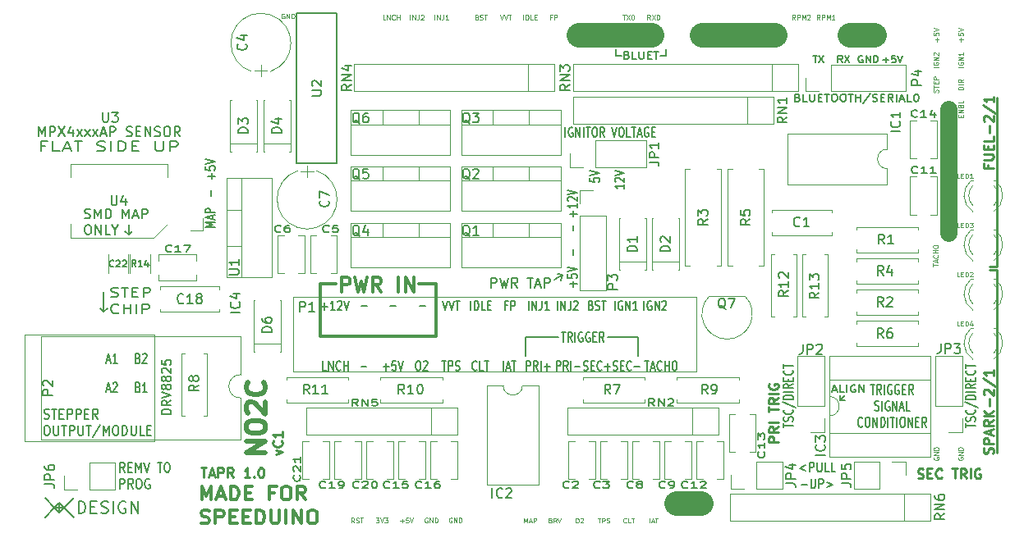
<source format=gbr>
G04 #@! TF.GenerationSoftware,KiCad,Pcbnew,(5.1.2)-1*
G04 #@! TF.CreationDate,2019-07-24T00:08:50-04:00*
G04 #@! TF.ProjectId,NO2C,4e4f3243-2e6b-4696-9361-645f70636258,v0.2.3*
G04 #@! TF.SameCoordinates,Original*
G04 #@! TF.FileFunction,Legend,Top*
G04 #@! TF.FilePolarity,Positive*
%FSLAX46Y46*%
G04 Gerber Fmt 4.6, Leading zero omitted, Abs format (unit mm)*
G04 Created by KiCad (PCBNEW (5.1.2)-1) date 2019-07-24 00:08:50*
%MOMM*%
%LPD*%
G04 APERTURE LIST*
%ADD10C,0.187500*%
%ADD11C,0.150000*%
%ADD12C,0.125000*%
%ADD13C,0.200000*%
%ADD14C,1.800000*%
%ADD15C,0.250000*%
%ADD16C,2.500000*%
%ADD17C,0.300000*%
%ADD18C,0.500000*%
%ADD19C,0.350000*%
%ADD20C,0.120000*%
G04 APERTURE END LIST*
D10*
X100709970Y-111708630D02*
X100426636Y-111232440D01*
X100224255Y-111708630D02*
X100224255Y-110708630D01*
X100548065Y-110708630D01*
X100629017Y-110756250D01*
X100669494Y-110803869D01*
X100709970Y-110899107D01*
X100709970Y-111041964D01*
X100669494Y-111137202D01*
X100629017Y-111184821D01*
X100548065Y-111232440D01*
X100224255Y-111232440D01*
X101074255Y-111184821D02*
X101357589Y-111184821D01*
X101479017Y-111708630D02*
X101074255Y-111708630D01*
X101074255Y-110708630D01*
X101479017Y-110708630D01*
X101843303Y-111708630D02*
X101843303Y-110708630D01*
X102126636Y-111422916D01*
X102409970Y-110708630D01*
X102409970Y-111708630D01*
X102693303Y-110708630D02*
X102976636Y-111708630D01*
X103259970Y-110708630D01*
X104069494Y-110708630D02*
X104555208Y-110708630D01*
X104312351Y-111708630D02*
X104312351Y-110708630D01*
X105000446Y-110708630D02*
X105162351Y-110708630D01*
X105243303Y-110756250D01*
X105324255Y-110851488D01*
X105364732Y-111041964D01*
X105364732Y-111375297D01*
X105324255Y-111565773D01*
X105243303Y-111661011D01*
X105162351Y-111708630D01*
X105000446Y-111708630D01*
X104919494Y-111661011D01*
X104838541Y-111565773D01*
X104798065Y-111375297D01*
X104798065Y-111041964D01*
X104838541Y-110851488D01*
X104919494Y-110756250D01*
X105000446Y-110708630D01*
X100224255Y-113396130D02*
X100224255Y-112396130D01*
X100548065Y-112396130D01*
X100629017Y-112443750D01*
X100669494Y-112491369D01*
X100709970Y-112586607D01*
X100709970Y-112729464D01*
X100669494Y-112824702D01*
X100629017Y-112872321D01*
X100548065Y-112919940D01*
X100224255Y-112919940D01*
X101559970Y-113396130D02*
X101276636Y-112919940D01*
X101074255Y-113396130D02*
X101074255Y-112396130D01*
X101398065Y-112396130D01*
X101479017Y-112443750D01*
X101519494Y-112491369D01*
X101559970Y-112586607D01*
X101559970Y-112729464D01*
X101519494Y-112824702D01*
X101479017Y-112872321D01*
X101398065Y-112919940D01*
X101074255Y-112919940D01*
X102086160Y-112396130D02*
X102248065Y-112396130D01*
X102329017Y-112443750D01*
X102409970Y-112538988D01*
X102450446Y-112729464D01*
X102450446Y-113062797D01*
X102409970Y-113253273D01*
X102329017Y-113348511D01*
X102248065Y-113396130D01*
X102086160Y-113396130D01*
X102005208Y-113348511D01*
X101924255Y-113253273D01*
X101883779Y-113062797D01*
X101883779Y-112729464D01*
X101924255Y-112538988D01*
X102005208Y-112443750D01*
X102086160Y-112396130D01*
X103259970Y-112443750D02*
X103179017Y-112396130D01*
X103057589Y-112396130D01*
X102936160Y-112443750D01*
X102855208Y-112538988D01*
X102814732Y-112634226D01*
X102774255Y-112824702D01*
X102774255Y-112967559D01*
X102814732Y-113158035D01*
X102855208Y-113253273D01*
X102936160Y-113348511D01*
X103057589Y-113396130D01*
X103138541Y-113396130D01*
X103259970Y-113348511D01*
X103300446Y-113300892D01*
X103300446Y-112967559D01*
X103138541Y-112967559D01*
D11*
X151320500Y-68707000D02*
X151320500Y-68008500D01*
X151955500Y-68707000D02*
X151320500Y-68707000D01*
X156527500Y-68707000D02*
X156527500Y-68008500D01*
X155892500Y-68707000D02*
X156527500Y-68707000D01*
D10*
X152487095Y-68653428D02*
X152608523Y-68689142D01*
X152649000Y-68724857D01*
X152689476Y-68796285D01*
X152689476Y-68903428D01*
X152649000Y-68974857D01*
X152608523Y-69010571D01*
X152527571Y-69046285D01*
X152203761Y-69046285D01*
X152203761Y-68296285D01*
X152487095Y-68296285D01*
X152568047Y-68332000D01*
X152608523Y-68367714D01*
X152649000Y-68439142D01*
X152649000Y-68510571D01*
X152608523Y-68582000D01*
X152568047Y-68617714D01*
X152487095Y-68653428D01*
X152203761Y-68653428D01*
X153458523Y-69046285D02*
X153053761Y-69046285D01*
X153053761Y-68296285D01*
X153741857Y-68296285D02*
X153741857Y-68903428D01*
X153782333Y-68974857D01*
X153822809Y-69010571D01*
X153903761Y-69046285D01*
X154065666Y-69046285D01*
X154146619Y-69010571D01*
X154187095Y-68974857D01*
X154227571Y-68903428D01*
X154227571Y-68296285D01*
X154632333Y-68653428D02*
X154915666Y-68653428D01*
X155037095Y-69046285D02*
X154632333Y-69046285D01*
X154632333Y-68296285D01*
X155037095Y-68296285D01*
X155279952Y-68296285D02*
X155765666Y-68296285D01*
X155522809Y-69046285D02*
X155522809Y-68296285D01*
D11*
X142049500Y-97790000D02*
X142049500Y-99695000D01*
X145415000Y-97790000D02*
X142049500Y-97790000D01*
X153670000Y-97790000D02*
X153670000Y-99695000D01*
X150495000Y-97790000D02*
X153670000Y-97790000D01*
D10*
X145722857Y-97242380D02*
X146151428Y-97242380D01*
X145937142Y-98242380D02*
X145937142Y-97242380D01*
X146830000Y-98242380D02*
X146580000Y-97766190D01*
X146401428Y-98242380D02*
X146401428Y-97242380D01*
X146687142Y-97242380D01*
X146758571Y-97290000D01*
X146794285Y-97337619D01*
X146830000Y-97432857D01*
X146830000Y-97575714D01*
X146794285Y-97670952D01*
X146758571Y-97718571D01*
X146687142Y-97766190D01*
X146401428Y-97766190D01*
X147151428Y-98242380D02*
X147151428Y-97242380D01*
X147901428Y-97290000D02*
X147830000Y-97242380D01*
X147722857Y-97242380D01*
X147615714Y-97290000D01*
X147544285Y-97385238D01*
X147508571Y-97480476D01*
X147472857Y-97670952D01*
X147472857Y-97813809D01*
X147508571Y-98004285D01*
X147544285Y-98099523D01*
X147615714Y-98194761D01*
X147722857Y-98242380D01*
X147794285Y-98242380D01*
X147901428Y-98194761D01*
X147937142Y-98147142D01*
X147937142Y-97813809D01*
X147794285Y-97813809D01*
X148651428Y-97290000D02*
X148580000Y-97242380D01*
X148472857Y-97242380D01*
X148365714Y-97290000D01*
X148294285Y-97385238D01*
X148258571Y-97480476D01*
X148222857Y-97670952D01*
X148222857Y-97813809D01*
X148258571Y-98004285D01*
X148294285Y-98099523D01*
X148365714Y-98194761D01*
X148472857Y-98242380D01*
X148544285Y-98242380D01*
X148651428Y-98194761D01*
X148687142Y-98147142D01*
X148687142Y-97813809D01*
X148544285Y-97813809D01*
X149008571Y-97718571D02*
X149258571Y-97718571D01*
X149365714Y-98242380D02*
X149008571Y-98242380D01*
X149008571Y-97242380D01*
X149365714Y-97242380D01*
X150115714Y-98242380D02*
X149865714Y-97766190D01*
X149687142Y-98242380D02*
X149687142Y-97242380D01*
X149972857Y-97242380D01*
X150044285Y-97290000D01*
X150080000Y-97337619D01*
X150115714Y-97432857D01*
X150115714Y-97575714D01*
X150080000Y-97670952D01*
X150044285Y-97718571D01*
X149972857Y-97766190D01*
X149687142Y-97766190D01*
D12*
X154872571Y-64996190D02*
X154705904Y-64758095D01*
X154586857Y-64996190D02*
X154586857Y-64496190D01*
X154777333Y-64496190D01*
X154824952Y-64520000D01*
X154848761Y-64543809D01*
X154872571Y-64591428D01*
X154872571Y-64662857D01*
X154848761Y-64710476D01*
X154824952Y-64734285D01*
X154777333Y-64758095D01*
X154586857Y-64758095D01*
X155039238Y-64496190D02*
X155372571Y-64996190D01*
X155372571Y-64496190D02*
X155039238Y-64996190D01*
X155658285Y-64496190D02*
X155705904Y-64496190D01*
X155753523Y-64520000D01*
X155777333Y-64543809D01*
X155801142Y-64591428D01*
X155824952Y-64686666D01*
X155824952Y-64805714D01*
X155801142Y-64900952D01*
X155777333Y-64948571D01*
X155753523Y-64972380D01*
X155705904Y-64996190D01*
X155658285Y-64996190D01*
X155610666Y-64972380D01*
X155586857Y-64948571D01*
X155563047Y-64900952D01*
X155539238Y-64805714D01*
X155539238Y-64686666D01*
X155563047Y-64591428D01*
X155586857Y-64543809D01*
X155610666Y-64520000D01*
X155658285Y-64496190D01*
X152034952Y-64496190D02*
X152320666Y-64496190D01*
X152177809Y-64996190D02*
X152177809Y-64496190D01*
X152439714Y-64496190D02*
X152773047Y-64996190D01*
X152773047Y-64496190D02*
X152439714Y-64996190D01*
X153058761Y-64496190D02*
X153106380Y-64496190D01*
X153154000Y-64520000D01*
X153177809Y-64543809D01*
X153201619Y-64591428D01*
X153225428Y-64686666D01*
X153225428Y-64805714D01*
X153201619Y-64900952D01*
X153177809Y-64948571D01*
X153154000Y-64972380D01*
X153106380Y-64996190D01*
X153058761Y-64996190D01*
X153011142Y-64972380D01*
X152987333Y-64948571D01*
X152963523Y-64900952D01*
X152939714Y-64805714D01*
X152939714Y-64686666D01*
X152963523Y-64591428D01*
X152987333Y-64543809D01*
X153011142Y-64520000D01*
X153058761Y-64496190D01*
D11*
X98552000Y-95180118D02*
X98552000Y-93091000D01*
X98552000Y-95180118D02*
X98192790Y-94820908D01*
X98552000Y-95180118D02*
X98911210Y-94820908D01*
D10*
X105481380Y-105708839D02*
X104481380Y-105708839D01*
X104481380Y-105494553D01*
X104529000Y-105365982D01*
X104624238Y-105280267D01*
X104719476Y-105237410D01*
X104909952Y-105194553D01*
X105052809Y-105194553D01*
X105243285Y-105237410D01*
X105338523Y-105280267D01*
X105433761Y-105365982D01*
X105481380Y-105494553D01*
X105481380Y-105708839D01*
X105481380Y-104294553D02*
X105005190Y-104594553D01*
X105481380Y-104808839D02*
X104481380Y-104808839D01*
X104481380Y-104465982D01*
X104529000Y-104380267D01*
X104576619Y-104337410D01*
X104671857Y-104294553D01*
X104814714Y-104294553D01*
X104909952Y-104337410D01*
X104957571Y-104380267D01*
X105005190Y-104465982D01*
X105005190Y-104808839D01*
X104481380Y-104037410D02*
X105481380Y-103737410D01*
X104481380Y-103437410D01*
X104909952Y-103008839D02*
X104862333Y-103094553D01*
X104814714Y-103137410D01*
X104719476Y-103180267D01*
X104671857Y-103180267D01*
X104576619Y-103137410D01*
X104529000Y-103094553D01*
X104481380Y-103008839D01*
X104481380Y-102837410D01*
X104529000Y-102751696D01*
X104576619Y-102708839D01*
X104671857Y-102665982D01*
X104719476Y-102665982D01*
X104814714Y-102708839D01*
X104862333Y-102751696D01*
X104909952Y-102837410D01*
X104909952Y-103008839D01*
X104957571Y-103094553D01*
X105005190Y-103137410D01*
X105100428Y-103180267D01*
X105290904Y-103180267D01*
X105386142Y-103137410D01*
X105433761Y-103094553D01*
X105481380Y-103008839D01*
X105481380Y-102837410D01*
X105433761Y-102751696D01*
X105386142Y-102708839D01*
X105290904Y-102665982D01*
X105100428Y-102665982D01*
X105005190Y-102708839D01*
X104957571Y-102751696D01*
X104909952Y-102837410D01*
X104909952Y-102151696D02*
X104862333Y-102237410D01*
X104814714Y-102280267D01*
X104719476Y-102323125D01*
X104671857Y-102323125D01*
X104576619Y-102280267D01*
X104529000Y-102237410D01*
X104481380Y-102151696D01*
X104481380Y-101980267D01*
X104529000Y-101894553D01*
X104576619Y-101851696D01*
X104671857Y-101808839D01*
X104719476Y-101808839D01*
X104814714Y-101851696D01*
X104862333Y-101894553D01*
X104909952Y-101980267D01*
X104909952Y-102151696D01*
X104957571Y-102237410D01*
X105005190Y-102280267D01*
X105100428Y-102323125D01*
X105290904Y-102323125D01*
X105386142Y-102280267D01*
X105433761Y-102237410D01*
X105481380Y-102151696D01*
X105481380Y-101980267D01*
X105433761Y-101894553D01*
X105386142Y-101851696D01*
X105290904Y-101808839D01*
X105100428Y-101808839D01*
X105005190Y-101851696D01*
X104957571Y-101894553D01*
X104909952Y-101980267D01*
X104576619Y-101465982D02*
X104529000Y-101423125D01*
X104481380Y-101337410D01*
X104481380Y-101123125D01*
X104529000Y-101037410D01*
X104576619Y-100994553D01*
X104671857Y-100951696D01*
X104767095Y-100951696D01*
X104909952Y-100994553D01*
X105481380Y-101508839D01*
X105481380Y-100951696D01*
X104481380Y-100137410D02*
X104481380Y-100565982D01*
X104957571Y-100608839D01*
X104909952Y-100565982D01*
X104862333Y-100480267D01*
X104862333Y-100265982D01*
X104909952Y-100180267D01*
X104957571Y-100137410D01*
X105052809Y-100094553D01*
X105290904Y-100094553D01*
X105386142Y-100137410D01*
X105433761Y-100180267D01*
X105481380Y-100265982D01*
X105481380Y-100480267D01*
X105433761Y-100565982D01*
X105386142Y-100608839D01*
D13*
X92540476Y-78033571D02*
X92057142Y-78033571D01*
X92057142Y-78557380D02*
X92057142Y-77557380D01*
X92747619Y-77557380D01*
X93990476Y-78557380D02*
X93300000Y-78557380D01*
X93300000Y-77557380D01*
X94404761Y-78271666D02*
X95095238Y-78271666D01*
X94266666Y-78557380D02*
X94750000Y-77557380D01*
X95233333Y-78557380D01*
X95509523Y-77557380D02*
X96338095Y-77557380D01*
X95923809Y-78557380D02*
X95923809Y-77557380D01*
X97857142Y-78509761D02*
X98064285Y-78557380D01*
X98409523Y-78557380D01*
X98547619Y-78509761D01*
X98616666Y-78462142D01*
X98685714Y-78366904D01*
X98685714Y-78271666D01*
X98616666Y-78176428D01*
X98547619Y-78128809D01*
X98409523Y-78081190D01*
X98133333Y-78033571D01*
X97995238Y-77985952D01*
X97926190Y-77938333D01*
X97857142Y-77843095D01*
X97857142Y-77747857D01*
X97926190Y-77652619D01*
X97995238Y-77605000D01*
X98133333Y-77557380D01*
X98478571Y-77557380D01*
X98685714Y-77605000D01*
X99307142Y-78557380D02*
X99307142Y-77557380D01*
X99997619Y-78557380D02*
X99997619Y-77557380D01*
X100342857Y-77557380D01*
X100550000Y-77605000D01*
X100688095Y-77700238D01*
X100757142Y-77795476D01*
X100826190Y-77985952D01*
X100826190Y-78128809D01*
X100757142Y-78319285D01*
X100688095Y-78414523D01*
X100550000Y-78509761D01*
X100342857Y-78557380D01*
X99997619Y-78557380D01*
X101447619Y-78033571D02*
X101930952Y-78033571D01*
X102138095Y-78557380D02*
X101447619Y-78557380D01*
X101447619Y-77557380D01*
X102138095Y-77557380D01*
X103864285Y-77557380D02*
X103864285Y-78366904D01*
X103933333Y-78462142D01*
X104002380Y-78509761D01*
X104140476Y-78557380D01*
X104416666Y-78557380D01*
X104554761Y-78509761D01*
X104623809Y-78462142D01*
X104692857Y-78366904D01*
X104692857Y-77557380D01*
X105383333Y-78557380D02*
X105383333Y-77557380D01*
X105935714Y-77557380D01*
X106073809Y-77605000D01*
X106142857Y-77652619D01*
X106211904Y-77747857D01*
X106211904Y-77890714D01*
X106142857Y-77985952D01*
X106073809Y-78033571D01*
X105935714Y-78081190D01*
X105383333Y-78081190D01*
D10*
X173704452Y-103249000D02*
X174109214Y-103249000D01*
X173623500Y-103463285D02*
X173906833Y-102713285D01*
X174190166Y-103463285D01*
X174878261Y-103463285D02*
X174473500Y-103463285D01*
X174473500Y-102713285D01*
X175161595Y-103463285D02*
X175161595Y-102713285D01*
X176011595Y-102749000D02*
X175930642Y-102713285D01*
X175809214Y-102713285D01*
X175687785Y-102749000D01*
X175606833Y-102820428D01*
X175566357Y-102891857D01*
X175525880Y-103034714D01*
X175525880Y-103141857D01*
X175566357Y-103284714D01*
X175606833Y-103356142D01*
X175687785Y-103427571D01*
X175809214Y-103463285D01*
X175890166Y-103463285D01*
X176011595Y-103427571D01*
X176052071Y-103391857D01*
X176052071Y-103141857D01*
X175890166Y-103141857D01*
X176416357Y-103463285D02*
X176416357Y-102713285D01*
X176902071Y-103463285D01*
X176902071Y-102713285D01*
D11*
X174498000Y-104267000D02*
X175006000Y-104267000D01*
X174498000Y-104267000D02*
X175006000Y-103759000D01*
X174498000Y-104267000D02*
X174498000Y-103759000D01*
D10*
X177599857Y-102666880D02*
X178028428Y-102666880D01*
X177814142Y-103666880D02*
X177814142Y-102666880D01*
X178707000Y-103666880D02*
X178457000Y-103190690D01*
X178278428Y-103666880D02*
X178278428Y-102666880D01*
X178564142Y-102666880D01*
X178635571Y-102714500D01*
X178671285Y-102762119D01*
X178707000Y-102857357D01*
X178707000Y-103000214D01*
X178671285Y-103095452D01*
X178635571Y-103143071D01*
X178564142Y-103190690D01*
X178278428Y-103190690D01*
X179028428Y-103666880D02*
X179028428Y-102666880D01*
X179778428Y-102714500D02*
X179707000Y-102666880D01*
X179599857Y-102666880D01*
X179492714Y-102714500D01*
X179421285Y-102809738D01*
X179385571Y-102904976D01*
X179349857Y-103095452D01*
X179349857Y-103238309D01*
X179385571Y-103428785D01*
X179421285Y-103524023D01*
X179492714Y-103619261D01*
X179599857Y-103666880D01*
X179671285Y-103666880D01*
X179778428Y-103619261D01*
X179814142Y-103571642D01*
X179814142Y-103238309D01*
X179671285Y-103238309D01*
X180528428Y-102714500D02*
X180457000Y-102666880D01*
X180349857Y-102666880D01*
X180242714Y-102714500D01*
X180171285Y-102809738D01*
X180135571Y-102904976D01*
X180099857Y-103095452D01*
X180099857Y-103238309D01*
X180135571Y-103428785D01*
X180171285Y-103524023D01*
X180242714Y-103619261D01*
X180349857Y-103666880D01*
X180421285Y-103666880D01*
X180528428Y-103619261D01*
X180564142Y-103571642D01*
X180564142Y-103238309D01*
X180421285Y-103238309D01*
X180885571Y-103143071D02*
X181135571Y-103143071D01*
X181242714Y-103666880D02*
X180885571Y-103666880D01*
X180885571Y-102666880D01*
X181242714Y-102666880D01*
X181992714Y-103666880D02*
X181742714Y-103190690D01*
X181564142Y-103666880D02*
X181564142Y-102666880D01*
X181849857Y-102666880D01*
X181921285Y-102714500D01*
X181957000Y-102762119D01*
X181992714Y-102857357D01*
X181992714Y-103000214D01*
X181957000Y-103095452D01*
X181921285Y-103143071D01*
X181849857Y-103190690D01*
X181564142Y-103190690D01*
X178046285Y-105306761D02*
X178153428Y-105354380D01*
X178332000Y-105354380D01*
X178403428Y-105306761D01*
X178439142Y-105259142D01*
X178474857Y-105163904D01*
X178474857Y-105068666D01*
X178439142Y-104973428D01*
X178403428Y-104925809D01*
X178332000Y-104878190D01*
X178189142Y-104830571D01*
X178117714Y-104782952D01*
X178082000Y-104735333D01*
X178046285Y-104640095D01*
X178046285Y-104544857D01*
X178082000Y-104449619D01*
X178117714Y-104402000D01*
X178189142Y-104354380D01*
X178367714Y-104354380D01*
X178474857Y-104402000D01*
X178796285Y-105354380D02*
X178796285Y-104354380D01*
X179546285Y-104402000D02*
X179474857Y-104354380D01*
X179367714Y-104354380D01*
X179260571Y-104402000D01*
X179189142Y-104497238D01*
X179153428Y-104592476D01*
X179117714Y-104782952D01*
X179117714Y-104925809D01*
X179153428Y-105116285D01*
X179189142Y-105211523D01*
X179260571Y-105306761D01*
X179367714Y-105354380D01*
X179439142Y-105354380D01*
X179546285Y-105306761D01*
X179582000Y-105259142D01*
X179582000Y-104925809D01*
X179439142Y-104925809D01*
X179903428Y-105354380D02*
X179903428Y-104354380D01*
X180332000Y-105354380D01*
X180332000Y-104354380D01*
X180653428Y-105068666D02*
X181010571Y-105068666D01*
X180582000Y-105354380D02*
X180832000Y-104354380D01*
X181082000Y-105354380D01*
X181689142Y-105354380D02*
X181332000Y-105354380D01*
X181332000Y-104354380D01*
X176760571Y-106946642D02*
X176724857Y-106994261D01*
X176617714Y-107041880D01*
X176546285Y-107041880D01*
X176439142Y-106994261D01*
X176367714Y-106899023D01*
X176332000Y-106803785D01*
X176296285Y-106613309D01*
X176296285Y-106470452D01*
X176332000Y-106279976D01*
X176367714Y-106184738D01*
X176439142Y-106089500D01*
X176546285Y-106041880D01*
X176617714Y-106041880D01*
X176724857Y-106089500D01*
X176760571Y-106137119D01*
X177224857Y-106041880D02*
X177367714Y-106041880D01*
X177439142Y-106089500D01*
X177510571Y-106184738D01*
X177546285Y-106375214D01*
X177546285Y-106708547D01*
X177510571Y-106899023D01*
X177439142Y-106994261D01*
X177367714Y-107041880D01*
X177224857Y-107041880D01*
X177153428Y-106994261D01*
X177082000Y-106899023D01*
X177046285Y-106708547D01*
X177046285Y-106375214D01*
X177082000Y-106184738D01*
X177153428Y-106089500D01*
X177224857Y-106041880D01*
X177867714Y-107041880D02*
X177867714Y-106041880D01*
X178296285Y-107041880D01*
X178296285Y-106041880D01*
X178653428Y-107041880D02*
X178653428Y-106041880D01*
X178832000Y-106041880D01*
X178939142Y-106089500D01*
X179010571Y-106184738D01*
X179046285Y-106279976D01*
X179082000Y-106470452D01*
X179082000Y-106613309D01*
X179046285Y-106803785D01*
X179010571Y-106899023D01*
X178939142Y-106994261D01*
X178832000Y-107041880D01*
X178653428Y-107041880D01*
X179403428Y-107041880D02*
X179403428Y-106041880D01*
X179653428Y-106041880D02*
X180082000Y-106041880D01*
X179867714Y-107041880D02*
X179867714Y-106041880D01*
X180332000Y-107041880D02*
X180332000Y-106041880D01*
X180832000Y-106041880D02*
X180974857Y-106041880D01*
X181046285Y-106089500D01*
X181117714Y-106184738D01*
X181153428Y-106375214D01*
X181153428Y-106708547D01*
X181117714Y-106899023D01*
X181046285Y-106994261D01*
X180974857Y-107041880D01*
X180832000Y-107041880D01*
X180760571Y-106994261D01*
X180689142Y-106899023D01*
X180653428Y-106708547D01*
X180653428Y-106375214D01*
X180689142Y-106184738D01*
X180760571Y-106089500D01*
X180832000Y-106041880D01*
X181474857Y-107041880D02*
X181474857Y-106041880D01*
X181903428Y-107041880D01*
X181903428Y-106041880D01*
X182260571Y-106518071D02*
X182510571Y-106518071D01*
X182617714Y-107041880D02*
X182260571Y-107041880D01*
X182260571Y-106041880D01*
X182617714Y-106041880D01*
X183367714Y-107041880D02*
X183117714Y-106565690D01*
X182939142Y-107041880D02*
X182939142Y-106041880D01*
X183224857Y-106041880D01*
X183296285Y-106089500D01*
X183332000Y-106137119D01*
X183367714Y-106232357D01*
X183367714Y-106375214D01*
X183332000Y-106470452D01*
X183296285Y-106518071D01*
X183224857Y-106565690D01*
X182939142Y-106565690D01*
X170077571Y-73034928D02*
X170199000Y-73070642D01*
X170239476Y-73106357D01*
X170279952Y-73177785D01*
X170279952Y-73284928D01*
X170239476Y-73356357D01*
X170199000Y-73392071D01*
X170118047Y-73427785D01*
X169794238Y-73427785D01*
X169794238Y-72677785D01*
X170077571Y-72677785D01*
X170158523Y-72713500D01*
X170199000Y-72749214D01*
X170239476Y-72820642D01*
X170239476Y-72892071D01*
X170199000Y-72963500D01*
X170158523Y-72999214D01*
X170077571Y-73034928D01*
X169794238Y-73034928D01*
X171049000Y-73427785D02*
X170644238Y-73427785D01*
X170644238Y-72677785D01*
X171332333Y-72677785D02*
X171332333Y-73284928D01*
X171372809Y-73356357D01*
X171413285Y-73392071D01*
X171494238Y-73427785D01*
X171656142Y-73427785D01*
X171737095Y-73392071D01*
X171777571Y-73356357D01*
X171818047Y-73284928D01*
X171818047Y-72677785D01*
X172222809Y-73034928D02*
X172506142Y-73034928D01*
X172627571Y-73427785D02*
X172222809Y-73427785D01*
X172222809Y-72677785D01*
X172627571Y-72677785D01*
X172870428Y-72677785D02*
X173356142Y-72677785D01*
X173113285Y-73427785D02*
X173113285Y-72677785D01*
X173801380Y-72677785D02*
X173963285Y-72677785D01*
X174044238Y-72713500D01*
X174125190Y-72784928D01*
X174165666Y-72927785D01*
X174165666Y-73177785D01*
X174125190Y-73320642D01*
X174044238Y-73392071D01*
X173963285Y-73427785D01*
X173801380Y-73427785D01*
X173720428Y-73392071D01*
X173639476Y-73320642D01*
X173599000Y-73177785D01*
X173599000Y-72927785D01*
X173639476Y-72784928D01*
X173720428Y-72713500D01*
X173801380Y-72677785D01*
X174691857Y-72677785D02*
X174853761Y-72677785D01*
X174934714Y-72713500D01*
X175015666Y-72784928D01*
X175056142Y-72927785D01*
X175056142Y-73177785D01*
X175015666Y-73320642D01*
X174934714Y-73392071D01*
X174853761Y-73427785D01*
X174691857Y-73427785D01*
X174610904Y-73392071D01*
X174529952Y-73320642D01*
X174489476Y-73177785D01*
X174489476Y-72927785D01*
X174529952Y-72784928D01*
X174610904Y-72713500D01*
X174691857Y-72677785D01*
X175299000Y-72677785D02*
X175784714Y-72677785D01*
X175541857Y-73427785D02*
X175541857Y-72677785D01*
X176068047Y-73427785D02*
X176068047Y-72677785D01*
X176068047Y-73034928D02*
X176553761Y-73034928D01*
X176553761Y-73427785D02*
X176553761Y-72677785D01*
X177565666Y-72642071D02*
X176837095Y-73606357D01*
X177808523Y-73392071D02*
X177929952Y-73427785D01*
X178132333Y-73427785D01*
X178213285Y-73392071D01*
X178253761Y-73356357D01*
X178294238Y-73284928D01*
X178294238Y-73213500D01*
X178253761Y-73142071D01*
X178213285Y-73106357D01*
X178132333Y-73070642D01*
X177970428Y-73034928D01*
X177889476Y-72999214D01*
X177849000Y-72963500D01*
X177808523Y-72892071D01*
X177808523Y-72820642D01*
X177849000Y-72749214D01*
X177889476Y-72713500D01*
X177970428Y-72677785D01*
X178172809Y-72677785D01*
X178294238Y-72713500D01*
X178658523Y-73034928D02*
X178941857Y-73034928D01*
X179063285Y-73427785D02*
X178658523Y-73427785D01*
X178658523Y-72677785D01*
X179063285Y-72677785D01*
X179913285Y-73427785D02*
X179629952Y-73070642D01*
X179427571Y-73427785D02*
X179427571Y-72677785D01*
X179751380Y-72677785D01*
X179832333Y-72713500D01*
X179872809Y-72749214D01*
X179913285Y-72820642D01*
X179913285Y-72927785D01*
X179872809Y-72999214D01*
X179832333Y-73034928D01*
X179751380Y-73070642D01*
X179427571Y-73070642D01*
X180277571Y-73427785D02*
X180277571Y-72677785D01*
X180641857Y-73213500D02*
X181046619Y-73213500D01*
X180560904Y-73427785D02*
X180844238Y-72677785D01*
X181127571Y-73427785D01*
X181815666Y-73427785D02*
X181410904Y-73427785D01*
X181410904Y-72677785D01*
X182260904Y-72677785D02*
X182341857Y-72677785D01*
X182422809Y-72713500D01*
X182463285Y-72749214D01*
X182503761Y-72820642D01*
X182544238Y-72963500D01*
X182544238Y-73142071D01*
X182503761Y-73284928D01*
X182463285Y-73356357D01*
X182422809Y-73392071D01*
X182341857Y-73427785D01*
X182260904Y-73427785D01*
X182179952Y-73392071D01*
X182139476Y-73356357D01*
X182099000Y-73284928D01*
X182058523Y-73142071D01*
X182058523Y-72963500D01*
X182099000Y-72820642D01*
X182139476Y-72749214D01*
X182179952Y-72713500D01*
X182260904Y-72677785D01*
X171678571Y-68689285D02*
X172107142Y-68689285D01*
X171892857Y-69439285D02*
X171892857Y-68689285D01*
X172285714Y-68689285D02*
X172785714Y-69439285D01*
X172785714Y-68689285D02*
X172285714Y-69439285D01*
X174675000Y-69439285D02*
X174425000Y-69082142D01*
X174246428Y-69439285D02*
X174246428Y-68689285D01*
X174532142Y-68689285D01*
X174603571Y-68725000D01*
X174639285Y-68760714D01*
X174675000Y-68832142D01*
X174675000Y-68939285D01*
X174639285Y-69010714D01*
X174603571Y-69046428D01*
X174532142Y-69082142D01*
X174246428Y-69082142D01*
X174925000Y-68689285D02*
X175425000Y-69439285D01*
X175425000Y-68689285D02*
X174925000Y-69439285D01*
X176778571Y-68725000D02*
X176707142Y-68689285D01*
X176600000Y-68689285D01*
X176492857Y-68725000D01*
X176421428Y-68796428D01*
X176385714Y-68867857D01*
X176350000Y-69010714D01*
X176350000Y-69117857D01*
X176385714Y-69260714D01*
X176421428Y-69332142D01*
X176492857Y-69403571D01*
X176600000Y-69439285D01*
X176671428Y-69439285D01*
X176778571Y-69403571D01*
X176814285Y-69367857D01*
X176814285Y-69117857D01*
X176671428Y-69117857D01*
X177135714Y-69439285D02*
X177135714Y-68689285D01*
X177564285Y-69439285D01*
X177564285Y-68689285D01*
X177921428Y-69439285D02*
X177921428Y-68689285D01*
X178100000Y-68689285D01*
X178207142Y-68725000D01*
X178278571Y-68796428D01*
X178314285Y-68867857D01*
X178350000Y-69010714D01*
X178350000Y-69117857D01*
X178314285Y-69260714D01*
X178278571Y-69332142D01*
X178207142Y-69403571D01*
X178100000Y-69439285D01*
X177921428Y-69439285D01*
X178885714Y-69153571D02*
X179457142Y-69153571D01*
X179171428Y-69439285D02*
X179171428Y-68867857D01*
X180171428Y-68689285D02*
X179814285Y-68689285D01*
X179778571Y-69046428D01*
X179814285Y-69010714D01*
X179885714Y-68975000D01*
X180064285Y-68975000D01*
X180135714Y-69010714D01*
X180171428Y-69046428D01*
X180207142Y-69117857D01*
X180207142Y-69296428D01*
X180171428Y-69367857D01*
X180135714Y-69403571D01*
X180064285Y-69439285D01*
X179885714Y-69439285D01*
X179814285Y-69403571D01*
X179778571Y-69367857D01*
X180421428Y-68689285D02*
X180671428Y-69439285D01*
X180921428Y-68689285D01*
D14*
X185600000Y-87000000D02*
X185600000Y-74200000D01*
D11*
X145841968Y-91349216D02*
X145295557Y-91202806D01*
X145841968Y-91349216D02*
X145695557Y-91895626D01*
X144975942Y-91849216D02*
X145841968Y-91349216D01*
D13*
X138480595Y-92652380D02*
X138480595Y-91652380D01*
X138861547Y-91652380D01*
X138956785Y-91700000D01*
X139004404Y-91747619D01*
X139052023Y-91842857D01*
X139052023Y-91985714D01*
X139004404Y-92080952D01*
X138956785Y-92128571D01*
X138861547Y-92176190D01*
X138480595Y-92176190D01*
X139385357Y-91652380D02*
X139623452Y-92652380D01*
X139813928Y-91938095D01*
X140004404Y-92652380D01*
X140242500Y-91652380D01*
X141194880Y-92652380D02*
X140861547Y-92176190D01*
X140623452Y-92652380D02*
X140623452Y-91652380D01*
X141004404Y-91652380D01*
X141099642Y-91700000D01*
X141147261Y-91747619D01*
X141194880Y-91842857D01*
X141194880Y-91985714D01*
X141147261Y-92080952D01*
X141099642Y-92128571D01*
X141004404Y-92176190D01*
X140623452Y-92176190D01*
X142242500Y-91652380D02*
X142813928Y-91652380D01*
X142528214Y-92652380D02*
X142528214Y-91652380D01*
X143099642Y-92366666D02*
X143575833Y-92366666D01*
X143004404Y-92652380D02*
X143337738Y-91652380D01*
X143671071Y-92652380D01*
X144004404Y-92652380D02*
X144004404Y-91652380D01*
X144385357Y-91652380D01*
X144480595Y-91700000D01*
X144528214Y-91747619D01*
X144575833Y-91842857D01*
X144575833Y-91985714D01*
X144528214Y-92080952D01*
X144480595Y-92128571D01*
X144385357Y-92176190D01*
X144004404Y-92176190D01*
X99301095Y-93598261D02*
X99479666Y-93645880D01*
X99777285Y-93645880D01*
X99896333Y-93598261D01*
X99955857Y-93550642D01*
X100015380Y-93455404D01*
X100015380Y-93360166D01*
X99955857Y-93264928D01*
X99896333Y-93217309D01*
X99777285Y-93169690D01*
X99539190Y-93122071D01*
X99420142Y-93074452D01*
X99360619Y-93026833D01*
X99301095Y-92931595D01*
X99301095Y-92836357D01*
X99360619Y-92741119D01*
X99420142Y-92693500D01*
X99539190Y-92645880D01*
X99836809Y-92645880D01*
X100015380Y-92693500D01*
X100372523Y-92645880D02*
X101086809Y-92645880D01*
X100729666Y-93645880D02*
X100729666Y-92645880D01*
X101503476Y-93122071D02*
X101920142Y-93122071D01*
X102098714Y-93645880D02*
X101503476Y-93645880D01*
X101503476Y-92645880D01*
X102098714Y-92645880D01*
X102634428Y-93645880D02*
X102634428Y-92645880D01*
X103110619Y-92645880D01*
X103229666Y-92693500D01*
X103289190Y-92741119D01*
X103348714Y-92836357D01*
X103348714Y-92979214D01*
X103289190Y-93074452D01*
X103229666Y-93122071D01*
X103110619Y-93169690D01*
X102634428Y-93169690D01*
X100074904Y-95250642D02*
X100015380Y-95298261D01*
X99836809Y-95345880D01*
X99717761Y-95345880D01*
X99539190Y-95298261D01*
X99420142Y-95203023D01*
X99360619Y-95107785D01*
X99301095Y-94917309D01*
X99301095Y-94774452D01*
X99360619Y-94583976D01*
X99420142Y-94488738D01*
X99539190Y-94393500D01*
X99717761Y-94345880D01*
X99836809Y-94345880D01*
X100015380Y-94393500D01*
X100074904Y-94441119D01*
X100610619Y-95345880D02*
X100610619Y-94345880D01*
X100610619Y-94822071D02*
X101324904Y-94822071D01*
X101324904Y-95345880D02*
X101324904Y-94345880D01*
X101920142Y-95345880D02*
X101920142Y-94345880D01*
X102515380Y-95345880D02*
X102515380Y-94345880D01*
X102991571Y-94345880D01*
X103110619Y-94393500D01*
X103170142Y-94441119D01*
X103229666Y-94536357D01*
X103229666Y-94679214D01*
X103170142Y-94774452D01*
X103110619Y-94822071D01*
X102991571Y-94869690D01*
X102515380Y-94869690D01*
D10*
X98864285Y-100166666D02*
X99221428Y-100166666D01*
X98792857Y-100452380D02*
X99042857Y-99452380D01*
X99292857Y-100452380D01*
X99935714Y-100452380D02*
X99507142Y-100452380D01*
X99721428Y-100452380D02*
X99721428Y-99452380D01*
X99650000Y-99595238D01*
X99578571Y-99690476D01*
X99507142Y-99738095D01*
X102096428Y-99928571D02*
X102203571Y-99976190D01*
X102239285Y-100023809D01*
X102275000Y-100119047D01*
X102275000Y-100261904D01*
X102239285Y-100357142D01*
X102203571Y-100404761D01*
X102132142Y-100452380D01*
X101846428Y-100452380D01*
X101846428Y-99452380D01*
X102096428Y-99452380D01*
X102167857Y-99500000D01*
X102203571Y-99547619D01*
X102239285Y-99642857D01*
X102239285Y-99738095D01*
X102203571Y-99833333D01*
X102167857Y-99880952D01*
X102096428Y-99928571D01*
X101846428Y-99928571D01*
X102560714Y-99547619D02*
X102596428Y-99500000D01*
X102667857Y-99452380D01*
X102846428Y-99452380D01*
X102917857Y-99500000D01*
X102953571Y-99547619D01*
X102989285Y-99642857D01*
X102989285Y-99738095D01*
X102953571Y-99880952D01*
X102525000Y-100452380D01*
X102989285Y-100452380D01*
X102096428Y-102928571D02*
X102203571Y-102976190D01*
X102239285Y-103023809D01*
X102275000Y-103119047D01*
X102275000Y-103261904D01*
X102239285Y-103357142D01*
X102203571Y-103404761D01*
X102132142Y-103452380D01*
X101846428Y-103452380D01*
X101846428Y-102452380D01*
X102096428Y-102452380D01*
X102167857Y-102500000D01*
X102203571Y-102547619D01*
X102239285Y-102642857D01*
X102239285Y-102738095D01*
X102203571Y-102833333D01*
X102167857Y-102880952D01*
X102096428Y-102928571D01*
X101846428Y-102928571D01*
X102989285Y-103452380D02*
X102560714Y-103452380D01*
X102775000Y-103452380D02*
X102775000Y-102452380D01*
X102703571Y-102595238D01*
X102632142Y-102690476D01*
X102560714Y-102738095D01*
X98864285Y-103166666D02*
X99221428Y-103166666D01*
X98792857Y-103452380D02*
X99042857Y-102452380D01*
X99292857Y-103452380D01*
X99507142Y-102547619D02*
X99542857Y-102500000D01*
X99614285Y-102452380D01*
X99792857Y-102452380D01*
X99864285Y-102500000D01*
X99900000Y-102547619D01*
X99935714Y-102642857D01*
X99935714Y-102738095D01*
X99900000Y-102880952D01*
X99471428Y-103452380D01*
X99935714Y-103452380D01*
D11*
X101100000Y-87200000D02*
X100700000Y-86800000D01*
X101100000Y-87200000D02*
X101500000Y-86800000D01*
X101100000Y-86200000D02*
X101100000Y-87200000D01*
X96587976Y-85479761D02*
X96730833Y-85527380D01*
X96968928Y-85527380D01*
X97064166Y-85479761D01*
X97111785Y-85432142D01*
X97159404Y-85336904D01*
X97159404Y-85241666D01*
X97111785Y-85146428D01*
X97064166Y-85098809D01*
X96968928Y-85051190D01*
X96778452Y-85003571D01*
X96683214Y-84955952D01*
X96635595Y-84908333D01*
X96587976Y-84813095D01*
X96587976Y-84717857D01*
X96635595Y-84622619D01*
X96683214Y-84575000D01*
X96778452Y-84527380D01*
X97016547Y-84527380D01*
X97159404Y-84575000D01*
X97587976Y-85527380D02*
X97587976Y-84527380D01*
X97921309Y-85241666D01*
X98254642Y-84527380D01*
X98254642Y-85527380D01*
X98730833Y-85527380D02*
X98730833Y-84527380D01*
X98968928Y-84527380D01*
X99111785Y-84575000D01*
X99207023Y-84670238D01*
X99254642Y-84765476D01*
X99302261Y-84955952D01*
X99302261Y-85098809D01*
X99254642Y-85289285D01*
X99207023Y-85384523D01*
X99111785Y-85479761D01*
X98968928Y-85527380D01*
X98730833Y-85527380D01*
X100492738Y-85527380D02*
X100492738Y-84527380D01*
X100826071Y-85241666D01*
X101159404Y-84527380D01*
X101159404Y-85527380D01*
X101587976Y-85241666D02*
X102064166Y-85241666D01*
X101492738Y-85527380D02*
X101826071Y-84527380D01*
X102159404Y-85527380D01*
X102492738Y-85527380D02*
X102492738Y-84527380D01*
X102873690Y-84527380D01*
X102968928Y-84575000D01*
X103016547Y-84622619D01*
X103064166Y-84717857D01*
X103064166Y-84860714D01*
X103016547Y-84955952D01*
X102968928Y-85003571D01*
X102873690Y-85051190D01*
X102492738Y-85051190D01*
X96826071Y-86177380D02*
X97016547Y-86177380D01*
X97111785Y-86225000D01*
X97207023Y-86320238D01*
X97254642Y-86510714D01*
X97254642Y-86844047D01*
X97207023Y-87034523D01*
X97111785Y-87129761D01*
X97016547Y-87177380D01*
X96826071Y-87177380D01*
X96730833Y-87129761D01*
X96635595Y-87034523D01*
X96587976Y-86844047D01*
X96587976Y-86510714D01*
X96635595Y-86320238D01*
X96730833Y-86225000D01*
X96826071Y-86177380D01*
X97683214Y-87177380D02*
X97683214Y-86177380D01*
X98254642Y-87177380D01*
X98254642Y-86177380D01*
X99207023Y-87177380D02*
X98730833Y-87177380D01*
X98730833Y-86177380D01*
X99730833Y-86701190D02*
X99730833Y-87177380D01*
X99397500Y-86177380D02*
X99730833Y-86701190D01*
X100064166Y-86177380D01*
D15*
X190600000Y-90500000D02*
X190600000Y-73000000D01*
X189865000Y-90500000D02*
X190600000Y-90500000D01*
X190600000Y-90800000D02*
X190600000Y-109700000D01*
X189865000Y-90800000D02*
X190600000Y-90800000D01*
D10*
X146971428Y-92564285D02*
X146971428Y-91992857D01*
X147352380Y-92278571D02*
X146590476Y-92278571D01*
X146352380Y-91278571D02*
X146352380Y-91635714D01*
X146828571Y-91671428D01*
X146780952Y-91635714D01*
X146733333Y-91564285D01*
X146733333Y-91385714D01*
X146780952Y-91314285D01*
X146828571Y-91278571D01*
X146923809Y-91242857D01*
X147161904Y-91242857D01*
X147257142Y-91278571D01*
X147304761Y-91314285D01*
X147352380Y-91385714D01*
X147352380Y-91564285D01*
X147304761Y-91635714D01*
X147257142Y-91671428D01*
X146352380Y-91028571D02*
X147352380Y-90778571D01*
X146352380Y-90528571D01*
X146928571Y-88714285D02*
X146928571Y-89285714D01*
X146928571Y-86214285D02*
X146928571Y-86785714D01*
X146971428Y-85321428D02*
X146971428Y-84750000D01*
X147352380Y-85035714D02*
X146590476Y-85035714D01*
X147352380Y-84000000D02*
X147352380Y-84428571D01*
X147352380Y-84214285D02*
X146352380Y-84214285D01*
X146495238Y-84285714D01*
X146590476Y-84357142D01*
X146638095Y-84428571D01*
X146447619Y-83714285D02*
X146400000Y-83678571D01*
X146352380Y-83607142D01*
X146352380Y-83428571D01*
X146400000Y-83357142D01*
X146447619Y-83321428D01*
X146542857Y-83285714D01*
X146638095Y-83285714D01*
X146780952Y-83321428D01*
X147352380Y-83750000D01*
X147352380Y-83285714D01*
X146352380Y-83071428D02*
X147352380Y-82821428D01*
X146352380Y-82571428D01*
D12*
X184150000Y-110180952D02*
X184126190Y-110228571D01*
X184126190Y-110300000D01*
X184150000Y-110371428D01*
X184197619Y-110419047D01*
X184245238Y-110442857D01*
X184340476Y-110466666D01*
X184411904Y-110466666D01*
X184507142Y-110442857D01*
X184554761Y-110419047D01*
X184602380Y-110371428D01*
X184626190Y-110300000D01*
X184626190Y-110252380D01*
X184602380Y-110180952D01*
X184578571Y-110157142D01*
X184411904Y-110157142D01*
X184411904Y-110252380D01*
X184626190Y-109942857D02*
X184126190Y-109942857D01*
X184626190Y-109657142D01*
X184126190Y-109657142D01*
X184626190Y-109419047D02*
X184126190Y-109419047D01*
X184126190Y-109300000D01*
X184150000Y-109228571D01*
X184197619Y-109180952D01*
X184245238Y-109157142D01*
X184340476Y-109133333D01*
X184411904Y-109133333D01*
X184507142Y-109157142D01*
X184554761Y-109180952D01*
X184602380Y-109228571D01*
X184626190Y-109300000D01*
X184626190Y-109419047D01*
X186935714Y-67242857D02*
X186935714Y-66861904D01*
X187126190Y-67052380D02*
X186745238Y-67052380D01*
X186626190Y-66385714D02*
X186626190Y-66623809D01*
X186864285Y-66647619D01*
X186840476Y-66623809D01*
X186816666Y-66576190D01*
X186816666Y-66457142D01*
X186840476Y-66409523D01*
X186864285Y-66385714D01*
X186911904Y-66361904D01*
X187030952Y-66361904D01*
X187078571Y-66385714D01*
X187102380Y-66409523D01*
X187126190Y-66457142D01*
X187126190Y-66576190D01*
X187102380Y-66623809D01*
X187078571Y-66647619D01*
X186626190Y-66219047D02*
X187126190Y-66052380D01*
X186626190Y-65885714D01*
D16*
X175500000Y-66600000D02*
X178000000Y-66600000D01*
X157647000Y-114935000D02*
X160147000Y-114935000D01*
X147500000Y-66600000D02*
X155100000Y-66600000D01*
X160200000Y-66600000D02*
X167800000Y-66600000D01*
D17*
X120900000Y-92300000D02*
X122500000Y-92300000D01*
X120900000Y-97700000D02*
X120900000Y-92300000D01*
X132800000Y-97700000D02*
X120900000Y-97700000D01*
X132800000Y-92300000D02*
X132800000Y-97700000D01*
X131000000Y-92300000D02*
X132800000Y-92300000D01*
X123085714Y-93078571D02*
X123085714Y-91578571D01*
X123657142Y-91578571D01*
X123800000Y-91650000D01*
X123871428Y-91721428D01*
X123942857Y-91864285D01*
X123942857Y-92078571D01*
X123871428Y-92221428D01*
X123800000Y-92292857D01*
X123657142Y-92364285D01*
X123085714Y-92364285D01*
X124442857Y-91578571D02*
X124800000Y-93078571D01*
X125085714Y-92007142D01*
X125371428Y-93078571D01*
X125728571Y-91578571D01*
X127157142Y-93078571D02*
X126657142Y-92364285D01*
X126300000Y-93078571D02*
X126300000Y-91578571D01*
X126871428Y-91578571D01*
X127014285Y-91650000D01*
X127085714Y-91721428D01*
X127157142Y-91864285D01*
X127157142Y-92078571D01*
X127085714Y-92221428D01*
X127014285Y-92292857D01*
X126871428Y-92364285D01*
X126300000Y-92364285D01*
X128942857Y-93078571D02*
X128942857Y-91578571D01*
X129657142Y-93078571D02*
X129657142Y-91578571D01*
X130514285Y-93078571D01*
X130514285Y-91578571D01*
D12*
X127580952Y-64996190D02*
X127342857Y-64996190D01*
X127342857Y-64496190D01*
X127747619Y-64996190D02*
X127747619Y-64496190D01*
X128033333Y-64996190D01*
X128033333Y-64496190D01*
X128557142Y-64948571D02*
X128533333Y-64972380D01*
X128461904Y-64996190D01*
X128414285Y-64996190D01*
X128342857Y-64972380D01*
X128295238Y-64924761D01*
X128271428Y-64877142D01*
X128247619Y-64781904D01*
X128247619Y-64710476D01*
X128271428Y-64615238D01*
X128295238Y-64567619D01*
X128342857Y-64520000D01*
X128414285Y-64496190D01*
X128461904Y-64496190D01*
X128533333Y-64520000D01*
X128557142Y-64543809D01*
X128771428Y-64996190D02*
X128771428Y-64496190D01*
X128771428Y-64734285D02*
X129057142Y-64734285D01*
X129057142Y-64996190D02*
X129057142Y-64496190D01*
X184435714Y-67242857D02*
X184435714Y-66861904D01*
X184626190Y-67052380D02*
X184245238Y-67052380D01*
X184126190Y-66385714D02*
X184126190Y-66623809D01*
X184364285Y-66647619D01*
X184340476Y-66623809D01*
X184316666Y-66576190D01*
X184316666Y-66457142D01*
X184340476Y-66409523D01*
X184364285Y-66385714D01*
X184411904Y-66361904D01*
X184530952Y-66361904D01*
X184578571Y-66385714D01*
X184602380Y-66409523D01*
X184626190Y-66457142D01*
X184626190Y-66576190D01*
X184602380Y-66623809D01*
X184578571Y-66647619D01*
X184126190Y-66219047D02*
X184626190Y-66052380D01*
X184126190Y-65885714D01*
D10*
X110027980Y-86417428D02*
X109027980Y-86417428D01*
X109742266Y-86167428D01*
X109027980Y-85917428D01*
X110027980Y-85917428D01*
X109742266Y-85596000D02*
X109742266Y-85238857D01*
X110027980Y-85667428D02*
X109027980Y-85417428D01*
X110027980Y-85167428D01*
X110027980Y-84917428D02*
X109027980Y-84917428D01*
X109027980Y-84631714D01*
X109075600Y-84560285D01*
X109123219Y-84524571D01*
X109218457Y-84488857D01*
X109361314Y-84488857D01*
X109456552Y-84524571D01*
X109504171Y-84560285D01*
X109551790Y-84631714D01*
X109551790Y-84917428D01*
X109604171Y-82619885D02*
X109604171Y-83191314D01*
X109647028Y-81431485D02*
X109647028Y-80860057D01*
X110027980Y-81145771D02*
X109266076Y-81145771D01*
X109027980Y-80145771D02*
X109027980Y-80502914D01*
X109504171Y-80538628D01*
X109456552Y-80502914D01*
X109408933Y-80431485D01*
X109408933Y-80252914D01*
X109456552Y-80181485D01*
X109504171Y-80145771D01*
X109599409Y-80110057D01*
X109837504Y-80110057D01*
X109932742Y-80145771D01*
X109980361Y-80181485D01*
X110027980Y-80252914D01*
X110027980Y-80431485D01*
X109980361Y-80502914D01*
X109932742Y-80538628D01*
X109027980Y-79895771D02*
X110027980Y-79645771D01*
X109027980Y-79395771D01*
X125634714Y-100803071D02*
X125063285Y-100803071D01*
X121499428Y-101226880D02*
X121142285Y-101226880D01*
X121142285Y-100226880D01*
X121749428Y-101226880D02*
X121749428Y-100226880D01*
X122178000Y-101226880D01*
X122178000Y-100226880D01*
X122963714Y-101131642D02*
X122928000Y-101179261D01*
X122820857Y-101226880D01*
X122749428Y-101226880D01*
X122642285Y-101179261D01*
X122570857Y-101084023D01*
X122535142Y-100988785D01*
X122499428Y-100798309D01*
X122499428Y-100655452D01*
X122535142Y-100464976D01*
X122570857Y-100369738D01*
X122642285Y-100274500D01*
X122749428Y-100226880D01*
X122820857Y-100226880D01*
X122928000Y-100274500D01*
X122963714Y-100322119D01*
X123285142Y-101226880D02*
X123285142Y-100226880D01*
X123285142Y-100703071D02*
X123713714Y-100703071D01*
X123713714Y-101226880D02*
X123713714Y-100226880D01*
X154323071Y-100226880D02*
X154751642Y-100226880D01*
X154537357Y-101226880D02*
X154537357Y-100226880D01*
X154965928Y-100941166D02*
X155323071Y-100941166D01*
X154894500Y-101226880D02*
X155144500Y-100226880D01*
X155394500Y-101226880D01*
X156073071Y-101131642D02*
X156037357Y-101179261D01*
X155930214Y-101226880D01*
X155858785Y-101226880D01*
X155751642Y-101179261D01*
X155680214Y-101084023D01*
X155644500Y-100988785D01*
X155608785Y-100798309D01*
X155608785Y-100655452D01*
X155644500Y-100464976D01*
X155680214Y-100369738D01*
X155751642Y-100274500D01*
X155858785Y-100226880D01*
X155930214Y-100226880D01*
X156037357Y-100274500D01*
X156073071Y-100322119D01*
X156394500Y-101226880D02*
X156394500Y-100226880D01*
X156394500Y-100703071D02*
X156823071Y-100703071D01*
X156823071Y-101226880D02*
X156823071Y-100226880D01*
X157323071Y-100226880D02*
X157465928Y-100226880D01*
X157537357Y-100274500D01*
X157608785Y-100369738D01*
X157644500Y-100560214D01*
X157644500Y-100893547D01*
X157608785Y-101084023D01*
X157537357Y-101179261D01*
X157465928Y-101226880D01*
X157323071Y-101226880D01*
X157251642Y-101179261D01*
X157180214Y-101084023D01*
X157144500Y-100893547D01*
X157144500Y-100560214D01*
X157180214Y-100369738D01*
X157251642Y-100274500D01*
X157323071Y-100226880D01*
X145216714Y-101226880D02*
X145216714Y-100226880D01*
X145502428Y-100226880D01*
X145573857Y-100274500D01*
X145609571Y-100322119D01*
X145645285Y-100417357D01*
X145645285Y-100560214D01*
X145609571Y-100655452D01*
X145573857Y-100703071D01*
X145502428Y-100750690D01*
X145216714Y-100750690D01*
X146395285Y-101226880D02*
X146145285Y-100750690D01*
X145966714Y-101226880D02*
X145966714Y-100226880D01*
X146252428Y-100226880D01*
X146323857Y-100274500D01*
X146359571Y-100322119D01*
X146395285Y-100417357D01*
X146395285Y-100560214D01*
X146359571Y-100655452D01*
X146323857Y-100703071D01*
X146252428Y-100750690D01*
X145966714Y-100750690D01*
X146716714Y-101226880D02*
X146716714Y-100226880D01*
X147073857Y-100845928D02*
X147645285Y-100845928D01*
D15*
X116285714Y-109894642D02*
X116952380Y-109656547D01*
X116285714Y-109418452D01*
X116857142Y-108466071D02*
X116904761Y-108513690D01*
X116952380Y-108656547D01*
X116952380Y-108751785D01*
X116904761Y-108894642D01*
X116809523Y-108989880D01*
X116714285Y-109037500D01*
X116523809Y-109085119D01*
X116380952Y-109085119D01*
X116190476Y-109037500D01*
X116095238Y-108989880D01*
X116000000Y-108894642D01*
X115952380Y-108751785D01*
X115952380Y-108656547D01*
X116000000Y-108513690D01*
X116047619Y-108466071D01*
X116952380Y-107513690D02*
X116952380Y-108085119D01*
X116952380Y-107799404D02*
X115952380Y-107799404D01*
X116095238Y-107894642D01*
X116190476Y-107989880D01*
X116238095Y-108085119D01*
D11*
X91838095Y-77033380D02*
X91838095Y-76033380D01*
X92171428Y-76747666D01*
X92504761Y-76033380D01*
X92504761Y-77033380D01*
X92980952Y-77033380D02*
X92980952Y-76033380D01*
X93361904Y-76033380D01*
X93457142Y-76081000D01*
X93504761Y-76128619D01*
X93552380Y-76223857D01*
X93552380Y-76366714D01*
X93504761Y-76461952D01*
X93457142Y-76509571D01*
X93361904Y-76557190D01*
X92980952Y-76557190D01*
X93885714Y-76033380D02*
X94552380Y-77033380D01*
X94552380Y-76033380D02*
X93885714Y-77033380D01*
X95361904Y-76366714D02*
X95361904Y-77033380D01*
X95123809Y-75985761D02*
X94885714Y-76700047D01*
X95504761Y-76700047D01*
X95790476Y-77033380D02*
X96314285Y-76366714D01*
X95790476Y-76366714D02*
X96314285Y-77033380D01*
X96600000Y-77033380D02*
X97123809Y-76366714D01*
X96600000Y-76366714D02*
X97123809Y-77033380D01*
X97409523Y-77033380D02*
X97933333Y-76366714D01*
X97409523Y-76366714D02*
X97933333Y-77033380D01*
X98266666Y-76747666D02*
X98742857Y-76747666D01*
X98171428Y-77033380D02*
X98504761Y-76033380D01*
X98838095Y-77033380D01*
X99171428Y-77033380D02*
X99171428Y-76033380D01*
X99552380Y-76033380D01*
X99647619Y-76081000D01*
X99695238Y-76128619D01*
X99742857Y-76223857D01*
X99742857Y-76366714D01*
X99695238Y-76461952D01*
X99647619Y-76509571D01*
X99552380Y-76557190D01*
X99171428Y-76557190D01*
X100885714Y-76985761D02*
X101028571Y-77033380D01*
X101266666Y-77033380D01*
X101361904Y-76985761D01*
X101409523Y-76938142D01*
X101457142Y-76842904D01*
X101457142Y-76747666D01*
X101409523Y-76652428D01*
X101361904Y-76604809D01*
X101266666Y-76557190D01*
X101076190Y-76509571D01*
X100980952Y-76461952D01*
X100933333Y-76414333D01*
X100885714Y-76319095D01*
X100885714Y-76223857D01*
X100933333Y-76128619D01*
X100980952Y-76081000D01*
X101076190Y-76033380D01*
X101314285Y-76033380D01*
X101457142Y-76081000D01*
X101885714Y-76509571D02*
X102219047Y-76509571D01*
X102361904Y-77033380D02*
X101885714Y-77033380D01*
X101885714Y-76033380D01*
X102361904Y-76033380D01*
X102790476Y-77033380D02*
X102790476Y-76033380D01*
X103361904Y-77033380D01*
X103361904Y-76033380D01*
X103790476Y-76985761D02*
X103933333Y-77033380D01*
X104171428Y-77033380D01*
X104266666Y-76985761D01*
X104314285Y-76938142D01*
X104361904Y-76842904D01*
X104361904Y-76747666D01*
X104314285Y-76652428D01*
X104266666Y-76604809D01*
X104171428Y-76557190D01*
X103980952Y-76509571D01*
X103885714Y-76461952D01*
X103838095Y-76414333D01*
X103790476Y-76319095D01*
X103790476Y-76223857D01*
X103838095Y-76128619D01*
X103885714Y-76081000D01*
X103980952Y-76033380D01*
X104219047Y-76033380D01*
X104361904Y-76081000D01*
X104980952Y-76033380D02*
X105171428Y-76033380D01*
X105266666Y-76081000D01*
X105361904Y-76176238D01*
X105409523Y-76366714D01*
X105409523Y-76700047D01*
X105361904Y-76890523D01*
X105266666Y-76985761D01*
X105171428Y-77033380D01*
X104980952Y-77033380D01*
X104885714Y-76985761D01*
X104790476Y-76890523D01*
X104742857Y-76700047D01*
X104742857Y-76366714D01*
X104790476Y-76176238D01*
X104885714Y-76081000D01*
X104980952Y-76033380D01*
X106409523Y-77033380D02*
X106076190Y-76557190D01*
X105838095Y-77033380D02*
X105838095Y-76033380D01*
X106219047Y-76033380D01*
X106314285Y-76081000D01*
X106361904Y-76128619D01*
X106409523Y-76223857D01*
X106409523Y-76366714D01*
X106361904Y-76461952D01*
X106314285Y-76509571D01*
X106219047Y-76557190D01*
X105838095Y-76557190D01*
D12*
X184053990Y-90462752D02*
X184053990Y-90177038D01*
X184553990Y-90319895D02*
X184053990Y-90319895D01*
X184411133Y-90034180D02*
X184411133Y-89796085D01*
X184553990Y-90081800D02*
X184053990Y-89915133D01*
X184553990Y-89748466D01*
X184506371Y-89296085D02*
X184530180Y-89319895D01*
X184553990Y-89391323D01*
X184553990Y-89438942D01*
X184530180Y-89510371D01*
X184482561Y-89557990D01*
X184434942Y-89581800D01*
X184339704Y-89605609D01*
X184268276Y-89605609D01*
X184173038Y-89581800D01*
X184125419Y-89557990D01*
X184077800Y-89510371D01*
X184053990Y-89438942D01*
X184053990Y-89391323D01*
X184077800Y-89319895D01*
X184101609Y-89296085D01*
X184553990Y-89081800D02*
X184053990Y-89081800D01*
X184292085Y-89081800D02*
X184292085Y-88796085D01*
X184553990Y-88796085D02*
X184053990Y-88796085D01*
X184053990Y-88462752D02*
X184053990Y-88367514D01*
X184077800Y-88319895D01*
X184125419Y-88272276D01*
X184220657Y-88248466D01*
X184387323Y-88248466D01*
X184482561Y-88272276D01*
X184530180Y-88319895D01*
X184553990Y-88367514D01*
X184553990Y-88462752D01*
X184530180Y-88510371D01*
X184482561Y-88557990D01*
X184387323Y-88581800D01*
X184220657Y-88581800D01*
X184125419Y-88557990D01*
X184077800Y-88510371D01*
X184053990Y-88462752D01*
D10*
X146124000Y-77096880D02*
X146124000Y-76096880D01*
X146874000Y-76144500D02*
X146802571Y-76096880D01*
X146695428Y-76096880D01*
X146588285Y-76144500D01*
X146516857Y-76239738D01*
X146481142Y-76334976D01*
X146445428Y-76525452D01*
X146445428Y-76668309D01*
X146481142Y-76858785D01*
X146516857Y-76954023D01*
X146588285Y-77049261D01*
X146695428Y-77096880D01*
X146766857Y-77096880D01*
X146874000Y-77049261D01*
X146909714Y-77001642D01*
X146909714Y-76668309D01*
X146766857Y-76668309D01*
X147231142Y-77096880D02*
X147231142Y-76096880D01*
X147659714Y-77096880D01*
X147659714Y-76096880D01*
X148016857Y-77096880D02*
X148016857Y-76096880D01*
X148266857Y-76096880D02*
X148695428Y-76096880D01*
X148481142Y-77096880D02*
X148481142Y-76096880D01*
X149088285Y-76096880D02*
X149231142Y-76096880D01*
X149302571Y-76144500D01*
X149374000Y-76239738D01*
X149409714Y-76430214D01*
X149409714Y-76763547D01*
X149374000Y-76954023D01*
X149302571Y-77049261D01*
X149231142Y-77096880D01*
X149088285Y-77096880D01*
X149016857Y-77049261D01*
X148945428Y-76954023D01*
X148909714Y-76763547D01*
X148909714Y-76430214D01*
X148945428Y-76239738D01*
X149016857Y-76144500D01*
X149088285Y-76096880D01*
X150159714Y-77096880D02*
X149909714Y-76620690D01*
X149731142Y-77096880D02*
X149731142Y-76096880D01*
X150016857Y-76096880D01*
X150088285Y-76144500D01*
X150124000Y-76192119D01*
X150159714Y-76287357D01*
X150159714Y-76430214D01*
X150124000Y-76525452D01*
X150088285Y-76573071D01*
X150016857Y-76620690D01*
X149731142Y-76620690D01*
X150945428Y-76096880D02*
X151195428Y-77096880D01*
X151445428Y-76096880D01*
X151838285Y-76096880D02*
X151981142Y-76096880D01*
X152052571Y-76144500D01*
X152124000Y-76239738D01*
X152159714Y-76430214D01*
X152159714Y-76763547D01*
X152124000Y-76954023D01*
X152052571Y-77049261D01*
X151981142Y-77096880D01*
X151838285Y-77096880D01*
X151766857Y-77049261D01*
X151695428Y-76954023D01*
X151659714Y-76763547D01*
X151659714Y-76430214D01*
X151695428Y-76239738D01*
X151766857Y-76144500D01*
X151838285Y-76096880D01*
X152838285Y-77096880D02*
X152481142Y-77096880D01*
X152481142Y-76096880D01*
X152981142Y-76096880D02*
X153409714Y-76096880D01*
X153195428Y-77096880D02*
X153195428Y-76096880D01*
X153624000Y-76811166D02*
X153981142Y-76811166D01*
X153552571Y-77096880D02*
X153802571Y-76096880D01*
X154052571Y-77096880D01*
X154695428Y-76144500D02*
X154624000Y-76096880D01*
X154516857Y-76096880D01*
X154409714Y-76144500D01*
X154338285Y-76239738D01*
X154302571Y-76334976D01*
X154266857Y-76525452D01*
X154266857Y-76668309D01*
X154302571Y-76858785D01*
X154338285Y-76954023D01*
X154409714Y-77049261D01*
X154516857Y-77096880D01*
X154588285Y-77096880D01*
X154695428Y-77049261D01*
X154731142Y-77001642D01*
X154731142Y-76668309D01*
X154588285Y-76668309D01*
X155052571Y-76573071D02*
X155302571Y-76573071D01*
X155409714Y-77096880D02*
X155052571Y-77096880D01*
X155052571Y-76096880D01*
X155409714Y-76096880D01*
D12*
X117157547Y-64393000D02*
X117109928Y-64369190D01*
X117038500Y-64369190D01*
X116967071Y-64393000D01*
X116919452Y-64440619D01*
X116895642Y-64488238D01*
X116871833Y-64583476D01*
X116871833Y-64654904D01*
X116895642Y-64750142D01*
X116919452Y-64797761D01*
X116967071Y-64845380D01*
X117038500Y-64869190D01*
X117086119Y-64869190D01*
X117157547Y-64845380D01*
X117181357Y-64821571D01*
X117181357Y-64654904D01*
X117086119Y-64654904D01*
X117395642Y-64869190D02*
X117395642Y-64369190D01*
X117681357Y-64869190D01*
X117681357Y-64369190D01*
X117919452Y-64869190D02*
X117919452Y-64369190D01*
X118038500Y-64369190D01*
X118109928Y-64393000D01*
X118157547Y-64440619D01*
X118181357Y-64488238D01*
X118205166Y-64583476D01*
X118205166Y-64654904D01*
X118181357Y-64750142D01*
X118157547Y-64797761D01*
X118109928Y-64845380D01*
X118038500Y-64869190D01*
X117919452Y-64869190D01*
X186650000Y-110180952D02*
X186626190Y-110228571D01*
X186626190Y-110300000D01*
X186650000Y-110371428D01*
X186697619Y-110419047D01*
X186745238Y-110442857D01*
X186840476Y-110466666D01*
X186911904Y-110466666D01*
X187007142Y-110442857D01*
X187054761Y-110419047D01*
X187102380Y-110371428D01*
X187126190Y-110300000D01*
X187126190Y-110252380D01*
X187102380Y-110180952D01*
X187078571Y-110157142D01*
X186911904Y-110157142D01*
X186911904Y-110252380D01*
X187126190Y-109942857D02*
X186626190Y-109942857D01*
X187126190Y-109657142D01*
X186626190Y-109657142D01*
X187126190Y-109419047D02*
X186626190Y-109419047D01*
X186626190Y-109300000D01*
X186650000Y-109228571D01*
X186697619Y-109180952D01*
X186745238Y-109157142D01*
X186840476Y-109133333D01*
X186911904Y-109133333D01*
X187007142Y-109157142D01*
X187054761Y-109180952D01*
X187102380Y-109228571D01*
X187126190Y-109300000D01*
X187126190Y-109419047D01*
X134419047Y-116450000D02*
X134371428Y-116426190D01*
X134300000Y-116426190D01*
X134228571Y-116450000D01*
X134180952Y-116497619D01*
X134157142Y-116545238D01*
X134133333Y-116640476D01*
X134133333Y-116711904D01*
X134157142Y-116807142D01*
X134180952Y-116854761D01*
X134228571Y-116902380D01*
X134300000Y-116926190D01*
X134347619Y-116926190D01*
X134419047Y-116902380D01*
X134442857Y-116878571D01*
X134442857Y-116711904D01*
X134347619Y-116711904D01*
X134657142Y-116926190D02*
X134657142Y-116426190D01*
X134942857Y-116926190D01*
X134942857Y-116426190D01*
X135180952Y-116926190D02*
X135180952Y-116426190D01*
X135300000Y-116426190D01*
X135371428Y-116450000D01*
X135419047Y-116497619D01*
X135442857Y-116545238D01*
X135466666Y-116640476D01*
X135466666Y-116711904D01*
X135442857Y-116807142D01*
X135419047Y-116854761D01*
X135371428Y-116902380D01*
X135300000Y-116926190D01*
X135180952Y-116926190D01*
X131919047Y-116450000D02*
X131871428Y-116426190D01*
X131800000Y-116426190D01*
X131728571Y-116450000D01*
X131680952Y-116497619D01*
X131657142Y-116545238D01*
X131633333Y-116640476D01*
X131633333Y-116711904D01*
X131657142Y-116807142D01*
X131680952Y-116854761D01*
X131728571Y-116902380D01*
X131800000Y-116926190D01*
X131847619Y-116926190D01*
X131919047Y-116902380D01*
X131942857Y-116878571D01*
X131942857Y-116711904D01*
X131847619Y-116711904D01*
X132157142Y-116926190D02*
X132157142Y-116426190D01*
X132442857Y-116926190D01*
X132442857Y-116426190D01*
X132680952Y-116926190D02*
X132680952Y-116426190D01*
X132800000Y-116426190D01*
X132871428Y-116450000D01*
X132919047Y-116497619D01*
X132942857Y-116545238D01*
X132966666Y-116640476D01*
X132966666Y-116711904D01*
X132942857Y-116807142D01*
X132919047Y-116854761D01*
X132871428Y-116902380D01*
X132800000Y-116926190D01*
X132680952Y-116926190D01*
X126580952Y-116426190D02*
X126890476Y-116426190D01*
X126723809Y-116616666D01*
X126795238Y-116616666D01*
X126842857Y-116640476D01*
X126866666Y-116664285D01*
X126890476Y-116711904D01*
X126890476Y-116830952D01*
X126866666Y-116878571D01*
X126842857Y-116902380D01*
X126795238Y-116926190D01*
X126652380Y-116926190D01*
X126604761Y-116902380D01*
X126580952Y-116878571D01*
X127033333Y-116426190D02*
X127200000Y-116926190D01*
X127366666Y-116426190D01*
X127485714Y-116426190D02*
X127795238Y-116426190D01*
X127628571Y-116616666D01*
X127700000Y-116616666D01*
X127747619Y-116640476D01*
X127771428Y-116664285D01*
X127795238Y-116711904D01*
X127795238Y-116830952D01*
X127771428Y-116878571D01*
X127747619Y-116902380D01*
X127700000Y-116926190D01*
X127557142Y-116926190D01*
X127509523Y-116902380D01*
X127485714Y-116878571D01*
X124376190Y-116926190D02*
X124209523Y-116688095D01*
X124090476Y-116926190D02*
X124090476Y-116426190D01*
X124280952Y-116426190D01*
X124328571Y-116450000D01*
X124352380Y-116473809D01*
X124376190Y-116521428D01*
X124376190Y-116592857D01*
X124352380Y-116640476D01*
X124328571Y-116664285D01*
X124280952Y-116688095D01*
X124090476Y-116688095D01*
X124566666Y-116902380D02*
X124638095Y-116926190D01*
X124757142Y-116926190D01*
X124804761Y-116902380D01*
X124828571Y-116878571D01*
X124852380Y-116830952D01*
X124852380Y-116783333D01*
X124828571Y-116735714D01*
X124804761Y-116711904D01*
X124757142Y-116688095D01*
X124661904Y-116664285D01*
X124614285Y-116640476D01*
X124590476Y-116616666D01*
X124566666Y-116569047D01*
X124566666Y-116521428D01*
X124590476Y-116473809D01*
X124614285Y-116450000D01*
X124661904Y-116426190D01*
X124780952Y-116426190D01*
X124852380Y-116450000D01*
X124995238Y-116426190D02*
X125280952Y-116426190D01*
X125138095Y-116926190D02*
X125138095Y-116426190D01*
X129107142Y-116735714D02*
X129488095Y-116735714D01*
X129297619Y-116926190D02*
X129297619Y-116545238D01*
X129964285Y-116426190D02*
X129726190Y-116426190D01*
X129702380Y-116664285D01*
X129726190Y-116640476D01*
X129773809Y-116616666D01*
X129892857Y-116616666D01*
X129940476Y-116640476D01*
X129964285Y-116664285D01*
X129988095Y-116711904D01*
X129988095Y-116830952D01*
X129964285Y-116878571D01*
X129940476Y-116902380D01*
X129892857Y-116926190D01*
X129773809Y-116926190D01*
X129726190Y-116902380D01*
X129702380Y-116878571D01*
X130130952Y-116426190D02*
X130297619Y-116926190D01*
X130464285Y-116426190D01*
X186882885Y-75052928D02*
X186882885Y-74886261D01*
X187144790Y-74814833D02*
X187144790Y-75052928D01*
X186644790Y-75052928D01*
X186644790Y-74814833D01*
X187144790Y-74600547D02*
X186644790Y-74600547D01*
X187144790Y-74314833D01*
X186644790Y-74314833D01*
X186882885Y-73910071D02*
X186906695Y-73838642D01*
X186930504Y-73814833D01*
X186978123Y-73791023D01*
X187049552Y-73791023D01*
X187097171Y-73814833D01*
X187120980Y-73838642D01*
X187144790Y-73886261D01*
X187144790Y-74076738D01*
X186644790Y-74076738D01*
X186644790Y-73910071D01*
X186668600Y-73862452D01*
X186692409Y-73838642D01*
X186740028Y-73814833D01*
X186787647Y-73814833D01*
X186835266Y-73838642D01*
X186859076Y-73862452D01*
X186882885Y-73910071D01*
X186882885Y-74076738D01*
X187144790Y-73338642D02*
X187144790Y-73576738D01*
X186644790Y-73576738D01*
D15*
X108557738Y-111252380D02*
X109129166Y-111252380D01*
X108843452Y-112252380D02*
X108843452Y-111252380D01*
X109414880Y-111966666D02*
X109891071Y-111966666D01*
X109319642Y-112252380D02*
X109652976Y-111252380D01*
X109986309Y-112252380D01*
X110319642Y-112252380D02*
X110319642Y-111252380D01*
X110700595Y-111252380D01*
X110795833Y-111300000D01*
X110843452Y-111347619D01*
X110891071Y-111442857D01*
X110891071Y-111585714D01*
X110843452Y-111680952D01*
X110795833Y-111728571D01*
X110700595Y-111776190D01*
X110319642Y-111776190D01*
X111891071Y-112252380D02*
X111557738Y-111776190D01*
X111319642Y-112252380D02*
X111319642Y-111252380D01*
X111700595Y-111252380D01*
X111795833Y-111300000D01*
X111843452Y-111347619D01*
X111891071Y-111442857D01*
X111891071Y-111585714D01*
X111843452Y-111680952D01*
X111795833Y-111728571D01*
X111700595Y-111776190D01*
X111319642Y-111776190D01*
X113605357Y-112252380D02*
X113033928Y-112252380D01*
X113319642Y-112252380D02*
X113319642Y-111252380D01*
X113224404Y-111395238D01*
X113129166Y-111490476D01*
X113033928Y-111538095D01*
X114033928Y-112157142D02*
X114081547Y-112204761D01*
X114033928Y-112252380D01*
X113986309Y-112204761D01*
X114033928Y-112157142D01*
X114033928Y-112252380D01*
X114700595Y-111252380D02*
X114795833Y-111252380D01*
X114891071Y-111300000D01*
X114938690Y-111347619D01*
X114986309Y-111442857D01*
X115033928Y-111633333D01*
X115033928Y-111871428D01*
X114986309Y-112061904D01*
X114938690Y-112157142D01*
X114891071Y-112204761D01*
X114795833Y-112252380D01*
X114700595Y-112252380D01*
X114605357Y-112204761D01*
X114557738Y-112157142D01*
X114510119Y-112061904D01*
X114462500Y-111871428D01*
X114462500Y-111633333D01*
X114510119Y-111442857D01*
X114557738Y-111347619D01*
X114605357Y-111300000D01*
X114700595Y-111252380D01*
D12*
X187144790Y-72191500D02*
X186644790Y-72191500D01*
X186644790Y-72072452D01*
X186668600Y-72001023D01*
X186716219Y-71953404D01*
X186763838Y-71929595D01*
X186859076Y-71905785D01*
X186930504Y-71905785D01*
X187025742Y-71929595D01*
X187073361Y-71953404D01*
X187120980Y-72001023D01*
X187144790Y-72072452D01*
X187144790Y-72191500D01*
X187144790Y-71691500D02*
X186644790Y-71691500D01*
X187144790Y-71167690D02*
X186906695Y-71334357D01*
X187144790Y-71453404D02*
X186644790Y-71453404D01*
X186644790Y-71262928D01*
X186668600Y-71215309D01*
X186692409Y-71191500D01*
X186740028Y-71167690D01*
X186811457Y-71167690D01*
X186859076Y-71191500D01*
X186882885Y-71215309D01*
X186906695Y-71262928D01*
X186906695Y-71453404D01*
X184555580Y-72501023D02*
X184579390Y-72429595D01*
X184579390Y-72310547D01*
X184555580Y-72262928D01*
X184531771Y-72239119D01*
X184484152Y-72215309D01*
X184436533Y-72215309D01*
X184388914Y-72239119D01*
X184365104Y-72262928D01*
X184341295Y-72310547D01*
X184317485Y-72405785D01*
X184293676Y-72453404D01*
X184269866Y-72477214D01*
X184222247Y-72501023D01*
X184174628Y-72501023D01*
X184127009Y-72477214D01*
X184103200Y-72453404D01*
X184079390Y-72405785D01*
X184079390Y-72286738D01*
X184103200Y-72215309D01*
X184079390Y-72072452D02*
X184079390Y-71786738D01*
X184579390Y-71929595D02*
X184079390Y-71929595D01*
X184317485Y-71620071D02*
X184317485Y-71453404D01*
X184579390Y-71381976D02*
X184579390Y-71620071D01*
X184079390Y-71620071D01*
X184079390Y-71381976D01*
X184579390Y-71167690D02*
X184079390Y-71167690D01*
X184079390Y-70977214D01*
X184103200Y-70929595D01*
X184127009Y-70905785D01*
X184174628Y-70881976D01*
X184246057Y-70881976D01*
X184293676Y-70905785D01*
X184317485Y-70929595D01*
X184341295Y-70977214D01*
X184341295Y-71167690D01*
D10*
X92393303Y-106161011D02*
X92521875Y-106208630D01*
X92736160Y-106208630D01*
X92821875Y-106161011D01*
X92864732Y-106113392D01*
X92907589Y-106018154D01*
X92907589Y-105922916D01*
X92864732Y-105827678D01*
X92821875Y-105780059D01*
X92736160Y-105732440D01*
X92564732Y-105684821D01*
X92479017Y-105637202D01*
X92436160Y-105589583D01*
X92393303Y-105494345D01*
X92393303Y-105399107D01*
X92436160Y-105303869D01*
X92479017Y-105256250D01*
X92564732Y-105208630D01*
X92779017Y-105208630D01*
X92907589Y-105256250D01*
X93164732Y-105208630D02*
X93679017Y-105208630D01*
X93421875Y-106208630D02*
X93421875Y-105208630D01*
X93979017Y-105684821D02*
X94279017Y-105684821D01*
X94407589Y-106208630D02*
X93979017Y-106208630D01*
X93979017Y-105208630D01*
X94407589Y-105208630D01*
X94793303Y-106208630D02*
X94793303Y-105208630D01*
X95136160Y-105208630D01*
X95221875Y-105256250D01*
X95264732Y-105303869D01*
X95307589Y-105399107D01*
X95307589Y-105541964D01*
X95264732Y-105637202D01*
X95221875Y-105684821D01*
X95136160Y-105732440D01*
X94793303Y-105732440D01*
X95693303Y-106208630D02*
X95693303Y-105208630D01*
X96036160Y-105208630D01*
X96121875Y-105256250D01*
X96164732Y-105303869D01*
X96207589Y-105399107D01*
X96207589Y-105541964D01*
X96164732Y-105637202D01*
X96121875Y-105684821D01*
X96036160Y-105732440D01*
X95693303Y-105732440D01*
X96593303Y-105684821D02*
X96893303Y-105684821D01*
X97021875Y-106208630D02*
X96593303Y-106208630D01*
X96593303Y-105208630D01*
X97021875Y-105208630D01*
X97921875Y-106208630D02*
X97621875Y-105732440D01*
X97407589Y-106208630D02*
X97407589Y-105208630D01*
X97750446Y-105208630D01*
X97836160Y-105256250D01*
X97879017Y-105303869D01*
X97921875Y-105399107D01*
X97921875Y-105541964D01*
X97879017Y-105637202D01*
X97836160Y-105684821D01*
X97750446Y-105732440D01*
X97407589Y-105732440D01*
X92607589Y-106896130D02*
X92779017Y-106896130D01*
X92864732Y-106943750D01*
X92950446Y-107038988D01*
X92993303Y-107229464D01*
X92993303Y-107562797D01*
X92950446Y-107753273D01*
X92864732Y-107848511D01*
X92779017Y-107896130D01*
X92607589Y-107896130D01*
X92521875Y-107848511D01*
X92436160Y-107753273D01*
X92393303Y-107562797D01*
X92393303Y-107229464D01*
X92436160Y-107038988D01*
X92521875Y-106943750D01*
X92607589Y-106896130D01*
X93379017Y-106896130D02*
X93379017Y-107705654D01*
X93421875Y-107800892D01*
X93464732Y-107848511D01*
X93550446Y-107896130D01*
X93721875Y-107896130D01*
X93807589Y-107848511D01*
X93850446Y-107800892D01*
X93893303Y-107705654D01*
X93893303Y-106896130D01*
X94193303Y-106896130D02*
X94707589Y-106896130D01*
X94450446Y-107896130D02*
X94450446Y-106896130D01*
X95007589Y-107896130D02*
X95007589Y-106896130D01*
X95350446Y-106896130D01*
X95436160Y-106943750D01*
X95479017Y-106991369D01*
X95521875Y-107086607D01*
X95521875Y-107229464D01*
X95479017Y-107324702D01*
X95436160Y-107372321D01*
X95350446Y-107419940D01*
X95007589Y-107419940D01*
X95907589Y-106896130D02*
X95907589Y-107705654D01*
X95950446Y-107800892D01*
X95993303Y-107848511D01*
X96079017Y-107896130D01*
X96250446Y-107896130D01*
X96336160Y-107848511D01*
X96379017Y-107800892D01*
X96421875Y-107705654D01*
X96421875Y-106896130D01*
X96721875Y-106896130D02*
X97236160Y-106896130D01*
X96979017Y-107896130D02*
X96979017Y-106896130D01*
X98179017Y-106848511D02*
X97407589Y-108134226D01*
X98479017Y-107896130D02*
X98479017Y-106896130D01*
X98779017Y-107610416D01*
X99079017Y-106896130D01*
X99079017Y-107896130D01*
X99679017Y-106896130D02*
X99850446Y-106896130D01*
X99936160Y-106943750D01*
X100021875Y-107038988D01*
X100064732Y-107229464D01*
X100064732Y-107562797D01*
X100021875Y-107753273D01*
X99936160Y-107848511D01*
X99850446Y-107896130D01*
X99679017Y-107896130D01*
X99593303Y-107848511D01*
X99507589Y-107753273D01*
X99464732Y-107562797D01*
X99464732Y-107229464D01*
X99507589Y-107038988D01*
X99593303Y-106943750D01*
X99679017Y-106896130D01*
X100450446Y-107896130D02*
X100450446Y-106896130D01*
X100664732Y-106896130D01*
X100793303Y-106943750D01*
X100879017Y-107038988D01*
X100921875Y-107134226D01*
X100964732Y-107324702D01*
X100964732Y-107467559D01*
X100921875Y-107658035D01*
X100879017Y-107753273D01*
X100793303Y-107848511D01*
X100664732Y-107896130D01*
X100450446Y-107896130D01*
X101350446Y-106896130D02*
X101350446Y-107705654D01*
X101393303Y-107800892D01*
X101436160Y-107848511D01*
X101521875Y-107896130D01*
X101693303Y-107896130D01*
X101779017Y-107848511D01*
X101821875Y-107800892D01*
X101864732Y-107705654D01*
X101864732Y-106896130D01*
X102721875Y-107896130D02*
X102293303Y-107896130D01*
X102293303Y-106896130D01*
X103021875Y-107372321D02*
X103321875Y-107372321D01*
X103450446Y-107896130D02*
X103021875Y-107896130D01*
X103021875Y-106896130D01*
X103450446Y-106896130D01*
D12*
X169814952Y-64996190D02*
X169648285Y-64758095D01*
X169529238Y-64996190D02*
X169529238Y-64496190D01*
X169719714Y-64496190D01*
X169767333Y-64520000D01*
X169791142Y-64543809D01*
X169814952Y-64591428D01*
X169814952Y-64662857D01*
X169791142Y-64710476D01*
X169767333Y-64734285D01*
X169719714Y-64758095D01*
X169529238Y-64758095D01*
X170029238Y-64996190D02*
X170029238Y-64496190D01*
X170219714Y-64496190D01*
X170267333Y-64520000D01*
X170291142Y-64543809D01*
X170314952Y-64591428D01*
X170314952Y-64662857D01*
X170291142Y-64710476D01*
X170267333Y-64734285D01*
X170219714Y-64758095D01*
X170029238Y-64758095D01*
X170529238Y-64996190D02*
X170529238Y-64496190D01*
X170695904Y-64853333D01*
X170862571Y-64496190D01*
X170862571Y-64996190D01*
X171076857Y-64543809D02*
X171100666Y-64520000D01*
X171148285Y-64496190D01*
X171267333Y-64496190D01*
X171314952Y-64520000D01*
X171338761Y-64543809D01*
X171362571Y-64591428D01*
X171362571Y-64639047D01*
X171338761Y-64710476D01*
X171053047Y-64996190D01*
X171362571Y-64996190D01*
X172354952Y-64996190D02*
X172188285Y-64758095D01*
X172069238Y-64996190D02*
X172069238Y-64496190D01*
X172259714Y-64496190D01*
X172307333Y-64520000D01*
X172331142Y-64543809D01*
X172354952Y-64591428D01*
X172354952Y-64662857D01*
X172331142Y-64710476D01*
X172307333Y-64734285D01*
X172259714Y-64758095D01*
X172069238Y-64758095D01*
X172569238Y-64996190D02*
X172569238Y-64496190D01*
X172759714Y-64496190D01*
X172807333Y-64520000D01*
X172831142Y-64543809D01*
X172854952Y-64591428D01*
X172854952Y-64662857D01*
X172831142Y-64710476D01*
X172807333Y-64734285D01*
X172759714Y-64758095D01*
X172569238Y-64758095D01*
X173069238Y-64996190D02*
X173069238Y-64496190D01*
X173235904Y-64853333D01*
X173402571Y-64496190D01*
X173402571Y-64996190D01*
X173902571Y-64996190D02*
X173616857Y-64996190D01*
X173759714Y-64996190D02*
X173759714Y-64496190D01*
X173712095Y-64567619D01*
X173664476Y-64615238D01*
X173616857Y-64639047D01*
D10*
X148659766Y-81334303D02*
X148659766Y-81691446D01*
X149135957Y-81727160D01*
X149088338Y-81691446D01*
X149040719Y-81620017D01*
X149040719Y-81441446D01*
X149088338Y-81370017D01*
X149135957Y-81334303D01*
X149231195Y-81298589D01*
X149469290Y-81298589D01*
X149564528Y-81334303D01*
X149612147Y-81370017D01*
X149659766Y-81441446D01*
X149659766Y-81620017D01*
X149612147Y-81691446D01*
X149564528Y-81727160D01*
X148659766Y-81084303D02*
X149659766Y-80834303D01*
X148659766Y-80584303D01*
X152217380Y-82012875D02*
X152217380Y-82441446D01*
X152217380Y-82227160D02*
X151217380Y-82227160D01*
X151360238Y-82298589D01*
X151455476Y-82370017D01*
X151503095Y-82441446D01*
X151312619Y-81727160D02*
X151265000Y-81691446D01*
X151217380Y-81620017D01*
X151217380Y-81441446D01*
X151265000Y-81370017D01*
X151312619Y-81334303D01*
X151407857Y-81298589D01*
X151503095Y-81298589D01*
X151645952Y-81334303D01*
X152217380Y-81762875D01*
X152217380Y-81298589D01*
X151217380Y-81084303D02*
X152217380Y-80834303D01*
X151217380Y-80584303D01*
X139727857Y-101226880D02*
X139727857Y-100226880D01*
X140049285Y-100941166D02*
X140406428Y-100941166D01*
X139977857Y-101226880D02*
X140227857Y-100226880D01*
X140477857Y-101226880D01*
X140620714Y-100226880D02*
X141049285Y-100226880D01*
X140835000Y-101226880D02*
X140835000Y-100226880D01*
X136993357Y-101131642D02*
X136957642Y-101179261D01*
X136850500Y-101226880D01*
X136779071Y-101226880D01*
X136671928Y-101179261D01*
X136600500Y-101084023D01*
X136564785Y-100988785D01*
X136529071Y-100798309D01*
X136529071Y-100655452D01*
X136564785Y-100464976D01*
X136600500Y-100369738D01*
X136671928Y-100274500D01*
X136779071Y-100226880D01*
X136850500Y-100226880D01*
X136957642Y-100274500D01*
X136993357Y-100322119D01*
X137671928Y-101226880D02*
X137314785Y-101226880D01*
X137314785Y-100226880D01*
X137814785Y-100226880D02*
X138243357Y-100226880D01*
X138029071Y-101226880D02*
X138029071Y-100226880D01*
X130889428Y-100226880D02*
X131032285Y-100226880D01*
X131103714Y-100274500D01*
X131175142Y-100369738D01*
X131210857Y-100560214D01*
X131210857Y-100893547D01*
X131175142Y-101084023D01*
X131103714Y-101179261D01*
X131032285Y-101226880D01*
X130889428Y-101226880D01*
X130818000Y-101179261D01*
X130746571Y-101084023D01*
X130710857Y-100893547D01*
X130710857Y-100560214D01*
X130746571Y-100369738D01*
X130818000Y-100274500D01*
X130889428Y-100226880D01*
X131496571Y-100322119D02*
X131532285Y-100274500D01*
X131603714Y-100226880D01*
X131782285Y-100226880D01*
X131853714Y-100274500D01*
X131889428Y-100322119D01*
X131925142Y-100417357D01*
X131925142Y-100512595D01*
X131889428Y-100655452D01*
X131460857Y-101226880D01*
X131925142Y-101226880D01*
X133419571Y-100226880D02*
X133848142Y-100226880D01*
X133633857Y-101226880D02*
X133633857Y-100226880D01*
X134098142Y-101226880D02*
X134098142Y-100226880D01*
X134383857Y-100226880D01*
X134455285Y-100274500D01*
X134491000Y-100322119D01*
X134526714Y-100417357D01*
X134526714Y-100560214D01*
X134491000Y-100655452D01*
X134455285Y-100703071D01*
X134383857Y-100750690D01*
X134098142Y-100750690D01*
X134812428Y-101179261D02*
X134919571Y-101226880D01*
X135098142Y-101226880D01*
X135169571Y-101179261D01*
X135205285Y-101131642D01*
X135241000Y-101036404D01*
X135241000Y-100941166D01*
X135205285Y-100845928D01*
X135169571Y-100798309D01*
X135098142Y-100750690D01*
X134955285Y-100703071D01*
X134883857Y-100655452D01*
X134848142Y-100607833D01*
X134812428Y-100512595D01*
X134812428Y-100417357D01*
X134848142Y-100322119D01*
X134883857Y-100274500D01*
X134955285Y-100226880D01*
X135133857Y-100226880D01*
X135241000Y-100274500D01*
X127369214Y-100845928D02*
X127940642Y-100845928D01*
X127654928Y-101226880D02*
X127654928Y-100464976D01*
X128654928Y-100226880D02*
X128297785Y-100226880D01*
X128262071Y-100703071D01*
X128297785Y-100655452D01*
X128369214Y-100607833D01*
X128547785Y-100607833D01*
X128619214Y-100655452D01*
X128654928Y-100703071D01*
X128690642Y-100798309D01*
X128690642Y-101036404D01*
X128654928Y-101131642D01*
X128619214Y-101179261D01*
X128547785Y-101226880D01*
X128369214Y-101226880D01*
X128297785Y-101179261D01*
X128262071Y-101131642D01*
X128904928Y-100226880D02*
X129154928Y-101226880D01*
X129404928Y-100226880D01*
X151070642Y-101179261D02*
X151177785Y-101226880D01*
X151356357Y-101226880D01*
X151427785Y-101179261D01*
X151463500Y-101131642D01*
X151499214Y-101036404D01*
X151499214Y-100941166D01*
X151463500Y-100845928D01*
X151427785Y-100798309D01*
X151356357Y-100750690D01*
X151213500Y-100703071D01*
X151142071Y-100655452D01*
X151106357Y-100607833D01*
X151070642Y-100512595D01*
X151070642Y-100417357D01*
X151106357Y-100322119D01*
X151142071Y-100274500D01*
X151213500Y-100226880D01*
X151392071Y-100226880D01*
X151499214Y-100274500D01*
X151820642Y-100703071D02*
X152070642Y-100703071D01*
X152177785Y-101226880D02*
X151820642Y-101226880D01*
X151820642Y-100226880D01*
X152177785Y-100226880D01*
X152927785Y-101131642D02*
X152892071Y-101179261D01*
X152784928Y-101226880D01*
X152713500Y-101226880D01*
X152606357Y-101179261D01*
X152534928Y-101084023D01*
X152499214Y-100988785D01*
X152463500Y-100798309D01*
X152463500Y-100655452D01*
X152499214Y-100464976D01*
X152534928Y-100369738D01*
X152606357Y-100274500D01*
X152713500Y-100226880D01*
X152784928Y-100226880D01*
X152892071Y-100274500D01*
X152927785Y-100322119D01*
X153249214Y-100845928D02*
X153820642Y-100845928D01*
X148022642Y-101179261D02*
X148129785Y-101226880D01*
X148308357Y-101226880D01*
X148379785Y-101179261D01*
X148415500Y-101131642D01*
X148451214Y-101036404D01*
X148451214Y-100941166D01*
X148415500Y-100845928D01*
X148379785Y-100798309D01*
X148308357Y-100750690D01*
X148165500Y-100703071D01*
X148094071Y-100655452D01*
X148058357Y-100607833D01*
X148022642Y-100512595D01*
X148022642Y-100417357D01*
X148058357Y-100322119D01*
X148094071Y-100274500D01*
X148165500Y-100226880D01*
X148344071Y-100226880D01*
X148451214Y-100274500D01*
X148772642Y-100703071D02*
X149022642Y-100703071D01*
X149129785Y-101226880D02*
X148772642Y-101226880D01*
X148772642Y-100226880D01*
X149129785Y-100226880D01*
X149879785Y-101131642D02*
X149844071Y-101179261D01*
X149736928Y-101226880D01*
X149665500Y-101226880D01*
X149558357Y-101179261D01*
X149486928Y-101084023D01*
X149451214Y-100988785D01*
X149415500Y-100798309D01*
X149415500Y-100655452D01*
X149451214Y-100464976D01*
X149486928Y-100369738D01*
X149558357Y-100274500D01*
X149665500Y-100226880D01*
X149736928Y-100226880D01*
X149844071Y-100274500D01*
X149879785Y-100322119D01*
X150201214Y-100845928D02*
X150772642Y-100845928D01*
X150486928Y-101226880D02*
X150486928Y-100464976D01*
X142105214Y-101226880D02*
X142105214Y-100226880D01*
X142390928Y-100226880D01*
X142462357Y-100274500D01*
X142498071Y-100322119D01*
X142533785Y-100417357D01*
X142533785Y-100560214D01*
X142498071Y-100655452D01*
X142462357Y-100703071D01*
X142390928Y-100750690D01*
X142105214Y-100750690D01*
X143283785Y-101226880D02*
X143033785Y-100750690D01*
X142855214Y-101226880D02*
X142855214Y-100226880D01*
X143140928Y-100226880D01*
X143212357Y-100274500D01*
X143248071Y-100322119D01*
X143283785Y-100417357D01*
X143283785Y-100560214D01*
X143248071Y-100655452D01*
X143212357Y-100703071D01*
X143140928Y-100750690D01*
X142855214Y-100750690D01*
X143605214Y-101226880D02*
X143605214Y-100226880D01*
X143962357Y-100845928D02*
X144533785Y-100845928D01*
X144248071Y-101226880D02*
X144248071Y-100464976D01*
X151275000Y-95003880D02*
X151275000Y-94003880D01*
X152025000Y-94051500D02*
X151953571Y-94003880D01*
X151846428Y-94003880D01*
X151739285Y-94051500D01*
X151667857Y-94146738D01*
X151632142Y-94241976D01*
X151596428Y-94432452D01*
X151596428Y-94575309D01*
X151632142Y-94765785D01*
X151667857Y-94861023D01*
X151739285Y-94956261D01*
X151846428Y-95003880D01*
X151917857Y-95003880D01*
X152025000Y-94956261D01*
X152060714Y-94908642D01*
X152060714Y-94575309D01*
X151917857Y-94575309D01*
X152382142Y-95003880D02*
X152382142Y-94003880D01*
X152810714Y-95003880D01*
X152810714Y-94003880D01*
X153560714Y-95003880D02*
X153132142Y-95003880D01*
X153346428Y-95003880D02*
X153346428Y-94003880D01*
X153275000Y-94146738D01*
X153203571Y-94241976D01*
X153132142Y-94289595D01*
X154259500Y-95003880D02*
X154259500Y-94003880D01*
X155009500Y-94051500D02*
X154938071Y-94003880D01*
X154830928Y-94003880D01*
X154723785Y-94051500D01*
X154652357Y-94146738D01*
X154616642Y-94241976D01*
X154580928Y-94432452D01*
X154580928Y-94575309D01*
X154616642Y-94765785D01*
X154652357Y-94861023D01*
X154723785Y-94956261D01*
X154830928Y-95003880D01*
X154902357Y-95003880D01*
X155009500Y-94956261D01*
X155045214Y-94908642D01*
X155045214Y-94575309D01*
X154902357Y-94575309D01*
X155366642Y-95003880D02*
X155366642Y-94003880D01*
X155795214Y-95003880D01*
X155795214Y-94003880D01*
X156116642Y-94099119D02*
X156152357Y-94051500D01*
X156223785Y-94003880D01*
X156402357Y-94003880D01*
X156473785Y-94051500D01*
X156509500Y-94099119D01*
X156545214Y-94194357D01*
X156545214Y-94289595D01*
X156509500Y-94432452D01*
X156080928Y-95003880D01*
X156545214Y-95003880D01*
X145331785Y-95003880D02*
X145331785Y-94003880D01*
X145688928Y-95003880D02*
X145688928Y-94003880D01*
X146117500Y-95003880D01*
X146117500Y-94003880D01*
X146688928Y-94003880D02*
X146688928Y-94718166D01*
X146653214Y-94861023D01*
X146581785Y-94956261D01*
X146474642Y-95003880D01*
X146403214Y-95003880D01*
X147010357Y-94099119D02*
X147046071Y-94051500D01*
X147117500Y-94003880D01*
X147296071Y-94003880D01*
X147367500Y-94051500D01*
X147403214Y-94099119D01*
X147438928Y-94194357D01*
X147438928Y-94289595D01*
X147403214Y-94432452D01*
X146974642Y-95003880D01*
X147438928Y-95003880D01*
X142347285Y-95003880D02*
X142347285Y-94003880D01*
X142704428Y-95003880D02*
X142704428Y-94003880D01*
X143133000Y-95003880D01*
X143133000Y-94003880D01*
X143704428Y-94003880D02*
X143704428Y-94718166D01*
X143668714Y-94861023D01*
X143597285Y-94956261D01*
X143490142Y-95003880D01*
X143418714Y-95003880D01*
X144454428Y-95003880D02*
X144025857Y-95003880D01*
X144240142Y-95003880D02*
X144240142Y-94003880D01*
X144168714Y-94146738D01*
X144097285Y-94241976D01*
X144025857Y-94289595D01*
X148762714Y-94480071D02*
X148869857Y-94527690D01*
X148905571Y-94575309D01*
X148941285Y-94670547D01*
X148941285Y-94813404D01*
X148905571Y-94908642D01*
X148869857Y-94956261D01*
X148798428Y-95003880D01*
X148512714Y-95003880D01*
X148512714Y-94003880D01*
X148762714Y-94003880D01*
X148834142Y-94051500D01*
X148869857Y-94099119D01*
X148905571Y-94194357D01*
X148905571Y-94289595D01*
X148869857Y-94384833D01*
X148834142Y-94432452D01*
X148762714Y-94480071D01*
X148512714Y-94480071D01*
X149227000Y-94956261D02*
X149334142Y-95003880D01*
X149512714Y-95003880D01*
X149584142Y-94956261D01*
X149619857Y-94908642D01*
X149655571Y-94813404D01*
X149655571Y-94718166D01*
X149619857Y-94622928D01*
X149584142Y-94575309D01*
X149512714Y-94527690D01*
X149369857Y-94480071D01*
X149298428Y-94432452D01*
X149262714Y-94384833D01*
X149227000Y-94289595D01*
X149227000Y-94194357D01*
X149262714Y-94099119D01*
X149298428Y-94051500D01*
X149369857Y-94003880D01*
X149548428Y-94003880D01*
X149655571Y-94051500D01*
X149869857Y-94003880D02*
X150298428Y-94003880D01*
X150084142Y-95003880D02*
X150084142Y-94003880D01*
X133508857Y-94003880D02*
X133758857Y-95003880D01*
X134008857Y-94003880D01*
X134151714Y-94003880D02*
X134401714Y-95003880D01*
X134651714Y-94003880D01*
X134794571Y-94003880D02*
X135223142Y-94003880D01*
X135008857Y-95003880D02*
X135008857Y-94003880D01*
X136396142Y-95003880D02*
X136396142Y-94003880D01*
X136753285Y-95003880D02*
X136753285Y-94003880D01*
X136931857Y-94003880D01*
X137039000Y-94051500D01*
X137110428Y-94146738D01*
X137146142Y-94241976D01*
X137181857Y-94432452D01*
X137181857Y-94575309D01*
X137146142Y-94765785D01*
X137110428Y-94861023D01*
X137039000Y-94956261D01*
X136931857Y-95003880D01*
X136753285Y-95003880D01*
X137860428Y-95003880D02*
X137503285Y-95003880D01*
X137503285Y-94003880D01*
X138110428Y-94480071D02*
X138360428Y-94480071D01*
X138467571Y-95003880D02*
X138110428Y-95003880D01*
X138110428Y-94003880D01*
X138467571Y-94003880D01*
X140130642Y-94480071D02*
X139880642Y-94480071D01*
X139880642Y-95003880D02*
X139880642Y-94003880D01*
X140237785Y-94003880D01*
X140523500Y-95003880D02*
X140523500Y-94003880D01*
X140809214Y-94003880D01*
X140880642Y-94051500D01*
X140916357Y-94099119D01*
X140952071Y-94194357D01*
X140952071Y-94337214D01*
X140916357Y-94432452D01*
X140880642Y-94480071D01*
X140809214Y-94527690D01*
X140523500Y-94527690D01*
X125698214Y-94580071D02*
X125126785Y-94580071D01*
X128619214Y-94580071D02*
X128047785Y-94580071D01*
X131667214Y-94580071D02*
X131095785Y-94580071D01*
X121043071Y-94622928D02*
X121614500Y-94622928D01*
X121328785Y-95003880D02*
X121328785Y-94241976D01*
X122364500Y-95003880D02*
X121935928Y-95003880D01*
X122150214Y-95003880D02*
X122150214Y-94003880D01*
X122078785Y-94146738D01*
X122007357Y-94241976D01*
X121935928Y-94289595D01*
X122650214Y-94099119D02*
X122685928Y-94051500D01*
X122757357Y-94003880D01*
X122935928Y-94003880D01*
X123007357Y-94051500D01*
X123043071Y-94099119D01*
X123078785Y-94194357D01*
X123078785Y-94289595D01*
X123043071Y-94432452D01*
X122614500Y-95003880D01*
X123078785Y-95003880D01*
X123293071Y-94003880D02*
X123543071Y-95003880D01*
X123793071Y-94003880D01*
D12*
X139382571Y-64496190D02*
X139549238Y-64996190D01*
X139715904Y-64496190D01*
X139811142Y-64496190D02*
X139977809Y-64996190D01*
X140144476Y-64496190D01*
X140239714Y-64496190D02*
X140525428Y-64496190D01*
X140382571Y-64996190D02*
X140382571Y-64496190D01*
X137021142Y-64734285D02*
X137092571Y-64758095D01*
X137116380Y-64781904D01*
X137140190Y-64829523D01*
X137140190Y-64900952D01*
X137116380Y-64948571D01*
X137092571Y-64972380D01*
X137044952Y-64996190D01*
X136854476Y-64996190D01*
X136854476Y-64496190D01*
X137021142Y-64496190D01*
X137068761Y-64520000D01*
X137092571Y-64543809D01*
X137116380Y-64591428D01*
X137116380Y-64639047D01*
X137092571Y-64686666D01*
X137068761Y-64710476D01*
X137021142Y-64734285D01*
X136854476Y-64734285D01*
X137330666Y-64972380D02*
X137402095Y-64996190D01*
X137521142Y-64996190D01*
X137568761Y-64972380D01*
X137592571Y-64948571D01*
X137616380Y-64900952D01*
X137616380Y-64853333D01*
X137592571Y-64805714D01*
X137568761Y-64781904D01*
X137521142Y-64758095D01*
X137425904Y-64734285D01*
X137378285Y-64710476D01*
X137354476Y-64686666D01*
X137330666Y-64639047D01*
X137330666Y-64591428D01*
X137354476Y-64543809D01*
X137378285Y-64520000D01*
X137425904Y-64496190D01*
X137544952Y-64496190D01*
X137616380Y-64520000D01*
X137759238Y-64496190D02*
X138044952Y-64496190D01*
X137902095Y-64996190D02*
X137902095Y-64496190D01*
X141815428Y-64996190D02*
X141815428Y-64496190D01*
X142053523Y-64996190D02*
X142053523Y-64496190D01*
X142172571Y-64496190D01*
X142244000Y-64520000D01*
X142291619Y-64567619D01*
X142315428Y-64615238D01*
X142339238Y-64710476D01*
X142339238Y-64781904D01*
X142315428Y-64877142D01*
X142291619Y-64924761D01*
X142244000Y-64972380D01*
X142172571Y-64996190D01*
X142053523Y-64996190D01*
X142791619Y-64996190D02*
X142553523Y-64996190D01*
X142553523Y-64496190D01*
X142958285Y-64734285D02*
X143124952Y-64734285D01*
X143196380Y-64996190D02*
X142958285Y-64996190D01*
X142958285Y-64496190D01*
X143196380Y-64496190D01*
X144728428Y-64734285D02*
X144561761Y-64734285D01*
X144561761Y-64996190D02*
X144561761Y-64496190D01*
X144799857Y-64496190D01*
X144990333Y-64996190D02*
X144990333Y-64496190D01*
X145180809Y-64496190D01*
X145228428Y-64520000D01*
X145252238Y-64543809D01*
X145276047Y-64591428D01*
X145276047Y-64662857D01*
X145252238Y-64710476D01*
X145228428Y-64734285D01*
X145180809Y-64758095D01*
X144990333Y-64758095D01*
X154789238Y-116939190D02*
X154789238Y-116439190D01*
X155003523Y-116796333D02*
X155241619Y-116796333D01*
X154955904Y-116939190D02*
X155122571Y-116439190D01*
X155289238Y-116939190D01*
X155384476Y-116439190D02*
X155670190Y-116439190D01*
X155527333Y-116939190D02*
X155527333Y-116439190D01*
X152415904Y-116891571D02*
X152392095Y-116915380D01*
X152320666Y-116939190D01*
X152273047Y-116939190D01*
X152201619Y-116915380D01*
X152154000Y-116867761D01*
X152130190Y-116820142D01*
X152106380Y-116724904D01*
X152106380Y-116653476D01*
X152130190Y-116558238D01*
X152154000Y-116510619D01*
X152201619Y-116463000D01*
X152273047Y-116439190D01*
X152320666Y-116439190D01*
X152392095Y-116463000D01*
X152415904Y-116486809D01*
X152868285Y-116939190D02*
X152630190Y-116939190D01*
X152630190Y-116439190D01*
X152963523Y-116439190D02*
X153249238Y-116439190D01*
X153106380Y-116939190D02*
X153106380Y-116439190D01*
X149483047Y-116439190D02*
X149768761Y-116439190D01*
X149625904Y-116939190D02*
X149625904Y-116439190D01*
X149935428Y-116939190D02*
X149935428Y-116439190D01*
X150125904Y-116439190D01*
X150173523Y-116463000D01*
X150197333Y-116486809D01*
X150221142Y-116534428D01*
X150221142Y-116605857D01*
X150197333Y-116653476D01*
X150173523Y-116677285D01*
X150125904Y-116701095D01*
X149935428Y-116701095D01*
X150411619Y-116915380D02*
X150483047Y-116939190D01*
X150602095Y-116939190D01*
X150649714Y-116915380D01*
X150673523Y-116891571D01*
X150697333Y-116843952D01*
X150697333Y-116796333D01*
X150673523Y-116748714D01*
X150649714Y-116724904D01*
X150602095Y-116701095D01*
X150506857Y-116677285D01*
X150459238Y-116653476D01*
X150435428Y-116629666D01*
X150411619Y-116582047D01*
X150411619Y-116534428D01*
X150435428Y-116486809D01*
X150459238Y-116463000D01*
X150506857Y-116439190D01*
X150625904Y-116439190D01*
X150697333Y-116463000D01*
X147288285Y-116439190D02*
X147383523Y-116439190D01*
X147431142Y-116463000D01*
X147478761Y-116510619D01*
X147502571Y-116605857D01*
X147502571Y-116772523D01*
X147478761Y-116867761D01*
X147431142Y-116915380D01*
X147383523Y-116939190D01*
X147288285Y-116939190D01*
X147240666Y-116915380D01*
X147193047Y-116867761D01*
X147169238Y-116772523D01*
X147169238Y-116605857D01*
X147193047Y-116510619D01*
X147240666Y-116463000D01*
X147288285Y-116439190D01*
X147693047Y-116486809D02*
X147716857Y-116463000D01*
X147764476Y-116439190D01*
X147883523Y-116439190D01*
X147931142Y-116463000D01*
X147954952Y-116486809D01*
X147978761Y-116534428D01*
X147978761Y-116582047D01*
X147954952Y-116653476D01*
X147669238Y-116939190D01*
X147978761Y-116939190D01*
X144605428Y-116677285D02*
X144676857Y-116701095D01*
X144700666Y-116724904D01*
X144724476Y-116772523D01*
X144724476Y-116843952D01*
X144700666Y-116891571D01*
X144676857Y-116915380D01*
X144629238Y-116939190D01*
X144438761Y-116939190D01*
X144438761Y-116439190D01*
X144605428Y-116439190D01*
X144653047Y-116463000D01*
X144676857Y-116486809D01*
X144700666Y-116534428D01*
X144700666Y-116582047D01*
X144676857Y-116629666D01*
X144653047Y-116653476D01*
X144605428Y-116677285D01*
X144438761Y-116677285D01*
X145224476Y-116939190D02*
X145057809Y-116701095D01*
X144938761Y-116939190D02*
X144938761Y-116439190D01*
X145129238Y-116439190D01*
X145176857Y-116463000D01*
X145200666Y-116486809D01*
X145224476Y-116534428D01*
X145224476Y-116605857D01*
X145200666Y-116653476D01*
X145176857Y-116677285D01*
X145129238Y-116701095D01*
X144938761Y-116701095D01*
X145367333Y-116439190D02*
X145534000Y-116939190D01*
X145700666Y-116439190D01*
X141863047Y-116939190D02*
X141863047Y-116439190D01*
X142029714Y-116796333D01*
X142196380Y-116439190D01*
X142196380Y-116939190D01*
X142410666Y-116796333D02*
X142648761Y-116796333D01*
X142363047Y-116939190D02*
X142529714Y-116439190D01*
X142696380Y-116939190D01*
X142863047Y-116939190D02*
X142863047Y-116439190D01*
X143053523Y-116439190D01*
X143101142Y-116463000D01*
X143124952Y-116486809D01*
X143148761Y-116534428D01*
X143148761Y-116605857D01*
X143124952Y-116653476D01*
X143101142Y-116677285D01*
X143053523Y-116701095D01*
X142863047Y-116701095D01*
X184579390Y-69901500D02*
X184079390Y-69901500D01*
X184103200Y-69401500D02*
X184079390Y-69449119D01*
X184079390Y-69520547D01*
X184103200Y-69591976D01*
X184150819Y-69639595D01*
X184198438Y-69663404D01*
X184293676Y-69687214D01*
X184365104Y-69687214D01*
X184460342Y-69663404D01*
X184507961Y-69639595D01*
X184555580Y-69591976D01*
X184579390Y-69520547D01*
X184579390Y-69472928D01*
X184555580Y-69401500D01*
X184531771Y-69377690D01*
X184365104Y-69377690D01*
X184365104Y-69472928D01*
X184579390Y-69163404D02*
X184079390Y-69163404D01*
X184579390Y-68877690D01*
X184079390Y-68877690D01*
X184127009Y-68663404D02*
X184103200Y-68639595D01*
X184079390Y-68591976D01*
X184079390Y-68472928D01*
X184103200Y-68425309D01*
X184127009Y-68401500D01*
X184174628Y-68377690D01*
X184222247Y-68377690D01*
X184293676Y-68401500D01*
X184579390Y-68687214D01*
X184579390Y-68377690D01*
X187144790Y-69901500D02*
X186644790Y-69901500D01*
X186668600Y-69401500D02*
X186644790Y-69449119D01*
X186644790Y-69520547D01*
X186668600Y-69591976D01*
X186716219Y-69639595D01*
X186763838Y-69663404D01*
X186859076Y-69687214D01*
X186930504Y-69687214D01*
X187025742Y-69663404D01*
X187073361Y-69639595D01*
X187120980Y-69591976D01*
X187144790Y-69520547D01*
X187144790Y-69472928D01*
X187120980Y-69401500D01*
X187097171Y-69377690D01*
X186930504Y-69377690D01*
X186930504Y-69472928D01*
X187144790Y-69163404D02*
X186644790Y-69163404D01*
X187144790Y-68877690D01*
X186644790Y-68877690D01*
X187144790Y-68377690D02*
X187144790Y-68663404D01*
X187144790Y-68520547D02*
X186644790Y-68520547D01*
X186716219Y-68568166D01*
X186763838Y-68615785D01*
X186787647Y-68663404D01*
X132659523Y-64996190D02*
X132659523Y-64496190D01*
X132897619Y-64996190D02*
X132897619Y-64496190D01*
X133183333Y-64996190D01*
X133183333Y-64496190D01*
X133564285Y-64496190D02*
X133564285Y-64853333D01*
X133540476Y-64924761D01*
X133492857Y-64972380D01*
X133421428Y-64996190D01*
X133373809Y-64996190D01*
X134064285Y-64996190D02*
X133778571Y-64996190D01*
X133921428Y-64996190D02*
X133921428Y-64496190D01*
X133873809Y-64567619D01*
X133826190Y-64615238D01*
X133778571Y-64639047D01*
X130119523Y-64996190D02*
X130119523Y-64496190D01*
X130357619Y-64996190D02*
X130357619Y-64496190D01*
X130643333Y-64996190D01*
X130643333Y-64496190D01*
X131024285Y-64496190D02*
X131024285Y-64853333D01*
X131000476Y-64924761D01*
X130952857Y-64972380D01*
X130881428Y-64996190D01*
X130833809Y-64996190D01*
X131238571Y-64543809D02*
X131262380Y-64520000D01*
X131310000Y-64496190D01*
X131429047Y-64496190D01*
X131476666Y-64520000D01*
X131500476Y-64543809D01*
X131524285Y-64591428D01*
X131524285Y-64639047D01*
X131500476Y-64710476D01*
X131214761Y-64996190D01*
X131524285Y-64996190D01*
D15*
X190204761Y-109772023D02*
X190252380Y-109629166D01*
X190252380Y-109391071D01*
X190204761Y-109295833D01*
X190157142Y-109248214D01*
X190061904Y-109200595D01*
X189966666Y-109200595D01*
X189871428Y-109248214D01*
X189823809Y-109295833D01*
X189776190Y-109391071D01*
X189728571Y-109581547D01*
X189680952Y-109676785D01*
X189633333Y-109724404D01*
X189538095Y-109772023D01*
X189442857Y-109772023D01*
X189347619Y-109724404D01*
X189300000Y-109676785D01*
X189252380Y-109581547D01*
X189252380Y-109343452D01*
X189300000Y-109200595D01*
X190252380Y-108772023D02*
X189252380Y-108772023D01*
X189252380Y-108391071D01*
X189300000Y-108295833D01*
X189347619Y-108248214D01*
X189442857Y-108200595D01*
X189585714Y-108200595D01*
X189680952Y-108248214D01*
X189728571Y-108295833D01*
X189776190Y-108391071D01*
X189776190Y-108772023D01*
X189966666Y-107819642D02*
X189966666Y-107343452D01*
X190252380Y-107914880D02*
X189252380Y-107581547D01*
X190252380Y-107248214D01*
X190252380Y-106343452D02*
X189776190Y-106676785D01*
X190252380Y-106914880D02*
X189252380Y-106914880D01*
X189252380Y-106533928D01*
X189300000Y-106438690D01*
X189347619Y-106391071D01*
X189442857Y-106343452D01*
X189585714Y-106343452D01*
X189680952Y-106391071D01*
X189728571Y-106438690D01*
X189776190Y-106533928D01*
X189776190Y-106914880D01*
X190252380Y-105914880D02*
X189252380Y-105914880D01*
X190252380Y-105343452D02*
X189680952Y-105772023D01*
X189252380Y-105343452D02*
X189823809Y-105914880D01*
X189871428Y-104914880D02*
X189871428Y-104152976D01*
X189347619Y-103724404D02*
X189300000Y-103676785D01*
X189252380Y-103581547D01*
X189252380Y-103343452D01*
X189300000Y-103248214D01*
X189347619Y-103200595D01*
X189442857Y-103152976D01*
X189538095Y-103152976D01*
X189680952Y-103200595D01*
X190252380Y-103772023D01*
X190252380Y-103152976D01*
X189204761Y-102010119D02*
X190490476Y-102867261D01*
X190252380Y-101152976D02*
X190252380Y-101724404D01*
X190252380Y-101438690D02*
X189252380Y-101438690D01*
X189395238Y-101533928D01*
X189490476Y-101629166D01*
X189538095Y-101724404D01*
X189728571Y-79966071D02*
X189728571Y-80299404D01*
X190252380Y-80299404D02*
X189252380Y-80299404D01*
X189252380Y-79823214D01*
X189252380Y-79442261D02*
X190061904Y-79442261D01*
X190157142Y-79394642D01*
X190204761Y-79347023D01*
X190252380Y-79251785D01*
X190252380Y-79061309D01*
X190204761Y-78966071D01*
X190157142Y-78918452D01*
X190061904Y-78870833D01*
X189252380Y-78870833D01*
X189728571Y-78394642D02*
X189728571Y-78061309D01*
X190252380Y-77918452D02*
X190252380Y-78394642D01*
X189252380Y-78394642D01*
X189252380Y-77918452D01*
X190252380Y-77013690D02*
X190252380Y-77489880D01*
X189252380Y-77489880D01*
X189871428Y-76680357D02*
X189871428Y-75918452D01*
X189347619Y-75489880D02*
X189300000Y-75442261D01*
X189252380Y-75347023D01*
X189252380Y-75108928D01*
X189300000Y-75013690D01*
X189347619Y-74966071D01*
X189442857Y-74918452D01*
X189538095Y-74918452D01*
X189680952Y-74966071D01*
X190252380Y-75537500D01*
X190252380Y-74918452D01*
X189204761Y-73775595D02*
X190490476Y-74632738D01*
X190252380Y-72918452D02*
X190252380Y-73489880D01*
X190252380Y-73204166D02*
X189252380Y-73204166D01*
X189395238Y-73299404D01*
X189490476Y-73394642D01*
X189538095Y-73489880D01*
D13*
X95947619Y-115955976D02*
X95947619Y-114705976D01*
X96245238Y-114705976D01*
X96423809Y-114765500D01*
X96542857Y-114884547D01*
X96602380Y-115003595D01*
X96661904Y-115241690D01*
X96661904Y-115420261D01*
X96602380Y-115658357D01*
X96542857Y-115777404D01*
X96423809Y-115896452D01*
X96245238Y-115955976D01*
X95947619Y-115955976D01*
X97197619Y-115301214D02*
X97614285Y-115301214D01*
X97792857Y-115955976D02*
X97197619Y-115955976D01*
X97197619Y-114705976D01*
X97792857Y-114705976D01*
X98269047Y-115896452D02*
X98447619Y-115955976D01*
X98745238Y-115955976D01*
X98864285Y-115896452D01*
X98923809Y-115836928D01*
X98983333Y-115717880D01*
X98983333Y-115598833D01*
X98923809Y-115479785D01*
X98864285Y-115420261D01*
X98745238Y-115360738D01*
X98507142Y-115301214D01*
X98388095Y-115241690D01*
X98328571Y-115182166D01*
X98269047Y-115063119D01*
X98269047Y-114944071D01*
X98328571Y-114825023D01*
X98388095Y-114765500D01*
X98507142Y-114705976D01*
X98804761Y-114705976D01*
X98983333Y-114765500D01*
X99519047Y-115955976D02*
X99519047Y-114705976D01*
X100769047Y-114765500D02*
X100650000Y-114705976D01*
X100471428Y-114705976D01*
X100292857Y-114765500D01*
X100173809Y-114884547D01*
X100114285Y-115003595D01*
X100054761Y-115241690D01*
X100054761Y-115420261D01*
X100114285Y-115658357D01*
X100173809Y-115777404D01*
X100292857Y-115896452D01*
X100471428Y-115955976D01*
X100590476Y-115955976D01*
X100769047Y-115896452D01*
X100828571Y-115836928D01*
X100828571Y-115420261D01*
X100590476Y-115420261D01*
X101364285Y-115955976D02*
X101364285Y-114705976D01*
X102078571Y-115955976D01*
X102078571Y-114705976D01*
D18*
X115204761Y-109698809D02*
X113204761Y-109698809D01*
X115204761Y-108555952D01*
X113204761Y-108555952D01*
X113204761Y-107222619D02*
X113204761Y-106841666D01*
X113300000Y-106651190D01*
X113490476Y-106460714D01*
X113871428Y-106365476D01*
X114538095Y-106365476D01*
X114919047Y-106460714D01*
X115109523Y-106651190D01*
X115204761Y-106841666D01*
X115204761Y-107222619D01*
X115109523Y-107413095D01*
X114919047Y-107603571D01*
X114538095Y-107698809D01*
X113871428Y-107698809D01*
X113490476Y-107603571D01*
X113300000Y-107413095D01*
X113204761Y-107222619D01*
X113395238Y-105603571D02*
X113300000Y-105508333D01*
X113204761Y-105317857D01*
X113204761Y-104841666D01*
X113300000Y-104651190D01*
X113395238Y-104555952D01*
X113585714Y-104460714D01*
X113776190Y-104460714D01*
X114061904Y-104555952D01*
X115204761Y-105698809D01*
X115204761Y-104460714D01*
X115014285Y-102460714D02*
X115109523Y-102555952D01*
X115204761Y-102841666D01*
X115204761Y-103032142D01*
X115109523Y-103317857D01*
X114919047Y-103508333D01*
X114728571Y-103603571D01*
X114347619Y-103698809D01*
X114061904Y-103698809D01*
X113680952Y-103603571D01*
X113490476Y-103508333D01*
X113300000Y-103317857D01*
X113204761Y-103032142D01*
X113204761Y-102841666D01*
X113300000Y-102555952D01*
X113395238Y-102460714D01*
D19*
X108634642Y-114558333D02*
X108634642Y-113158333D01*
X109134642Y-114158333D01*
X109634642Y-113158333D01*
X109634642Y-114558333D01*
X110277500Y-114158333D02*
X110991785Y-114158333D01*
X110134642Y-114558333D02*
X110634642Y-113158333D01*
X111134642Y-114558333D01*
X111634642Y-114558333D02*
X111634642Y-113158333D01*
X111991785Y-113158333D01*
X112206071Y-113225000D01*
X112348928Y-113358333D01*
X112420357Y-113491666D01*
X112491785Y-113758333D01*
X112491785Y-113958333D01*
X112420357Y-114225000D01*
X112348928Y-114358333D01*
X112206071Y-114491666D01*
X111991785Y-114558333D01*
X111634642Y-114558333D01*
X113134642Y-113825000D02*
X113634642Y-113825000D01*
X113848928Y-114558333D02*
X113134642Y-114558333D01*
X113134642Y-113158333D01*
X113848928Y-113158333D01*
X116134642Y-113825000D02*
X115634642Y-113825000D01*
X115634642Y-114558333D02*
X115634642Y-113158333D01*
X116348928Y-113158333D01*
X117206071Y-113158333D02*
X117491785Y-113158333D01*
X117634642Y-113225000D01*
X117777500Y-113358333D01*
X117848928Y-113625000D01*
X117848928Y-114091666D01*
X117777500Y-114358333D01*
X117634642Y-114491666D01*
X117491785Y-114558333D01*
X117206071Y-114558333D01*
X117063214Y-114491666D01*
X116920357Y-114358333D01*
X116848928Y-114091666D01*
X116848928Y-113625000D01*
X116920357Y-113358333D01*
X117063214Y-113225000D01*
X117206071Y-113158333D01*
X119348928Y-114558333D02*
X118848928Y-113891666D01*
X118491785Y-114558333D02*
X118491785Y-113158333D01*
X119063214Y-113158333D01*
X119206071Y-113225000D01*
X119277500Y-113291666D01*
X119348928Y-113425000D01*
X119348928Y-113625000D01*
X119277500Y-113758333D01*
X119206071Y-113825000D01*
X119063214Y-113891666D01*
X118491785Y-113891666D01*
X108563214Y-116941666D02*
X108777500Y-117008333D01*
X109134642Y-117008333D01*
X109277500Y-116941666D01*
X109348928Y-116875000D01*
X109420357Y-116741666D01*
X109420357Y-116608333D01*
X109348928Y-116475000D01*
X109277500Y-116408333D01*
X109134642Y-116341666D01*
X108848928Y-116275000D01*
X108706071Y-116208333D01*
X108634642Y-116141666D01*
X108563214Y-116008333D01*
X108563214Y-115875000D01*
X108634642Y-115741666D01*
X108706071Y-115675000D01*
X108848928Y-115608333D01*
X109206071Y-115608333D01*
X109420357Y-115675000D01*
X110063214Y-117008333D02*
X110063214Y-115608333D01*
X110634642Y-115608333D01*
X110777500Y-115675000D01*
X110848928Y-115741666D01*
X110920357Y-115875000D01*
X110920357Y-116075000D01*
X110848928Y-116208333D01*
X110777500Y-116275000D01*
X110634642Y-116341666D01*
X110063214Y-116341666D01*
X111563214Y-116275000D02*
X112063214Y-116275000D01*
X112277500Y-117008333D02*
X111563214Y-117008333D01*
X111563214Y-115608333D01*
X112277500Y-115608333D01*
X112920357Y-116275000D02*
X113420357Y-116275000D01*
X113634642Y-117008333D02*
X112920357Y-117008333D01*
X112920357Y-115608333D01*
X113634642Y-115608333D01*
X114277500Y-117008333D02*
X114277500Y-115608333D01*
X114634642Y-115608333D01*
X114848928Y-115675000D01*
X114991785Y-115808333D01*
X115063214Y-115941666D01*
X115134642Y-116208333D01*
X115134642Y-116408333D01*
X115063214Y-116675000D01*
X114991785Y-116808333D01*
X114848928Y-116941666D01*
X114634642Y-117008333D01*
X114277500Y-117008333D01*
X115777500Y-115608333D02*
X115777500Y-116741666D01*
X115848928Y-116875000D01*
X115920357Y-116941666D01*
X116063214Y-117008333D01*
X116348928Y-117008333D01*
X116491785Y-116941666D01*
X116563214Y-116875000D01*
X116634642Y-116741666D01*
X116634642Y-115608333D01*
X117348928Y-117008333D02*
X117348928Y-115608333D01*
X118063214Y-117008333D02*
X118063214Y-115608333D01*
X118920357Y-117008333D01*
X118920357Y-115608333D01*
X119920357Y-115608333D02*
X120206071Y-115608333D01*
X120348928Y-115675000D01*
X120491785Y-115808333D01*
X120563214Y-116075000D01*
X120563214Y-116541666D01*
X120491785Y-116808333D01*
X120348928Y-116941666D01*
X120206071Y-117008333D01*
X119920357Y-117008333D01*
X119777500Y-116941666D01*
X119634642Y-116808333D01*
X119563214Y-116541666D01*
X119563214Y-116075000D01*
X119634642Y-115808333D01*
X119777500Y-115675000D01*
X119920357Y-115608333D01*
D15*
X182461904Y-112304761D02*
X182604761Y-112352380D01*
X182842857Y-112352380D01*
X182938095Y-112304761D01*
X182985714Y-112257142D01*
X183033333Y-112161904D01*
X183033333Y-112066666D01*
X182985714Y-111971428D01*
X182938095Y-111923809D01*
X182842857Y-111876190D01*
X182652380Y-111828571D01*
X182557142Y-111780952D01*
X182509523Y-111733333D01*
X182461904Y-111638095D01*
X182461904Y-111542857D01*
X182509523Y-111447619D01*
X182557142Y-111400000D01*
X182652380Y-111352380D01*
X182890476Y-111352380D01*
X183033333Y-111400000D01*
X183461904Y-111828571D02*
X183795238Y-111828571D01*
X183938095Y-112352380D02*
X183461904Y-112352380D01*
X183461904Y-111352380D01*
X183938095Y-111352380D01*
X184938095Y-112257142D02*
X184890476Y-112304761D01*
X184747619Y-112352380D01*
X184652380Y-112352380D01*
X184509523Y-112304761D01*
X184414285Y-112209523D01*
X184366666Y-112114285D01*
X184319047Y-111923809D01*
X184319047Y-111780952D01*
X184366666Y-111590476D01*
X184414285Y-111495238D01*
X184509523Y-111400000D01*
X184652380Y-111352380D01*
X184747619Y-111352380D01*
X184890476Y-111400000D01*
X184938095Y-111447619D01*
X185985714Y-111352380D02*
X186557142Y-111352380D01*
X186271428Y-112352380D02*
X186271428Y-111352380D01*
X187461904Y-112352380D02*
X187128571Y-111876190D01*
X186890476Y-112352380D02*
X186890476Y-111352380D01*
X187271428Y-111352380D01*
X187366666Y-111400000D01*
X187414285Y-111447619D01*
X187461904Y-111542857D01*
X187461904Y-111685714D01*
X187414285Y-111780952D01*
X187366666Y-111828571D01*
X187271428Y-111876190D01*
X186890476Y-111876190D01*
X187890476Y-112352380D02*
X187890476Y-111352380D01*
X188890476Y-111400000D02*
X188795238Y-111352380D01*
X188652380Y-111352380D01*
X188509523Y-111400000D01*
X188414285Y-111495238D01*
X188366666Y-111590476D01*
X188319047Y-111780952D01*
X188319047Y-111923809D01*
X188366666Y-112114285D01*
X188414285Y-112209523D01*
X188509523Y-112304761D01*
X188652380Y-112352380D01*
X188747619Y-112352380D01*
X188890476Y-112304761D01*
X188938095Y-112257142D01*
X188938095Y-111923809D01*
X188747619Y-111923809D01*
X168092380Y-108600500D02*
X167092380Y-108600500D01*
X167092380Y-108219547D01*
X167140000Y-108124309D01*
X167187619Y-108076690D01*
X167282857Y-108029071D01*
X167425714Y-108029071D01*
X167520952Y-108076690D01*
X167568571Y-108124309D01*
X167616190Y-108219547D01*
X167616190Y-108600500D01*
X168092380Y-107029071D02*
X167616190Y-107362404D01*
X168092380Y-107600500D02*
X167092380Y-107600500D01*
X167092380Y-107219547D01*
X167140000Y-107124309D01*
X167187619Y-107076690D01*
X167282857Y-107029071D01*
X167425714Y-107029071D01*
X167520952Y-107076690D01*
X167568571Y-107124309D01*
X167616190Y-107219547D01*
X167616190Y-107600500D01*
X168092380Y-106600500D02*
X167092380Y-106600500D01*
X167092380Y-105505261D02*
X167092380Y-104933833D01*
X168092380Y-105219547D02*
X167092380Y-105219547D01*
X168092380Y-104029071D02*
X167616190Y-104362404D01*
X168092380Y-104600500D02*
X167092380Y-104600500D01*
X167092380Y-104219547D01*
X167140000Y-104124309D01*
X167187619Y-104076690D01*
X167282857Y-104029071D01*
X167425714Y-104029071D01*
X167520952Y-104076690D01*
X167568571Y-104124309D01*
X167616190Y-104219547D01*
X167616190Y-104600500D01*
X168092380Y-103600500D02*
X167092380Y-103600500D01*
X167140000Y-102600500D02*
X167092380Y-102695738D01*
X167092380Y-102838595D01*
X167140000Y-102981452D01*
X167235238Y-103076690D01*
X167330476Y-103124309D01*
X167520952Y-103171928D01*
X167663809Y-103171928D01*
X167854285Y-103124309D01*
X167949523Y-103076690D01*
X168044761Y-102981452D01*
X168092380Y-102838595D01*
X168092380Y-102743357D01*
X168044761Y-102600500D01*
X167997142Y-102552880D01*
X167663809Y-102552880D01*
X167663809Y-102743357D01*
D13*
X170923095Y-111013214D02*
X170313571Y-111298928D01*
X170923095Y-111584642D01*
X171304047Y-111679880D02*
X171304047Y-110679880D01*
X171608809Y-110679880D01*
X171685000Y-110727500D01*
X171723095Y-110775119D01*
X171761190Y-110870357D01*
X171761190Y-111013214D01*
X171723095Y-111108452D01*
X171685000Y-111156071D01*
X171608809Y-111203690D01*
X171304047Y-111203690D01*
X172104047Y-110679880D02*
X172104047Y-111489404D01*
X172142142Y-111584642D01*
X172180238Y-111632261D01*
X172256428Y-111679880D01*
X172408809Y-111679880D01*
X172485000Y-111632261D01*
X172523095Y-111584642D01*
X172561190Y-111489404D01*
X172561190Y-110679880D01*
X173323095Y-111679880D02*
X172942142Y-111679880D01*
X172942142Y-110679880D01*
X173970714Y-111679880D02*
X173589761Y-111679880D01*
X173589761Y-110679880D01*
X170465952Y-112998928D02*
X171075476Y-112998928D01*
X171456428Y-112379880D02*
X171456428Y-113189404D01*
X171494523Y-113284642D01*
X171532619Y-113332261D01*
X171608809Y-113379880D01*
X171761190Y-113379880D01*
X171837380Y-113332261D01*
X171875476Y-113284642D01*
X171913571Y-113189404D01*
X171913571Y-112379880D01*
X172294523Y-113379880D02*
X172294523Y-112379880D01*
X172599285Y-112379880D01*
X172675476Y-112427500D01*
X172713571Y-112475119D01*
X172751666Y-112570357D01*
X172751666Y-112713214D01*
X172713571Y-112808452D01*
X172675476Y-112856071D01*
X172599285Y-112903690D01*
X172294523Y-112903690D01*
X173094523Y-112713214D02*
X173704047Y-112998928D01*
X173094523Y-113284642D01*
D10*
X168616380Y-107090357D02*
X168616380Y-106661785D01*
X169616380Y-106876071D02*
X168616380Y-106876071D01*
X169568761Y-106447500D02*
X169616380Y-106340357D01*
X169616380Y-106161785D01*
X169568761Y-106090357D01*
X169521142Y-106054642D01*
X169425904Y-106018928D01*
X169330666Y-106018928D01*
X169235428Y-106054642D01*
X169187809Y-106090357D01*
X169140190Y-106161785D01*
X169092571Y-106304642D01*
X169044952Y-106376071D01*
X168997333Y-106411785D01*
X168902095Y-106447500D01*
X168806857Y-106447500D01*
X168711619Y-106411785D01*
X168664000Y-106376071D01*
X168616380Y-106304642D01*
X168616380Y-106126071D01*
X168664000Y-106018928D01*
X169521142Y-105268928D02*
X169568761Y-105304642D01*
X169616380Y-105411785D01*
X169616380Y-105483214D01*
X169568761Y-105590357D01*
X169473523Y-105661785D01*
X169378285Y-105697500D01*
X169187809Y-105733214D01*
X169044952Y-105733214D01*
X168854476Y-105697500D01*
X168759238Y-105661785D01*
X168664000Y-105590357D01*
X168616380Y-105483214D01*
X168616380Y-105411785D01*
X168664000Y-105304642D01*
X168711619Y-105268928D01*
X168568761Y-104411785D02*
X169854476Y-105054642D01*
X169616380Y-104161785D02*
X168616380Y-104161785D01*
X168616380Y-103983214D01*
X168664000Y-103876071D01*
X168759238Y-103804642D01*
X168854476Y-103768928D01*
X169044952Y-103733214D01*
X169187809Y-103733214D01*
X169378285Y-103768928D01*
X169473523Y-103804642D01*
X169568761Y-103876071D01*
X169616380Y-103983214D01*
X169616380Y-104161785D01*
X169616380Y-103411785D02*
X168616380Y-103411785D01*
X169616380Y-102626071D02*
X169140190Y-102876071D01*
X169616380Y-103054642D02*
X168616380Y-103054642D01*
X168616380Y-102768928D01*
X168664000Y-102697500D01*
X168711619Y-102661785D01*
X168806857Y-102626071D01*
X168949714Y-102626071D01*
X169044952Y-102661785D01*
X169092571Y-102697500D01*
X169140190Y-102768928D01*
X169140190Y-103054642D01*
X169092571Y-102304642D02*
X169092571Y-102054642D01*
X169616380Y-101947500D02*
X169616380Y-102304642D01*
X168616380Y-102304642D01*
X168616380Y-101947500D01*
X169521142Y-101197500D02*
X169568761Y-101233214D01*
X169616380Y-101340357D01*
X169616380Y-101411785D01*
X169568761Y-101518928D01*
X169473523Y-101590357D01*
X169378285Y-101626071D01*
X169187809Y-101661785D01*
X169044952Y-101661785D01*
X168854476Y-101626071D01*
X168759238Y-101590357D01*
X168664000Y-101518928D01*
X168616380Y-101411785D01*
X168616380Y-101340357D01*
X168664000Y-101233214D01*
X168711619Y-101197500D01*
X168616380Y-100983214D02*
X168616380Y-100554642D01*
X169616380Y-100768928D02*
X168616380Y-100768928D01*
X187412380Y-107090357D02*
X187412380Y-106661785D01*
X188412380Y-106876071D02*
X187412380Y-106876071D01*
X188364761Y-106447500D02*
X188412380Y-106340357D01*
X188412380Y-106161785D01*
X188364761Y-106090357D01*
X188317142Y-106054642D01*
X188221904Y-106018928D01*
X188126666Y-106018928D01*
X188031428Y-106054642D01*
X187983809Y-106090357D01*
X187936190Y-106161785D01*
X187888571Y-106304642D01*
X187840952Y-106376071D01*
X187793333Y-106411785D01*
X187698095Y-106447500D01*
X187602857Y-106447500D01*
X187507619Y-106411785D01*
X187460000Y-106376071D01*
X187412380Y-106304642D01*
X187412380Y-106126071D01*
X187460000Y-106018928D01*
X188317142Y-105268928D02*
X188364761Y-105304642D01*
X188412380Y-105411785D01*
X188412380Y-105483214D01*
X188364761Y-105590357D01*
X188269523Y-105661785D01*
X188174285Y-105697500D01*
X187983809Y-105733214D01*
X187840952Y-105733214D01*
X187650476Y-105697500D01*
X187555238Y-105661785D01*
X187460000Y-105590357D01*
X187412380Y-105483214D01*
X187412380Y-105411785D01*
X187460000Y-105304642D01*
X187507619Y-105268928D01*
X187364761Y-104411785D02*
X188650476Y-105054642D01*
X188412380Y-104161785D02*
X187412380Y-104161785D01*
X187412380Y-103983214D01*
X187460000Y-103876071D01*
X187555238Y-103804642D01*
X187650476Y-103768928D01*
X187840952Y-103733214D01*
X187983809Y-103733214D01*
X188174285Y-103768928D01*
X188269523Y-103804642D01*
X188364761Y-103876071D01*
X188412380Y-103983214D01*
X188412380Y-104161785D01*
X188412380Y-103411785D02*
X187412380Y-103411785D01*
X188412380Y-102626071D02*
X187936190Y-102876071D01*
X188412380Y-103054642D02*
X187412380Y-103054642D01*
X187412380Y-102768928D01*
X187460000Y-102697500D01*
X187507619Y-102661785D01*
X187602857Y-102626071D01*
X187745714Y-102626071D01*
X187840952Y-102661785D01*
X187888571Y-102697500D01*
X187936190Y-102768928D01*
X187936190Y-103054642D01*
X187888571Y-102304642D02*
X187888571Y-102054642D01*
X188412380Y-101947500D02*
X188412380Y-102304642D01*
X187412380Y-102304642D01*
X187412380Y-101947500D01*
X188317142Y-101197500D02*
X188364761Y-101233214D01*
X188412380Y-101340357D01*
X188412380Y-101411785D01*
X188364761Y-101518928D01*
X188269523Y-101590357D01*
X188174285Y-101626071D01*
X187983809Y-101661785D01*
X187840952Y-101661785D01*
X187650476Y-101626071D01*
X187555238Y-101590357D01*
X187460000Y-101518928D01*
X187412380Y-101411785D01*
X187412380Y-101340357D01*
X187460000Y-101233214D01*
X187507619Y-101197500D01*
X187412380Y-100983214D02*
X187412380Y-100554642D01*
X188412380Y-100768928D02*
X187412380Y-100768928D01*
D20*
X94410000Y-113490000D02*
X94410000Y-112100000D01*
X95800000Y-113490000D02*
X94410000Y-113490000D01*
X97070000Y-110710000D02*
X97070000Y-113490000D01*
X99730000Y-110710000D02*
X97070000Y-110710000D01*
X99730000Y-113490000D02*
X99730000Y-110710000D01*
X97070000Y-113490000D02*
X99730000Y-113490000D01*
X151779000Y-90829000D02*
X151649000Y-90829000D01*
X151649000Y-90829000D02*
X151649000Y-85509000D01*
X151649000Y-85509000D02*
X151779000Y-85509000D01*
X154339000Y-90829000D02*
X154469000Y-90829000D01*
X154469000Y-90829000D02*
X154469000Y-85509000D01*
X154469000Y-85509000D02*
X154339000Y-85509000D01*
X151649000Y-89989000D02*
X154469000Y-89989000D01*
X155184000Y-90829000D02*
X155054000Y-90829000D01*
X155054000Y-90829000D02*
X155054000Y-85509000D01*
X155054000Y-85509000D02*
X155184000Y-85509000D01*
X157744000Y-90829000D02*
X157874000Y-90829000D01*
X157874000Y-90829000D02*
X157874000Y-85509000D01*
X157874000Y-85509000D02*
X157744000Y-85509000D01*
X155054000Y-89989000D02*
X157874000Y-89989000D01*
X157635500Y-102207500D02*
X157635500Y-101877500D01*
X157635500Y-101877500D02*
X164055500Y-101877500D01*
X164055500Y-101877500D02*
X164055500Y-102207500D01*
X157635500Y-104167500D02*
X157635500Y-104497500D01*
X157635500Y-104497500D02*
X164055500Y-104497500D01*
X164055500Y-104497500D02*
X164055500Y-104167500D01*
X165761500Y-105716000D02*
X165761500Y-109636000D01*
X163041500Y-105716000D02*
X163041500Y-109636000D01*
X165761500Y-105716000D02*
X165151500Y-105716000D01*
X163651500Y-105716000D02*
X163041500Y-105716000D01*
X165761500Y-109636000D02*
X165151500Y-109636000D01*
X163651500Y-109636000D02*
X163041500Y-109636000D01*
X128360000Y-108510000D02*
X128360000Y-112430000D01*
X125640000Y-108510000D02*
X125640000Y-112430000D01*
X128360000Y-108510000D02*
X127750000Y-108510000D01*
X126250000Y-108510000D02*
X125640000Y-108510000D01*
X128360000Y-112430000D02*
X127750000Y-112430000D01*
X126250000Y-112430000D02*
X125640000Y-112430000D01*
X103370000Y-89200000D02*
X103370000Y-91200000D01*
X101230000Y-91200000D02*
X101230000Y-89200000D01*
X166099000Y-80397500D02*
X166579000Y-80397500D01*
X166579000Y-80397500D02*
X166579000Y-90417500D01*
X166579000Y-90417500D02*
X166099000Y-90417500D01*
X163339000Y-80397500D02*
X162859000Y-80397500D01*
X162859000Y-80397500D02*
X162859000Y-90417500D01*
X162859000Y-90417500D02*
X163339000Y-90417500D01*
D11*
X93972000Y-115890500D02*
X94472000Y-115390500D01*
X93472000Y-115390500D02*
X93972000Y-115890500D01*
X93472000Y-115390500D02*
X93972000Y-114890500D01*
X93972000Y-114890500D02*
X94472000Y-115390500D01*
X93472000Y-115390500D02*
X94472000Y-115390500D01*
X93972000Y-114890500D02*
X93972000Y-115890500D01*
X94472000Y-115390500D02*
X95472000Y-114390500D01*
X94472000Y-115390500D02*
X95472000Y-116390500D01*
X92472000Y-116390500D02*
X93472000Y-115390500D01*
X92472000Y-114390500D02*
X93472000Y-115390500D01*
D20*
X170159500Y-72393000D02*
X170159500Y-69593000D01*
X170159500Y-69593000D02*
X146959500Y-69593000D01*
X146959500Y-69593000D02*
X146959500Y-72393000D01*
X146959500Y-72393000D02*
X170159500Y-72393000D01*
X167449500Y-72393000D02*
X167449500Y-69593000D01*
X124039000Y-85962500D02*
X134279000Y-85962500D01*
X124039000Y-90603500D02*
X134279000Y-90603500D01*
X124039000Y-85962500D02*
X124039000Y-90603500D01*
X134279000Y-85962500D02*
X134279000Y-90603500D01*
X124039000Y-87472500D02*
X134279000Y-87472500D01*
X127309000Y-85962500D02*
X127309000Y-87472500D01*
X131010000Y-85962500D02*
X131010000Y-87472500D01*
X124039000Y-80120500D02*
X134279000Y-80120500D01*
X124039000Y-84761500D02*
X134279000Y-84761500D01*
X124039000Y-80120500D02*
X124039000Y-84761500D01*
X134279000Y-80120500D02*
X134279000Y-84761500D01*
X124039000Y-81630500D02*
X134279000Y-81630500D01*
X127309000Y-80120500D02*
X127309000Y-81630500D01*
X131010000Y-80120500D02*
X131010000Y-81630500D01*
X124039000Y-74342000D02*
X134279000Y-74342000D01*
X124039000Y-78983000D02*
X134279000Y-78983000D01*
X124039000Y-74342000D02*
X124039000Y-78983000D01*
X134279000Y-74342000D02*
X134279000Y-78983000D01*
X124039000Y-75852000D02*
X134279000Y-75852000D01*
X127309000Y-74342000D02*
X127309000Y-75852000D01*
X131010000Y-74342000D02*
X131010000Y-75852000D01*
X135405500Y-74342000D02*
X145645500Y-74342000D01*
X135405500Y-78983000D02*
X145645500Y-78983000D01*
X135405500Y-74342000D02*
X135405500Y-78983000D01*
X145645500Y-74342000D02*
X145645500Y-78983000D01*
X135405500Y-75852000D02*
X145645500Y-75852000D01*
X138675500Y-74342000D02*
X138675500Y-75852000D01*
X142376500Y-74342000D02*
X142376500Y-75852000D01*
X135405500Y-80120500D02*
X145645500Y-80120500D01*
X135405500Y-84761500D02*
X145645500Y-84761500D01*
X135405500Y-80120500D02*
X135405500Y-84761500D01*
X145645500Y-80120500D02*
X145645500Y-84761500D01*
X135405500Y-81630500D02*
X145645500Y-81630500D01*
X138675500Y-80120500D02*
X138675500Y-81630500D01*
X142376500Y-80120500D02*
X142376500Y-81630500D01*
X135405500Y-85962500D02*
X145645500Y-85962500D01*
X135405500Y-90603500D02*
X145645500Y-90603500D01*
X135405500Y-85962500D02*
X135405500Y-90603500D01*
X145645500Y-85962500D02*
X145645500Y-90603500D01*
X135405500Y-87472500D02*
X145645500Y-87472500D01*
X138675500Y-85962500D02*
X138675500Y-87472500D01*
X142376500Y-85962500D02*
X142376500Y-87472500D01*
X118064500Y-93600500D02*
X118064500Y-101350500D01*
X159664500Y-93600500D02*
X159664500Y-101350500D01*
X118064500Y-93600500D02*
X159664500Y-93600500D01*
X118064500Y-101350500D02*
X159664500Y-101350500D01*
X115115500Y-78606000D02*
X114985500Y-78606000D01*
X114985500Y-78606000D02*
X114985500Y-73286000D01*
X114985500Y-73286000D02*
X115115500Y-73286000D01*
X117675500Y-78606000D02*
X117805500Y-78606000D01*
X117805500Y-78606000D02*
X117805500Y-73286000D01*
X117805500Y-73286000D02*
X117675500Y-73286000D01*
X114985500Y-77766000D02*
X117805500Y-77766000D01*
X119040000Y-112430000D02*
X119040000Y-108510000D01*
X121760000Y-112430000D02*
X121760000Y-108510000D01*
X119040000Y-112430000D02*
X119650000Y-112430000D01*
X121150000Y-112430000D02*
X121760000Y-112430000D01*
X119040000Y-108510000D02*
X119650000Y-108510000D01*
X121150000Y-108510000D02*
X121760000Y-108510000D01*
X158957500Y-90417500D02*
X158477500Y-90417500D01*
X158477500Y-90417500D02*
X158477500Y-80397500D01*
X158477500Y-80397500D02*
X158957500Y-80397500D01*
X161717500Y-90417500D02*
X162197500Y-90417500D01*
X162197500Y-90417500D02*
X162197500Y-80397500D01*
X162197500Y-80397500D02*
X161717500Y-80397500D01*
X113763557Y-64486838D02*
G75*
G03X113764500Y-70347478I980943J-2930162D01*
G01*
X115725443Y-64486838D02*
G75*
G02X115724500Y-70347478I-980943J-2930162D01*
G01*
X115725443Y-64486838D02*
G75*
G03X113764500Y-64486522I-980943J-2930162D01*
G01*
X114744500Y-70867000D02*
X114744500Y-69667000D01*
X114094500Y-70267000D02*
X115394500Y-70267000D01*
X120487943Y-86452662D02*
G75*
G03X120487000Y-80592022I-980943J2930162D01*
G01*
X118526057Y-86452662D02*
G75*
G02X118527000Y-80592022I980943J2930162D01*
G01*
X118526057Y-86452662D02*
G75*
G03X120487000Y-86452978I980943J2930162D01*
G01*
X119507000Y-80072500D02*
X119507000Y-81272500D01*
X120157000Y-80672500D02*
X118857000Y-80672500D01*
D11*
X122598500Y-79826000D02*
X122598500Y-64326000D01*
X118398500Y-79826000D02*
X118398500Y-64326000D01*
X118398500Y-64326000D02*
X122598500Y-64326000D01*
X118398500Y-79826000D02*
X122598500Y-79826000D01*
D20*
X145013500Y-72393000D02*
X145013500Y-69593000D01*
X145013500Y-69593000D02*
X124353500Y-69593000D01*
X124353500Y-69593000D02*
X124353500Y-72393000D01*
X124353500Y-72393000D02*
X145013500Y-72393000D01*
X142303500Y-72393000D02*
X142303500Y-69593000D01*
X135044000Y-107826000D02*
X135044000Y-105026000D01*
X135044000Y-105026000D02*
X119464000Y-105026000D01*
X119464000Y-105026000D02*
X119464000Y-107826000D01*
X119464000Y-107826000D02*
X135044000Y-107826000D01*
X132334000Y-107826000D02*
X132334000Y-105026000D01*
X161968000Y-107826000D02*
X161968000Y-105026000D01*
X161968000Y-105026000D02*
X146388000Y-105026000D01*
X146388000Y-105026000D02*
X146388000Y-107826000D01*
X146388000Y-107826000D02*
X161968000Y-107826000D01*
X159258000Y-107826000D02*
X159258000Y-105026000D01*
X190308608Y-100055935D02*
G75*
G03X190465516Y-96823600I-1078608J1672335D01*
G01*
X188151392Y-100055935D02*
G75*
G02X187994484Y-96823600I1078608J1672335D01*
G01*
X190309837Y-99424730D02*
G75*
G03X190310000Y-97342639I-1079837J1041130D01*
G01*
X188150163Y-99424730D02*
G75*
G02X188150000Y-97342639I1079837J1041130D01*
G01*
X190466000Y-96823600D02*
X190310000Y-96823600D01*
X188150000Y-96823600D02*
X187994000Y-96823600D01*
X190308608Y-94975935D02*
G75*
G03X190465516Y-91743600I-1078608J1672335D01*
G01*
X188151392Y-94975935D02*
G75*
G02X187994484Y-91743600I1078608J1672335D01*
G01*
X190309837Y-94344730D02*
G75*
G03X190310000Y-92262639I-1079837J1041130D01*
G01*
X188150163Y-94344730D02*
G75*
G02X188150000Y-92262639I1079837J1041130D01*
G01*
X190466000Y-91743600D02*
X190310000Y-91743600D01*
X188150000Y-91743600D02*
X187994000Y-91743600D01*
X190308608Y-89895935D02*
G75*
G03X190465516Y-86663600I-1078608J1672335D01*
G01*
X188151392Y-89895935D02*
G75*
G02X187994484Y-86663600I1078608J1672335D01*
G01*
X190309837Y-89264730D02*
G75*
G03X190310000Y-87182639I-1079837J1041130D01*
G01*
X188150163Y-89264730D02*
G75*
G02X188150000Y-87182639I1079837J1041130D01*
G01*
X190466000Y-86663600D02*
X190310000Y-86663600D01*
X188150000Y-86663600D02*
X187994000Y-86663600D01*
X190308608Y-84815935D02*
G75*
G03X190465516Y-81583600I-1078608J1672335D01*
G01*
X188151392Y-84815935D02*
G75*
G02X187994484Y-81583600I1078608J1672335D01*
G01*
X190309837Y-84184730D02*
G75*
G03X190310000Y-82102639I-1079837J1041130D01*
G01*
X188150163Y-84184730D02*
G75*
G02X188150000Y-82102639I1079837J1041130D01*
G01*
X190466000Y-81583600D02*
X190310000Y-81583600D01*
X188150000Y-81583600D02*
X187994000Y-81583600D01*
X111686500Y-78606000D02*
X111556500Y-78606000D01*
X111556500Y-78606000D02*
X111556500Y-73286000D01*
X111556500Y-73286000D02*
X111686500Y-73286000D01*
X114246500Y-78606000D02*
X114376500Y-78606000D01*
X114376500Y-78606000D02*
X114376500Y-73286000D01*
X114376500Y-73286000D02*
X114246500Y-73286000D01*
X111556500Y-77766000D02*
X114376500Y-77766000D01*
X181690000Y-85110000D02*
X181690000Y-81190000D01*
X184410000Y-85110000D02*
X184410000Y-81190000D01*
X181690000Y-85110000D02*
X182300000Y-85110000D01*
X183800000Y-85110000D02*
X184410000Y-85110000D01*
X181690000Y-81190000D02*
X182300000Y-81190000D01*
X183800000Y-81190000D02*
X184410000Y-81190000D01*
X184410000Y-75426500D02*
X184410000Y-79346500D01*
X181690000Y-75426500D02*
X181690000Y-79346500D01*
X184410000Y-75426500D02*
X183800000Y-75426500D01*
X182300000Y-75426500D02*
X181690000Y-75426500D01*
X184410000Y-79346500D02*
X183800000Y-79346500D01*
X182300000Y-79346500D02*
X181690000Y-79346500D01*
X104192000Y-89240000D02*
X108112000Y-89240000D01*
X104192000Y-91960000D02*
X108112000Y-91960000D01*
X104192000Y-89240000D02*
X104192000Y-89850000D01*
X104192000Y-91350000D02*
X104192000Y-91960000D01*
X108112000Y-89240000D02*
X108112000Y-89850000D01*
X108112000Y-91350000D02*
X108112000Y-91960000D01*
X122581500Y-87277500D02*
X122581500Y-91197500D01*
X119861500Y-87277500D02*
X119861500Y-91197500D01*
X122581500Y-87277500D02*
X121971500Y-87277500D01*
X120471500Y-87277500D02*
X119861500Y-87277500D01*
X122581500Y-91197500D02*
X121971500Y-91197500D01*
X120471500Y-91197500D02*
X119861500Y-91197500D01*
X134964000Y-108510000D02*
X134964000Y-112430000D01*
X132244000Y-108510000D02*
X132244000Y-112430000D01*
X134964000Y-108510000D02*
X134354000Y-108510000D01*
X132854000Y-108510000D02*
X132244000Y-108510000D01*
X134964000Y-112430000D02*
X134354000Y-112430000D01*
X132854000Y-112430000D02*
X132244000Y-112430000D01*
X131662000Y-108510000D02*
X131662000Y-112430000D01*
X128942000Y-108510000D02*
X128942000Y-112430000D01*
X131662000Y-108510000D02*
X131052000Y-108510000D01*
X129552000Y-108510000D02*
X128942000Y-108510000D01*
X131662000Y-112430000D02*
X131052000Y-112430000D01*
X129552000Y-112430000D02*
X128942000Y-112430000D01*
X125060000Y-108510000D02*
X125060000Y-112430000D01*
X122340000Y-108510000D02*
X122340000Y-112430000D01*
X125060000Y-108510000D02*
X124450000Y-108510000D01*
X122950000Y-108510000D02*
X122340000Y-108510000D01*
X125060000Y-112430000D02*
X124450000Y-112430000D01*
X122950000Y-112430000D02*
X122340000Y-112430000D01*
X149188000Y-108510000D02*
X149188000Y-112430000D01*
X146468000Y-108510000D02*
X146468000Y-112430000D01*
X149188000Y-108510000D02*
X148578000Y-108510000D01*
X147078000Y-108510000D02*
X146468000Y-108510000D01*
X149188000Y-112430000D02*
X148578000Y-112430000D01*
X147078000Y-112430000D02*
X146468000Y-112430000D01*
X162396000Y-108510000D02*
X162396000Y-112430000D01*
X159676000Y-108510000D02*
X159676000Y-112430000D01*
X162396000Y-108510000D02*
X161786000Y-108510000D01*
X160286000Y-108510000D02*
X159676000Y-108510000D01*
X162396000Y-112430000D02*
X161786000Y-112430000D01*
X160286000Y-112430000D02*
X159676000Y-112430000D01*
X159094000Y-108510000D02*
X159094000Y-112430000D01*
X156374000Y-108510000D02*
X156374000Y-112430000D01*
X159094000Y-108510000D02*
X158484000Y-108510000D01*
X156984000Y-108510000D02*
X156374000Y-108510000D01*
X159094000Y-112430000D02*
X158484000Y-112430000D01*
X156984000Y-112430000D02*
X156374000Y-112430000D01*
X155792000Y-108510000D02*
X155792000Y-112430000D01*
X153072000Y-108510000D02*
X153072000Y-112430000D01*
X155792000Y-108510000D02*
X155182000Y-108510000D01*
X153682000Y-108510000D02*
X153072000Y-108510000D01*
X155792000Y-112430000D02*
X155182000Y-112430000D01*
X153682000Y-112430000D02*
X153072000Y-112430000D01*
X111235500Y-91607000D02*
X111235500Y-81367000D01*
X115876500Y-91607000D02*
X115876500Y-81367000D01*
X111235500Y-91607000D02*
X115876500Y-91607000D01*
X111235500Y-81367000D02*
X115876500Y-81367000D01*
X112745500Y-91607000D02*
X112745500Y-81367000D01*
X111235500Y-88337000D02*
X112745500Y-88337000D01*
X111235500Y-84636000D02*
X112745500Y-84636000D01*
X119216000Y-87277500D02*
X119216000Y-91197500D01*
X116496000Y-87277500D02*
X116496000Y-91197500D01*
X119216000Y-87277500D02*
X118606000Y-87277500D01*
X117106000Y-87277500D02*
X116496000Y-87277500D01*
X119216000Y-91197500D02*
X118606000Y-91197500D01*
X117106000Y-91197500D02*
X116496000Y-91197500D01*
X173362000Y-103902000D02*
G75*
G02X173362000Y-105902000I0J-1000000D01*
G01*
X173362000Y-105902000D02*
X173362000Y-107672000D01*
X173362000Y-107672000D02*
X183762000Y-107672000D01*
X183762000Y-107672000D02*
X183762000Y-102132000D01*
X183762000Y-102132000D02*
X173362000Y-102132000D01*
X173362000Y-102132000D02*
X173362000Y-103902000D01*
X173362000Y-110102000D02*
X183762000Y-110102000D01*
X183762000Y-110102000D02*
X183762000Y-99702000D01*
X183762000Y-99702000D02*
X173362000Y-99702000D01*
X173362000Y-99702000D02*
X173362000Y-110102000D01*
X152490000Y-108510000D02*
X152490000Y-112430000D01*
X149770000Y-108510000D02*
X149770000Y-112430000D01*
X152490000Y-108510000D02*
X151880000Y-108510000D01*
X150380000Y-108510000D02*
X149770000Y-108510000D01*
X152490000Y-112430000D02*
X151880000Y-112430000D01*
X150380000Y-112430000D02*
X149770000Y-112430000D01*
X183812000Y-116716000D02*
X183812000Y-113916000D01*
X183812000Y-113916000D02*
X163152000Y-113916000D01*
X163152000Y-113916000D02*
X163152000Y-116716000D01*
X163152000Y-116716000D02*
X183812000Y-116716000D01*
X181102000Y-116716000D02*
X181102000Y-113916000D01*
X112642000Y-104047000D02*
G75*
G02X112642000Y-101647000I0J1200000D01*
G01*
X112642000Y-101647000D02*
X112642000Y-97687000D01*
X112642000Y-97687000D02*
X92082000Y-97687000D01*
X92082000Y-97687000D02*
X92082000Y-108307000D01*
X92082000Y-108307000D02*
X112642000Y-108307000D01*
X112642000Y-108307000D02*
X112642000Y-104047000D01*
X108728000Y-85471000D02*
X108728000Y-86741000D01*
X108728000Y-86741000D02*
X107458000Y-86741000D01*
X164614000Y-93527000D02*
X161014000Y-93527000D01*
X164652478Y-93538522D02*
G75*
G02X162814000Y-97977000I-1838478J-1838478D01*
G01*
X160975522Y-93538522D02*
G75*
G03X162814000Y-97977000I1838478J-1838478D01*
G01*
X165862000Y-113404000D02*
X168522000Y-113404000D01*
X168522000Y-113404000D02*
X168522000Y-110624000D01*
X168522000Y-110624000D02*
X165862000Y-110624000D01*
X165862000Y-110624000D02*
X165862000Y-113404000D01*
X164592000Y-113404000D02*
X163202000Y-113404000D01*
X163202000Y-113404000D02*
X163202000Y-112014000D01*
X178562000Y-110624000D02*
X175902000Y-110624000D01*
X175902000Y-110624000D02*
X175902000Y-113404000D01*
X175902000Y-113404000D02*
X178562000Y-113404000D01*
X178562000Y-113404000D02*
X178562000Y-110624000D01*
X179832000Y-110624000D02*
X181222000Y-110624000D01*
X181222000Y-110624000D02*
X181222000Y-112014000D01*
X187064000Y-104902000D02*
X187064000Y-99702000D01*
X187064000Y-99702000D02*
X184284000Y-99702000D01*
X184284000Y-99702000D02*
X184284000Y-104902000D01*
X184284000Y-104902000D02*
X187064000Y-104902000D01*
X187064000Y-106172000D02*
X187064000Y-107562000D01*
X187064000Y-107562000D02*
X185674000Y-107562000D01*
X172840000Y-104902000D02*
X172840000Y-99702000D01*
X172840000Y-99702000D02*
X170060000Y-99702000D01*
X170060000Y-99702000D02*
X170060000Y-104902000D01*
X170060000Y-104902000D02*
X172840000Y-104902000D01*
X172840000Y-106172000D02*
X172840000Y-107562000D01*
X172840000Y-107562000D02*
X171450000Y-107562000D01*
X149250886Y-80201466D02*
X154450886Y-80201466D01*
X154450886Y-80201466D02*
X154450886Y-77421466D01*
X154450886Y-77421466D02*
X149250886Y-77421466D01*
X149250886Y-77421466D02*
X149250886Y-80201466D01*
X147980886Y-80201466D02*
X146590886Y-80201466D01*
X146590886Y-80201466D02*
X146590886Y-78811466D01*
X167619500Y-75758500D02*
X167619500Y-72958500D01*
X167619500Y-72958500D02*
X146959500Y-72958500D01*
X146959500Y-72958500D02*
X146959500Y-75758500D01*
X146959500Y-75758500D02*
X167619500Y-75758500D01*
X164909500Y-75758500D02*
X164909500Y-72958500D01*
X133500000Y-104167500D02*
X133500000Y-104497500D01*
X133500000Y-104497500D02*
X127080000Y-104497500D01*
X127080000Y-104497500D02*
X127080000Y-104167500D01*
X133500000Y-102207500D02*
X133500000Y-101877500D01*
X133500000Y-101877500D02*
X127080000Y-101877500D01*
X127080000Y-101877500D02*
X127080000Y-102207500D01*
X154340000Y-104167500D02*
X154340000Y-104497500D01*
X154340000Y-104497500D02*
X147920000Y-104497500D01*
X147920000Y-104497500D02*
X147920000Y-104167500D01*
X154340000Y-102207500D02*
X154340000Y-101877500D01*
X154340000Y-101877500D02*
X147920000Y-101877500D01*
X147920000Y-101877500D02*
X147920000Y-102207500D01*
X123775000Y-104167500D02*
X123775000Y-104497500D01*
X123775000Y-104497500D02*
X117355000Y-104497500D01*
X117355000Y-104497500D02*
X117355000Y-104167500D01*
X123775000Y-102207500D02*
X123775000Y-101877500D01*
X123775000Y-101877500D02*
X117355000Y-101877500D01*
X117355000Y-101877500D02*
X117355000Y-102207500D01*
X182534000Y-88673500D02*
X182534000Y-89003500D01*
X182534000Y-89003500D02*
X176114000Y-89003500D01*
X176114000Y-89003500D02*
X176114000Y-88673500D01*
X182534000Y-86713500D02*
X182534000Y-86383500D01*
X182534000Y-86383500D02*
X176114000Y-86383500D01*
X176114000Y-86383500D02*
X176114000Y-86713500D01*
X182534000Y-91912000D02*
X182534000Y-92242000D01*
X182534000Y-92242000D02*
X176114000Y-92242000D01*
X176114000Y-92242000D02*
X176114000Y-91912000D01*
X182534000Y-89952000D02*
X182534000Y-89622000D01*
X182534000Y-89622000D02*
X176114000Y-89622000D01*
X176114000Y-89622000D02*
X176114000Y-89952000D01*
X176114000Y-93190500D02*
X176114000Y-92860500D01*
X176114000Y-92860500D02*
X182534000Y-92860500D01*
X182534000Y-92860500D02*
X182534000Y-93190500D01*
X176114000Y-95150500D02*
X176114000Y-95480500D01*
X176114000Y-95480500D02*
X182534000Y-95480500D01*
X182534000Y-95480500D02*
X182534000Y-95150500D01*
X176114000Y-96429000D02*
X176114000Y-96099000D01*
X176114000Y-96099000D02*
X182534000Y-96099000D01*
X182534000Y-96099000D02*
X182534000Y-96429000D01*
X176114000Y-98389000D02*
X176114000Y-98719000D01*
X176114000Y-98719000D02*
X182534000Y-98719000D01*
X182534000Y-98719000D02*
X182534000Y-98389000D01*
X167676000Y-95666000D02*
X167346000Y-95666000D01*
X167346000Y-95666000D02*
X167346000Y-89246000D01*
X167346000Y-89246000D02*
X167676000Y-89246000D01*
X169636000Y-95666000D02*
X169966000Y-95666000D01*
X169966000Y-95666000D02*
X169966000Y-89246000D01*
X169966000Y-89246000D02*
X169636000Y-89246000D01*
X172874500Y-89246000D02*
X173204500Y-89246000D01*
X173204500Y-89246000D02*
X173204500Y-95666000D01*
X173204500Y-95666000D02*
X172874500Y-95666000D01*
X170914500Y-89246000D02*
X170584500Y-89246000D01*
X170584500Y-89246000D02*
X170584500Y-95666000D01*
X170584500Y-95666000D02*
X170914500Y-95666000D01*
X108866500Y-99469500D02*
X109196500Y-99469500D01*
X109196500Y-99469500D02*
X109196500Y-105889500D01*
X109196500Y-105889500D02*
X108866500Y-105889500D01*
X106906500Y-99469500D02*
X106576500Y-99469500D01*
X106576500Y-99469500D02*
X106576500Y-105889500D01*
X106576500Y-105889500D02*
X106906500Y-105889500D01*
X90420000Y-97500000D02*
X103770000Y-97500000D01*
X103770000Y-97500000D02*
X103770000Y-108500000D01*
X103770000Y-108500000D02*
X90420000Y-108500000D01*
X90420000Y-108500000D02*
X90420000Y-97500000D01*
X114120000Y-99250000D02*
X113990000Y-99250000D01*
X113990000Y-99250000D02*
X113990000Y-93930000D01*
X113990000Y-93930000D02*
X114120000Y-93930000D01*
X116680000Y-99250000D02*
X116810000Y-99250000D01*
X116810000Y-99250000D02*
X116810000Y-93930000D01*
X116810000Y-93930000D02*
X116680000Y-93930000D01*
X113990000Y-98410000D02*
X116810000Y-98410000D01*
X173581000Y-86911500D02*
X173581000Y-87225500D01*
X173581000Y-84605500D02*
X173581000Y-84919500D01*
X167461000Y-86911500D02*
X167461000Y-87225500D01*
X167461000Y-84605500D02*
X167461000Y-84919500D01*
X167461000Y-87225500D02*
X173581000Y-87225500D01*
X167461000Y-84605500D02*
X173581000Y-84605500D01*
X104342000Y-92543000D02*
X110462000Y-92543000D01*
X104342000Y-95163000D02*
X110462000Y-95163000D01*
X104342000Y-92543000D02*
X104342000Y-92857000D01*
X104342000Y-94849000D02*
X104342000Y-95163000D01*
X110462000Y-92543000D02*
X110462000Y-92857000D01*
X110462000Y-94849000D02*
X110462000Y-95163000D01*
X147641000Y-92897000D02*
X150301000Y-92897000D01*
X147641000Y-85217000D02*
X147641000Y-92897000D01*
X150301000Y-85217000D02*
X150301000Y-92897000D01*
X147641000Y-85217000D02*
X150301000Y-85217000D01*
X147641000Y-83947000D02*
X147641000Y-82617000D01*
X147641000Y-82617000D02*
X148971000Y-82617000D01*
X98980000Y-89200000D02*
X98980000Y-91200000D01*
X101020000Y-91200000D02*
X101020000Y-89200000D01*
X105085100Y-86105000D02*
X103685100Y-87505000D01*
X95085100Y-81295000D02*
X95085100Y-79885000D01*
X95085100Y-79885000D02*
X105085100Y-79885000D01*
X105085100Y-79885000D02*
X105085100Y-81295000D01*
X103685100Y-87505000D02*
X95085100Y-87505000D01*
X95085100Y-87505000D02*
X95085100Y-86095000D01*
X181200000Y-72330000D02*
X181200000Y-69670000D01*
X173520000Y-72330000D02*
X181200000Y-72330000D01*
X173520000Y-69670000D02*
X181200000Y-69670000D01*
X173520000Y-72330000D02*
X173520000Y-69670000D01*
X172250000Y-72330000D02*
X170920000Y-72330000D01*
X170920000Y-72330000D02*
X170920000Y-71000000D01*
X179320500Y-82025000D02*
X179320500Y-80375000D01*
X169040500Y-82025000D02*
X179320500Y-82025000D01*
X169040500Y-76725000D02*
X169040500Y-82025000D01*
X179320500Y-76725000D02*
X169040500Y-76725000D01*
X179320500Y-78375000D02*
X179320500Y-76725000D01*
X179320500Y-80375000D02*
G75*
G02X179320500Y-78375000I0J1000000D01*
G01*
X141716000Y-102746500D02*
G75*
G02X139716000Y-102746500I-1000000J0D01*
G01*
X139716000Y-102746500D02*
X138066000Y-102746500D01*
X138066000Y-102746500D02*
X138066000Y-113026500D01*
X138066000Y-113026500D02*
X143366000Y-113026500D01*
X143366000Y-113026500D02*
X143366000Y-102746500D01*
X143366000Y-102746500D02*
X141716000Y-102746500D01*
D11*
X92452380Y-112933333D02*
X93166666Y-112933333D01*
X93309523Y-112980952D01*
X93404761Y-113076190D01*
X93452380Y-113219047D01*
X93452380Y-113314285D01*
X93452380Y-112457142D02*
X92452380Y-112457142D01*
X92452380Y-112076190D01*
X92500000Y-111980952D01*
X92547619Y-111933333D01*
X92642857Y-111885714D01*
X92785714Y-111885714D01*
X92880952Y-111933333D01*
X92928571Y-111980952D01*
X92976190Y-112076190D01*
X92976190Y-112457142D01*
X92452380Y-111028571D02*
X92452380Y-111219047D01*
X92500000Y-111314285D01*
X92547619Y-111361904D01*
X92690476Y-111457142D01*
X92880952Y-111504761D01*
X93261904Y-111504761D01*
X93357142Y-111457142D01*
X93404761Y-111409523D01*
X93452380Y-111314285D01*
X93452380Y-111123809D01*
X93404761Y-111028571D01*
X93357142Y-110980952D01*
X93261904Y-110933333D01*
X93023809Y-110933333D01*
X92928571Y-110980952D01*
X92880952Y-111028571D01*
X92833333Y-111123809D01*
X92833333Y-111314285D01*
X92880952Y-111409523D01*
X92928571Y-111457142D01*
X93023809Y-111504761D01*
X153511380Y-88907095D02*
X152511380Y-88907095D01*
X152511380Y-88669000D01*
X152559000Y-88526142D01*
X152654238Y-88430904D01*
X152749476Y-88383285D01*
X152939952Y-88335666D01*
X153082809Y-88335666D01*
X153273285Y-88383285D01*
X153368523Y-88430904D01*
X153463761Y-88526142D01*
X153511380Y-88669000D01*
X153511380Y-88907095D01*
X153511380Y-87383285D02*
X153511380Y-87954714D01*
X153511380Y-87669000D02*
X152511380Y-87669000D01*
X152654238Y-87764238D01*
X152749476Y-87859476D01*
X152797095Y-87954714D01*
X156916380Y-88907095D02*
X155916380Y-88907095D01*
X155916380Y-88669000D01*
X155964000Y-88526142D01*
X156059238Y-88430904D01*
X156154476Y-88383285D01*
X156344952Y-88335666D01*
X156487809Y-88335666D01*
X156678285Y-88383285D01*
X156773523Y-88430904D01*
X156868761Y-88526142D01*
X156916380Y-88669000D01*
X156916380Y-88907095D01*
X156011619Y-87954714D02*
X155964000Y-87907095D01*
X155916380Y-87811857D01*
X155916380Y-87573761D01*
X155964000Y-87478523D01*
X156011619Y-87430904D01*
X156106857Y-87383285D01*
X156202095Y-87383285D01*
X156344952Y-87430904D01*
X156916380Y-88002333D01*
X156916380Y-87383285D01*
X160805833Y-103639880D02*
X160472500Y-103163690D01*
X160234404Y-103639880D02*
X160234404Y-102639880D01*
X160615357Y-102639880D01*
X160710595Y-102687500D01*
X160758214Y-102735119D01*
X160805833Y-102830357D01*
X160805833Y-102973214D01*
X160758214Y-103068452D01*
X160710595Y-103116071D01*
X160615357Y-103163690D01*
X160234404Y-103163690D01*
X161282023Y-103639880D02*
X161472500Y-103639880D01*
X161567738Y-103592261D01*
X161615357Y-103544642D01*
X161710595Y-103401785D01*
X161758214Y-103211309D01*
X161758214Y-102830357D01*
X161710595Y-102735119D01*
X161662976Y-102687500D01*
X161567738Y-102639880D01*
X161377261Y-102639880D01*
X161282023Y-102687500D01*
X161234404Y-102735119D01*
X161186785Y-102830357D01*
X161186785Y-103068452D01*
X161234404Y-103163690D01*
X161282023Y-103211309D01*
X161377261Y-103258928D01*
X161567738Y-103258928D01*
X161662976Y-103211309D01*
X161710595Y-103163690D01*
X161758214Y-103068452D01*
X166620000Y-109608857D02*
X166653333Y-109656476D01*
X166686666Y-109799333D01*
X166686666Y-109894571D01*
X166653333Y-110037428D01*
X166586666Y-110132666D01*
X166520000Y-110180285D01*
X166386666Y-110227904D01*
X166286666Y-110227904D01*
X166153333Y-110180285D01*
X166086666Y-110132666D01*
X166020000Y-110037428D01*
X165986666Y-109894571D01*
X165986666Y-109799333D01*
X166020000Y-109656476D01*
X166053333Y-109608857D01*
X166686666Y-108656476D02*
X166686666Y-109227904D01*
X166686666Y-108942190D02*
X165986666Y-108942190D01*
X166086666Y-109037428D01*
X166153333Y-109132666D01*
X166186666Y-109227904D01*
X165986666Y-108323142D02*
X165986666Y-107704095D01*
X166253333Y-108037428D01*
X166253333Y-107894571D01*
X166286666Y-107799333D01*
X166320000Y-107751714D01*
X166386666Y-107704095D01*
X166553333Y-107704095D01*
X166620000Y-107751714D01*
X166653333Y-107799333D01*
X166686666Y-107894571D01*
X166686666Y-108180285D01*
X166653333Y-108275523D01*
X166620000Y-108323142D01*
X124833142Y-113280000D02*
X124785523Y-113313333D01*
X124642666Y-113346666D01*
X124547428Y-113346666D01*
X124404571Y-113313333D01*
X124309333Y-113246666D01*
X124261714Y-113180000D01*
X124214095Y-113046666D01*
X124214095Y-112946666D01*
X124261714Y-112813333D01*
X124309333Y-112746666D01*
X124404571Y-112680000D01*
X124547428Y-112646666D01*
X124642666Y-112646666D01*
X124785523Y-112680000D01*
X124833142Y-112713333D01*
X125214095Y-112713333D02*
X125261714Y-112680000D01*
X125356952Y-112646666D01*
X125595047Y-112646666D01*
X125690285Y-112680000D01*
X125737904Y-112713333D01*
X125785523Y-112780000D01*
X125785523Y-112846666D01*
X125737904Y-112946666D01*
X125166476Y-113346666D01*
X125785523Y-113346666D01*
X126404571Y-112646666D02*
X126499809Y-112646666D01*
X126595047Y-112680000D01*
X126642666Y-112713333D01*
X126690285Y-112780000D01*
X126737904Y-112913333D01*
X126737904Y-113080000D01*
X126690285Y-113213333D01*
X126642666Y-113280000D01*
X126595047Y-113313333D01*
X126499809Y-113346666D01*
X126404571Y-113346666D01*
X126309333Y-113313333D01*
X126261714Y-113280000D01*
X126214095Y-113213333D01*
X126166476Y-113080000D01*
X126166476Y-112913333D01*
X126214095Y-112780000D01*
X126261714Y-112713333D01*
X126309333Y-112680000D01*
X126404571Y-112646666D01*
X101850000Y-90516666D02*
X101616666Y-90183333D01*
X101450000Y-90516666D02*
X101450000Y-89816666D01*
X101716666Y-89816666D01*
X101783333Y-89850000D01*
X101816666Y-89883333D01*
X101850000Y-89950000D01*
X101850000Y-90050000D01*
X101816666Y-90116666D01*
X101783333Y-90150000D01*
X101716666Y-90183333D01*
X101450000Y-90183333D01*
X102516666Y-90516666D02*
X102116666Y-90516666D01*
X102316666Y-90516666D02*
X102316666Y-89816666D01*
X102250000Y-89916666D01*
X102183333Y-89983333D01*
X102116666Y-90016666D01*
X103116666Y-90050000D02*
X103116666Y-90516666D01*
X102950000Y-89783333D02*
X102783333Y-90283333D01*
X103216666Y-90283333D01*
X165171380Y-85574166D02*
X164695190Y-85907500D01*
X165171380Y-86145595D02*
X164171380Y-86145595D01*
X164171380Y-85764642D01*
X164219000Y-85669404D01*
X164266619Y-85621785D01*
X164361857Y-85574166D01*
X164504714Y-85574166D01*
X164599952Y-85621785D01*
X164647571Y-85669404D01*
X164695190Y-85764642D01*
X164695190Y-86145595D01*
X164171380Y-84669404D02*
X164171380Y-85145595D01*
X164647571Y-85193214D01*
X164599952Y-85145595D01*
X164552333Y-85050357D01*
X164552333Y-84812261D01*
X164599952Y-84717023D01*
X164647571Y-84669404D01*
X164742809Y-84621785D01*
X164980904Y-84621785D01*
X165076142Y-84669404D01*
X165123761Y-84717023D01*
X165171380Y-84812261D01*
X165171380Y-85050357D01*
X165123761Y-85145595D01*
X165076142Y-85193214D01*
X146565880Y-71683476D02*
X146089690Y-72016809D01*
X146565880Y-72254904D02*
X145565880Y-72254904D01*
X145565880Y-71873952D01*
X145613500Y-71778714D01*
X145661119Y-71731095D01*
X145756357Y-71683476D01*
X145899214Y-71683476D01*
X145994452Y-71731095D01*
X146042071Y-71778714D01*
X146089690Y-71873952D01*
X146089690Y-72254904D01*
X146565880Y-71254904D02*
X145565880Y-71254904D01*
X146565880Y-70683476D01*
X145565880Y-70683476D01*
X145565880Y-70302523D02*
X145565880Y-69683476D01*
X145946833Y-70016809D01*
X145946833Y-69873952D01*
X145994452Y-69778714D01*
X146042071Y-69731095D01*
X146137309Y-69683476D01*
X146375404Y-69683476D01*
X146470642Y-69731095D01*
X146518261Y-69778714D01*
X146565880Y-69873952D01*
X146565880Y-70159666D01*
X146518261Y-70254904D01*
X146470642Y-70302523D01*
X124923761Y-87330119D02*
X124828523Y-87282500D01*
X124733285Y-87187261D01*
X124590428Y-87044404D01*
X124495190Y-86996785D01*
X124399952Y-86996785D01*
X124447571Y-87234880D02*
X124352333Y-87187261D01*
X124257095Y-87092023D01*
X124209476Y-86901547D01*
X124209476Y-86568214D01*
X124257095Y-86377738D01*
X124352333Y-86282500D01*
X124447571Y-86234880D01*
X124638047Y-86234880D01*
X124733285Y-86282500D01*
X124828523Y-86377738D01*
X124876142Y-86568214D01*
X124876142Y-86901547D01*
X124828523Y-87092023D01*
X124733285Y-87187261D01*
X124638047Y-87234880D01*
X124447571Y-87234880D01*
X125733285Y-86568214D02*
X125733285Y-87234880D01*
X125495190Y-86187261D02*
X125257095Y-86901547D01*
X125876142Y-86901547D01*
X124923761Y-81488119D02*
X124828523Y-81440500D01*
X124733285Y-81345261D01*
X124590428Y-81202404D01*
X124495190Y-81154785D01*
X124399952Y-81154785D01*
X124447571Y-81392880D02*
X124352333Y-81345261D01*
X124257095Y-81250023D01*
X124209476Y-81059547D01*
X124209476Y-80726214D01*
X124257095Y-80535738D01*
X124352333Y-80440500D01*
X124447571Y-80392880D01*
X124638047Y-80392880D01*
X124733285Y-80440500D01*
X124828523Y-80535738D01*
X124876142Y-80726214D01*
X124876142Y-81059547D01*
X124828523Y-81250023D01*
X124733285Y-81345261D01*
X124638047Y-81392880D01*
X124447571Y-81392880D01*
X125780904Y-80392880D02*
X125304714Y-80392880D01*
X125257095Y-80869071D01*
X125304714Y-80821452D01*
X125399952Y-80773833D01*
X125638047Y-80773833D01*
X125733285Y-80821452D01*
X125780904Y-80869071D01*
X125828523Y-80964309D01*
X125828523Y-81202404D01*
X125780904Y-81297642D01*
X125733285Y-81345261D01*
X125638047Y-81392880D01*
X125399952Y-81392880D01*
X125304714Y-81345261D01*
X125257095Y-81297642D01*
X124923761Y-75709619D02*
X124828523Y-75662000D01*
X124733285Y-75566761D01*
X124590428Y-75423904D01*
X124495190Y-75376285D01*
X124399952Y-75376285D01*
X124447571Y-75614380D02*
X124352333Y-75566761D01*
X124257095Y-75471523D01*
X124209476Y-75281047D01*
X124209476Y-74947714D01*
X124257095Y-74757238D01*
X124352333Y-74662000D01*
X124447571Y-74614380D01*
X124638047Y-74614380D01*
X124733285Y-74662000D01*
X124828523Y-74757238D01*
X124876142Y-74947714D01*
X124876142Y-75281047D01*
X124828523Y-75471523D01*
X124733285Y-75566761D01*
X124638047Y-75614380D01*
X124447571Y-75614380D01*
X125733285Y-74614380D02*
X125542809Y-74614380D01*
X125447571Y-74662000D01*
X125399952Y-74709619D01*
X125304714Y-74852476D01*
X125257095Y-75042952D01*
X125257095Y-75423904D01*
X125304714Y-75519142D01*
X125352333Y-75566761D01*
X125447571Y-75614380D01*
X125638047Y-75614380D01*
X125733285Y-75566761D01*
X125780904Y-75519142D01*
X125828523Y-75423904D01*
X125828523Y-75185809D01*
X125780904Y-75090571D01*
X125733285Y-75042952D01*
X125638047Y-74995333D01*
X125447571Y-74995333D01*
X125352333Y-75042952D01*
X125304714Y-75090571D01*
X125257095Y-75185809D01*
X136290261Y-75709619D02*
X136195023Y-75662000D01*
X136099785Y-75566761D01*
X135956928Y-75423904D01*
X135861690Y-75376285D01*
X135766452Y-75376285D01*
X135814071Y-75614380D02*
X135718833Y-75566761D01*
X135623595Y-75471523D01*
X135575976Y-75281047D01*
X135575976Y-74947714D01*
X135623595Y-74757238D01*
X135718833Y-74662000D01*
X135814071Y-74614380D01*
X136004547Y-74614380D01*
X136099785Y-74662000D01*
X136195023Y-74757238D01*
X136242642Y-74947714D01*
X136242642Y-75281047D01*
X136195023Y-75471523D01*
X136099785Y-75566761D01*
X136004547Y-75614380D01*
X135814071Y-75614380D01*
X136575976Y-74614380D02*
X137195023Y-74614380D01*
X136861690Y-74995333D01*
X137004547Y-74995333D01*
X137099785Y-75042952D01*
X137147404Y-75090571D01*
X137195023Y-75185809D01*
X137195023Y-75423904D01*
X137147404Y-75519142D01*
X137099785Y-75566761D01*
X137004547Y-75614380D01*
X136718833Y-75614380D01*
X136623595Y-75566761D01*
X136575976Y-75519142D01*
X136290261Y-81488119D02*
X136195023Y-81440500D01*
X136099785Y-81345261D01*
X135956928Y-81202404D01*
X135861690Y-81154785D01*
X135766452Y-81154785D01*
X135814071Y-81392880D02*
X135718833Y-81345261D01*
X135623595Y-81250023D01*
X135575976Y-81059547D01*
X135575976Y-80726214D01*
X135623595Y-80535738D01*
X135718833Y-80440500D01*
X135814071Y-80392880D01*
X136004547Y-80392880D01*
X136099785Y-80440500D01*
X136195023Y-80535738D01*
X136242642Y-80726214D01*
X136242642Y-81059547D01*
X136195023Y-81250023D01*
X136099785Y-81345261D01*
X136004547Y-81392880D01*
X135814071Y-81392880D01*
X136623595Y-80488119D02*
X136671214Y-80440500D01*
X136766452Y-80392880D01*
X137004547Y-80392880D01*
X137099785Y-80440500D01*
X137147404Y-80488119D01*
X137195023Y-80583357D01*
X137195023Y-80678595D01*
X137147404Y-80821452D01*
X136575976Y-81392880D01*
X137195023Y-81392880D01*
X136290261Y-87330119D02*
X136195023Y-87282500D01*
X136099785Y-87187261D01*
X135956928Y-87044404D01*
X135861690Y-86996785D01*
X135766452Y-86996785D01*
X135814071Y-87234880D02*
X135718833Y-87187261D01*
X135623595Y-87092023D01*
X135575976Y-86901547D01*
X135575976Y-86568214D01*
X135623595Y-86377738D01*
X135718833Y-86282500D01*
X135814071Y-86234880D01*
X136004547Y-86234880D01*
X136099785Y-86282500D01*
X136195023Y-86377738D01*
X136242642Y-86568214D01*
X136242642Y-86901547D01*
X136195023Y-87092023D01*
X136099785Y-87187261D01*
X136004547Y-87234880D01*
X135814071Y-87234880D01*
X137195023Y-87234880D02*
X136623595Y-87234880D01*
X136909309Y-87234880D02*
X136909309Y-86234880D01*
X136814071Y-86377738D01*
X136718833Y-86472976D01*
X136623595Y-86520595D01*
X118768904Y-95115380D02*
X118768904Y-94115380D01*
X119149857Y-94115380D01*
X119245095Y-94163000D01*
X119292714Y-94210619D01*
X119340333Y-94305857D01*
X119340333Y-94448714D01*
X119292714Y-94543952D01*
X119245095Y-94591571D01*
X119149857Y-94639190D01*
X118768904Y-94639190D01*
X120292714Y-95115380D02*
X119721285Y-95115380D01*
X120007000Y-95115380D02*
X120007000Y-94115380D01*
X119911761Y-94258238D01*
X119816523Y-94353476D01*
X119721285Y-94401095D01*
X116847880Y-76684095D02*
X115847880Y-76684095D01*
X115847880Y-76446000D01*
X115895500Y-76303142D01*
X115990738Y-76207904D01*
X116085976Y-76160285D01*
X116276452Y-76112666D01*
X116419309Y-76112666D01*
X116609785Y-76160285D01*
X116705023Y-76207904D01*
X116800261Y-76303142D01*
X116847880Y-76446000D01*
X116847880Y-76684095D01*
X116181214Y-75255523D02*
X116847880Y-75255523D01*
X115800261Y-75493619D02*
X116514547Y-75731714D01*
X116514547Y-75112666D01*
X118741000Y-112021857D02*
X118774333Y-112069476D01*
X118807666Y-112212333D01*
X118807666Y-112307571D01*
X118774333Y-112450428D01*
X118707666Y-112545666D01*
X118641000Y-112593285D01*
X118507666Y-112640904D01*
X118407666Y-112640904D01*
X118274333Y-112593285D01*
X118207666Y-112545666D01*
X118141000Y-112450428D01*
X118107666Y-112307571D01*
X118107666Y-112212333D01*
X118141000Y-112069476D01*
X118174333Y-112021857D01*
X118174333Y-111640904D02*
X118141000Y-111593285D01*
X118107666Y-111498047D01*
X118107666Y-111259952D01*
X118141000Y-111164714D01*
X118174333Y-111117095D01*
X118241000Y-111069476D01*
X118307666Y-111069476D01*
X118407666Y-111117095D01*
X118807666Y-111688523D01*
X118807666Y-111069476D01*
X118807666Y-110117095D02*
X118807666Y-110688523D01*
X118807666Y-110402809D02*
X118107666Y-110402809D01*
X118207666Y-110498047D01*
X118274333Y-110593285D01*
X118307666Y-110688523D01*
X160789880Y-85574166D02*
X160313690Y-85907500D01*
X160789880Y-86145595D02*
X159789880Y-86145595D01*
X159789880Y-85764642D01*
X159837500Y-85669404D01*
X159885119Y-85621785D01*
X159980357Y-85574166D01*
X160123214Y-85574166D01*
X160218452Y-85621785D01*
X160266071Y-85669404D01*
X160313690Y-85764642D01*
X160313690Y-86145595D01*
X159789880Y-85240833D02*
X159789880Y-84621785D01*
X160170833Y-84955119D01*
X160170833Y-84812261D01*
X160218452Y-84717023D01*
X160266071Y-84669404D01*
X160361309Y-84621785D01*
X160599404Y-84621785D01*
X160694642Y-84669404D01*
X160742261Y-84717023D01*
X160789880Y-84812261D01*
X160789880Y-85097976D01*
X160742261Y-85193214D01*
X160694642Y-85240833D01*
X113196642Y-67500166D02*
X113244261Y-67547785D01*
X113291880Y-67690642D01*
X113291880Y-67785880D01*
X113244261Y-67928738D01*
X113149023Y-68023976D01*
X113053785Y-68071595D01*
X112863309Y-68119214D01*
X112720452Y-68119214D01*
X112529976Y-68071595D01*
X112434738Y-68023976D01*
X112339500Y-67928738D01*
X112291880Y-67785880D01*
X112291880Y-67690642D01*
X112339500Y-67547785D01*
X112387119Y-67500166D01*
X112625214Y-66643023D02*
X113291880Y-66643023D01*
X112244261Y-66881119D02*
X112958547Y-67119214D01*
X112958547Y-66500166D01*
X121705642Y-83669166D02*
X121753261Y-83716785D01*
X121800880Y-83859642D01*
X121800880Y-83954880D01*
X121753261Y-84097738D01*
X121658023Y-84192976D01*
X121562785Y-84240595D01*
X121372309Y-84288214D01*
X121229452Y-84288214D01*
X121038976Y-84240595D01*
X120943738Y-84192976D01*
X120848500Y-84097738D01*
X120800880Y-83954880D01*
X120800880Y-83859642D01*
X120848500Y-83716785D01*
X120896119Y-83669166D01*
X120800880Y-83335833D02*
X120800880Y-82669166D01*
X121800880Y-83097738D01*
X119975380Y-72834404D02*
X120784904Y-72834404D01*
X120880142Y-72786785D01*
X120927761Y-72739166D01*
X120975380Y-72643928D01*
X120975380Y-72453452D01*
X120927761Y-72358214D01*
X120880142Y-72310595D01*
X120784904Y-72262976D01*
X119975380Y-72262976D01*
X120070619Y-71834404D02*
X120023000Y-71786785D01*
X119975380Y-71691547D01*
X119975380Y-71453452D01*
X120023000Y-71358214D01*
X120070619Y-71310595D01*
X120165857Y-71262976D01*
X120261095Y-71262976D01*
X120403952Y-71310595D01*
X120975380Y-71882023D01*
X120975380Y-71262976D01*
X124086880Y-71683476D02*
X123610690Y-72016809D01*
X124086880Y-72254904D02*
X123086880Y-72254904D01*
X123086880Y-71873952D01*
X123134500Y-71778714D01*
X123182119Y-71731095D01*
X123277357Y-71683476D01*
X123420214Y-71683476D01*
X123515452Y-71731095D01*
X123563071Y-71778714D01*
X123610690Y-71873952D01*
X123610690Y-72254904D01*
X124086880Y-71254904D02*
X123086880Y-71254904D01*
X124086880Y-70683476D01*
X123086880Y-70683476D01*
X123420214Y-69778714D02*
X124086880Y-69778714D01*
X123039261Y-70016809D02*
X123753547Y-70254904D01*
X123753547Y-69635857D01*
X124759523Y-104866666D02*
X124426190Y-104533333D01*
X124188095Y-104866666D02*
X124188095Y-104166666D01*
X124569047Y-104166666D01*
X124664285Y-104200000D01*
X124711904Y-104233333D01*
X124759523Y-104300000D01*
X124759523Y-104400000D01*
X124711904Y-104466666D01*
X124664285Y-104500000D01*
X124569047Y-104533333D01*
X124188095Y-104533333D01*
X125188095Y-104866666D02*
X125188095Y-104166666D01*
X125759523Y-104866666D01*
X125759523Y-104166666D01*
X126711904Y-104166666D02*
X126235714Y-104166666D01*
X126188095Y-104500000D01*
X126235714Y-104466666D01*
X126330952Y-104433333D01*
X126569047Y-104433333D01*
X126664285Y-104466666D01*
X126711904Y-104500000D01*
X126759523Y-104566666D01*
X126759523Y-104733333D01*
X126711904Y-104800000D01*
X126664285Y-104833333D01*
X126569047Y-104866666D01*
X126330952Y-104866666D01*
X126235714Y-104833333D01*
X126188095Y-104800000D01*
X155308703Y-104840206D02*
X154975370Y-104506873D01*
X154737275Y-104840206D02*
X154737275Y-104140206D01*
X155118227Y-104140206D01*
X155213465Y-104173540D01*
X155261084Y-104206873D01*
X155308703Y-104273540D01*
X155308703Y-104373540D01*
X155261084Y-104440206D01*
X155213465Y-104473540D01*
X155118227Y-104506873D01*
X154737275Y-104506873D01*
X155737275Y-104840206D02*
X155737275Y-104140206D01*
X156308703Y-104840206D01*
X156308703Y-104140206D01*
X156737275Y-104206873D02*
X156784894Y-104173540D01*
X156880132Y-104140206D01*
X157118227Y-104140206D01*
X157213465Y-104173540D01*
X157261084Y-104206873D01*
X157308703Y-104273540D01*
X157308703Y-104340206D01*
X157261084Y-104440206D01*
X156689656Y-104840206D01*
X157308703Y-104840206D01*
D12*
X186765476Y-96619190D02*
X186527380Y-96619190D01*
X186527380Y-96119190D01*
X186932142Y-96357285D02*
X187098809Y-96357285D01*
X187170238Y-96619190D02*
X186932142Y-96619190D01*
X186932142Y-96119190D01*
X187170238Y-96119190D01*
X187384523Y-96619190D02*
X187384523Y-96119190D01*
X187503571Y-96119190D01*
X187575000Y-96143000D01*
X187622619Y-96190619D01*
X187646428Y-96238238D01*
X187670238Y-96333476D01*
X187670238Y-96404904D01*
X187646428Y-96500142D01*
X187622619Y-96547761D01*
X187575000Y-96595380D01*
X187503571Y-96619190D01*
X187384523Y-96619190D01*
X188098809Y-96285857D02*
X188098809Y-96619190D01*
X187979761Y-96095380D02*
X187860714Y-96452523D01*
X188170238Y-96452523D01*
X186765476Y-91539190D02*
X186527380Y-91539190D01*
X186527380Y-91039190D01*
X186932142Y-91277285D02*
X187098809Y-91277285D01*
X187170238Y-91539190D02*
X186932142Y-91539190D01*
X186932142Y-91039190D01*
X187170238Y-91039190D01*
X187384523Y-91539190D02*
X187384523Y-91039190D01*
X187503571Y-91039190D01*
X187575000Y-91063000D01*
X187622619Y-91110619D01*
X187646428Y-91158238D01*
X187670238Y-91253476D01*
X187670238Y-91324904D01*
X187646428Y-91420142D01*
X187622619Y-91467761D01*
X187575000Y-91515380D01*
X187503571Y-91539190D01*
X187384523Y-91539190D01*
X187860714Y-91086809D02*
X187884523Y-91063000D01*
X187932142Y-91039190D01*
X188051190Y-91039190D01*
X188098809Y-91063000D01*
X188122619Y-91086809D01*
X188146428Y-91134428D01*
X188146428Y-91182047D01*
X188122619Y-91253476D01*
X187836904Y-91539190D01*
X188146428Y-91539190D01*
X186765476Y-86459190D02*
X186527380Y-86459190D01*
X186527380Y-85959190D01*
X186932142Y-86197285D02*
X187098809Y-86197285D01*
X187170238Y-86459190D02*
X186932142Y-86459190D01*
X186932142Y-85959190D01*
X187170238Y-85959190D01*
X187384523Y-86459190D02*
X187384523Y-85959190D01*
X187503571Y-85959190D01*
X187575000Y-85983000D01*
X187622619Y-86030619D01*
X187646428Y-86078238D01*
X187670238Y-86173476D01*
X187670238Y-86244904D01*
X187646428Y-86340142D01*
X187622619Y-86387761D01*
X187575000Y-86435380D01*
X187503571Y-86459190D01*
X187384523Y-86459190D01*
X187836904Y-85959190D02*
X188146428Y-85959190D01*
X187979761Y-86149666D01*
X188051190Y-86149666D01*
X188098809Y-86173476D01*
X188122619Y-86197285D01*
X188146428Y-86244904D01*
X188146428Y-86363952D01*
X188122619Y-86411571D01*
X188098809Y-86435380D01*
X188051190Y-86459190D01*
X187908333Y-86459190D01*
X187860714Y-86435380D01*
X187836904Y-86411571D01*
X186765476Y-81379190D02*
X186527380Y-81379190D01*
X186527380Y-80879190D01*
X186932142Y-81117285D02*
X187098809Y-81117285D01*
X187170238Y-81379190D02*
X186932142Y-81379190D01*
X186932142Y-80879190D01*
X187170238Y-80879190D01*
X187384523Y-81379190D02*
X187384523Y-80879190D01*
X187503571Y-80879190D01*
X187575000Y-80903000D01*
X187622619Y-80950619D01*
X187646428Y-80998238D01*
X187670238Y-81093476D01*
X187670238Y-81164904D01*
X187646428Y-81260142D01*
X187622619Y-81307761D01*
X187575000Y-81355380D01*
X187503571Y-81379190D01*
X187384523Y-81379190D01*
X188146428Y-81379190D02*
X187860714Y-81379190D01*
X188003571Y-81379190D02*
X188003571Y-80879190D01*
X187955952Y-80950619D01*
X187908333Y-80998238D01*
X187860714Y-81022047D01*
D11*
X113418880Y-76684095D02*
X112418880Y-76684095D01*
X112418880Y-76446000D01*
X112466500Y-76303142D01*
X112561738Y-76207904D01*
X112656976Y-76160285D01*
X112847452Y-76112666D01*
X112990309Y-76112666D01*
X113180785Y-76160285D01*
X113276023Y-76207904D01*
X113371261Y-76303142D01*
X113418880Y-76446000D01*
X113418880Y-76684095D01*
X112418880Y-75779333D02*
X112418880Y-75160285D01*
X112799833Y-75493619D01*
X112799833Y-75350761D01*
X112847452Y-75255523D01*
X112895071Y-75207904D01*
X112990309Y-75160285D01*
X113228404Y-75160285D01*
X113323642Y-75207904D01*
X113371261Y-75255523D01*
X113418880Y-75350761D01*
X113418880Y-75636476D01*
X113371261Y-75731714D01*
X113323642Y-75779333D01*
X182445242Y-80768000D02*
X182397623Y-80801333D01*
X182254766Y-80834666D01*
X182159528Y-80834666D01*
X182016671Y-80801333D01*
X181921433Y-80734666D01*
X181873814Y-80668000D01*
X181826195Y-80534666D01*
X181826195Y-80434666D01*
X181873814Y-80301333D01*
X181921433Y-80234666D01*
X182016671Y-80168000D01*
X182159528Y-80134666D01*
X182254766Y-80134666D01*
X182397623Y-80168000D01*
X182445242Y-80201333D01*
X183397623Y-80834666D02*
X182826195Y-80834666D01*
X183111909Y-80834666D02*
X183111909Y-80134666D01*
X183016671Y-80234666D01*
X182921433Y-80301333D01*
X182826195Y-80334666D01*
X184350004Y-80834666D02*
X183778576Y-80834666D01*
X184064290Y-80834666D02*
X184064290Y-80134666D01*
X183969052Y-80234666D01*
X183873814Y-80301333D01*
X183778576Y-80334666D01*
X182407142Y-74966500D02*
X182359523Y-74999833D01*
X182216666Y-75033166D01*
X182121428Y-75033166D01*
X181978571Y-74999833D01*
X181883333Y-74933166D01*
X181835714Y-74866500D01*
X181788095Y-74733166D01*
X181788095Y-74633166D01*
X181835714Y-74499833D01*
X181883333Y-74433166D01*
X181978571Y-74366500D01*
X182121428Y-74333166D01*
X182216666Y-74333166D01*
X182359523Y-74366500D01*
X182407142Y-74399833D01*
X183359523Y-75033166D02*
X182788095Y-75033166D01*
X183073809Y-75033166D02*
X183073809Y-74333166D01*
X182978571Y-74433166D01*
X182883333Y-74499833D01*
X182788095Y-74533166D01*
X184216666Y-74566500D02*
X184216666Y-75033166D01*
X183978571Y-74299833D02*
X183740476Y-74799833D01*
X184359523Y-74799833D01*
X105529142Y-88896000D02*
X105481523Y-88929333D01*
X105338666Y-88962666D01*
X105243428Y-88962666D01*
X105100571Y-88929333D01*
X105005333Y-88862666D01*
X104957714Y-88796000D01*
X104910095Y-88662666D01*
X104910095Y-88562666D01*
X104957714Y-88429333D01*
X105005333Y-88362666D01*
X105100571Y-88296000D01*
X105243428Y-88262666D01*
X105338666Y-88262666D01*
X105481523Y-88296000D01*
X105529142Y-88329333D01*
X106481523Y-88962666D02*
X105910095Y-88962666D01*
X106195809Y-88962666D02*
X106195809Y-88262666D01*
X106100571Y-88362666D01*
X106005333Y-88429333D01*
X105910095Y-88462666D01*
X106814857Y-88262666D02*
X107481523Y-88262666D01*
X107052952Y-88962666D01*
X121753333Y-86864000D02*
X121705714Y-86897333D01*
X121562857Y-86930666D01*
X121467619Y-86930666D01*
X121324761Y-86897333D01*
X121229523Y-86830666D01*
X121181904Y-86764000D01*
X121134285Y-86630666D01*
X121134285Y-86530666D01*
X121181904Y-86397333D01*
X121229523Y-86330666D01*
X121324761Y-86264000D01*
X121467619Y-86230666D01*
X121562857Y-86230666D01*
X121705714Y-86264000D01*
X121753333Y-86297333D01*
X122658095Y-86230666D02*
X122181904Y-86230666D01*
X122134285Y-86564000D01*
X122181904Y-86530666D01*
X122277142Y-86497333D01*
X122515238Y-86497333D01*
X122610476Y-86530666D01*
X122658095Y-86564000D01*
X122705714Y-86630666D01*
X122705714Y-86797333D01*
X122658095Y-86864000D01*
X122610476Y-86897333D01*
X122515238Y-86930666D01*
X122277142Y-86930666D01*
X122181904Y-86897333D01*
X122134285Y-86864000D01*
X131310142Y-113280000D02*
X131262523Y-113313333D01*
X131119666Y-113346666D01*
X131024428Y-113346666D01*
X130881571Y-113313333D01*
X130786333Y-113246666D01*
X130738714Y-113180000D01*
X130691095Y-113046666D01*
X130691095Y-112946666D01*
X130738714Y-112813333D01*
X130786333Y-112746666D01*
X130881571Y-112680000D01*
X131024428Y-112646666D01*
X131119666Y-112646666D01*
X131262523Y-112680000D01*
X131310142Y-112713333D01*
X132262523Y-113346666D02*
X131691095Y-113346666D01*
X131976809Y-113346666D02*
X131976809Y-112646666D01*
X131881571Y-112746666D01*
X131786333Y-112813333D01*
X131691095Y-112846666D01*
X133119666Y-112646666D02*
X132929190Y-112646666D01*
X132833952Y-112680000D01*
X132786333Y-112713333D01*
X132691095Y-112813333D01*
X132643476Y-112946666D01*
X132643476Y-113213333D01*
X132691095Y-113280000D01*
X132738714Y-113313333D01*
X132833952Y-113346666D01*
X133024428Y-113346666D01*
X133119666Y-113313333D01*
X133167285Y-113280000D01*
X133214904Y-113213333D01*
X133214904Y-113046666D01*
X133167285Y-112980000D01*
X133119666Y-112946666D01*
X133024428Y-112913333D01*
X132833952Y-112913333D01*
X132738714Y-112946666D01*
X132691095Y-112980000D01*
X132643476Y-113046666D01*
X128008142Y-113280000D02*
X127960523Y-113313333D01*
X127817666Y-113346666D01*
X127722428Y-113346666D01*
X127579571Y-113313333D01*
X127484333Y-113246666D01*
X127436714Y-113180000D01*
X127389095Y-113046666D01*
X127389095Y-112946666D01*
X127436714Y-112813333D01*
X127484333Y-112746666D01*
X127579571Y-112680000D01*
X127722428Y-112646666D01*
X127817666Y-112646666D01*
X127960523Y-112680000D01*
X128008142Y-112713333D01*
X128960523Y-113346666D02*
X128389095Y-113346666D01*
X128674809Y-113346666D02*
X128674809Y-112646666D01*
X128579571Y-112746666D01*
X128484333Y-112813333D01*
X128389095Y-112846666D01*
X129865285Y-112646666D02*
X129389095Y-112646666D01*
X129341476Y-112980000D01*
X129389095Y-112946666D01*
X129484333Y-112913333D01*
X129722428Y-112913333D01*
X129817666Y-112946666D01*
X129865285Y-112980000D01*
X129912904Y-113046666D01*
X129912904Y-113213333D01*
X129865285Y-113280000D01*
X129817666Y-113313333D01*
X129722428Y-113346666D01*
X129484333Y-113346666D01*
X129389095Y-113313333D01*
X129341476Y-113280000D01*
X121404142Y-113280000D02*
X121356523Y-113313333D01*
X121213666Y-113346666D01*
X121118428Y-113346666D01*
X120975571Y-113313333D01*
X120880333Y-113246666D01*
X120832714Y-113180000D01*
X120785095Y-113046666D01*
X120785095Y-112946666D01*
X120832714Y-112813333D01*
X120880333Y-112746666D01*
X120975571Y-112680000D01*
X121118428Y-112646666D01*
X121213666Y-112646666D01*
X121356523Y-112680000D01*
X121404142Y-112713333D01*
X122356523Y-113346666D02*
X121785095Y-113346666D01*
X122070809Y-113346666D02*
X122070809Y-112646666D01*
X121975571Y-112746666D01*
X121880333Y-112813333D01*
X121785095Y-112846666D01*
X122832714Y-113346666D02*
X123023190Y-113346666D01*
X123118428Y-113313333D01*
X123166047Y-113280000D01*
X123261285Y-113180000D01*
X123308904Y-113046666D01*
X123308904Y-112780000D01*
X123261285Y-112713333D01*
X123213666Y-112680000D01*
X123118428Y-112646666D01*
X122927952Y-112646666D01*
X122832714Y-112680000D01*
X122785095Y-112713333D01*
X122737476Y-112780000D01*
X122737476Y-112946666D01*
X122785095Y-113013333D01*
X122832714Y-113046666D01*
X122927952Y-113080000D01*
X123118428Y-113080000D01*
X123213666Y-113046666D01*
X123261285Y-113013333D01*
X123308904Y-112946666D01*
X146518333Y-113280000D02*
X146470714Y-113313333D01*
X146327857Y-113346666D01*
X146232619Y-113346666D01*
X146089761Y-113313333D01*
X145994523Y-113246666D01*
X145946904Y-113180000D01*
X145899285Y-113046666D01*
X145899285Y-112946666D01*
X145946904Y-112813333D01*
X145994523Y-112746666D01*
X146089761Y-112680000D01*
X146232619Y-112646666D01*
X146327857Y-112646666D01*
X146470714Y-112680000D01*
X146518333Y-112713333D01*
X146899285Y-112713333D02*
X146946904Y-112680000D01*
X147042142Y-112646666D01*
X147280238Y-112646666D01*
X147375476Y-112680000D01*
X147423095Y-112713333D01*
X147470714Y-112780000D01*
X147470714Y-112846666D01*
X147423095Y-112946666D01*
X146851666Y-113346666D01*
X147470714Y-113346666D01*
X158742142Y-113280000D02*
X158694523Y-113313333D01*
X158551666Y-113346666D01*
X158456428Y-113346666D01*
X158313571Y-113313333D01*
X158218333Y-113246666D01*
X158170714Y-113180000D01*
X158123095Y-113046666D01*
X158123095Y-112946666D01*
X158170714Y-112813333D01*
X158218333Y-112746666D01*
X158313571Y-112680000D01*
X158456428Y-112646666D01*
X158551666Y-112646666D01*
X158694523Y-112680000D01*
X158742142Y-112713333D01*
X159694523Y-113346666D02*
X159123095Y-113346666D01*
X159408809Y-113346666D02*
X159408809Y-112646666D01*
X159313571Y-112746666D01*
X159218333Y-112813333D01*
X159123095Y-112846666D01*
X160075476Y-112713333D02*
X160123095Y-112680000D01*
X160218333Y-112646666D01*
X160456428Y-112646666D01*
X160551666Y-112680000D01*
X160599285Y-112713333D01*
X160646904Y-112780000D01*
X160646904Y-112846666D01*
X160599285Y-112946666D01*
X160027857Y-113346666D01*
X160646904Y-113346666D01*
X156424333Y-113280000D02*
X156376714Y-113313333D01*
X156233857Y-113346666D01*
X156138619Y-113346666D01*
X155995761Y-113313333D01*
X155900523Y-113246666D01*
X155852904Y-113180000D01*
X155805285Y-113046666D01*
X155805285Y-112946666D01*
X155852904Y-112813333D01*
X155900523Y-112746666D01*
X155995761Y-112680000D01*
X156138619Y-112646666D01*
X156233857Y-112646666D01*
X156376714Y-112680000D01*
X156424333Y-112713333D01*
X156900523Y-113346666D02*
X157091000Y-113346666D01*
X157186238Y-113313333D01*
X157233857Y-113280000D01*
X157329095Y-113180000D01*
X157376714Y-113046666D01*
X157376714Y-112780000D01*
X157329095Y-112713333D01*
X157281476Y-112680000D01*
X157186238Y-112646666D01*
X156995761Y-112646666D01*
X156900523Y-112680000D01*
X156852904Y-112713333D01*
X156805285Y-112780000D01*
X156805285Y-112946666D01*
X156852904Y-113013333D01*
X156900523Y-113046666D01*
X156995761Y-113080000D01*
X157186238Y-113080000D01*
X157281476Y-113046666D01*
X157329095Y-113013333D01*
X157376714Y-112946666D01*
X153122333Y-113280000D02*
X153074714Y-113313333D01*
X152931857Y-113346666D01*
X152836619Y-113346666D01*
X152693761Y-113313333D01*
X152598523Y-113246666D01*
X152550904Y-113180000D01*
X152503285Y-113046666D01*
X152503285Y-112946666D01*
X152550904Y-112813333D01*
X152598523Y-112746666D01*
X152693761Y-112680000D01*
X152836619Y-112646666D01*
X152931857Y-112646666D01*
X153074714Y-112680000D01*
X153122333Y-112713333D01*
X153693761Y-112946666D02*
X153598523Y-112913333D01*
X153550904Y-112880000D01*
X153503285Y-112813333D01*
X153503285Y-112780000D01*
X153550904Y-112713333D01*
X153598523Y-112680000D01*
X153693761Y-112646666D01*
X153884238Y-112646666D01*
X153979476Y-112680000D01*
X154027095Y-112713333D01*
X154074714Y-112780000D01*
X154074714Y-112813333D01*
X154027095Y-112880000D01*
X153979476Y-112913333D01*
X153884238Y-112946666D01*
X153693761Y-112946666D01*
X153598523Y-112980000D01*
X153550904Y-113013333D01*
X153503285Y-113080000D01*
X153503285Y-113213333D01*
X153550904Y-113280000D01*
X153598523Y-113313333D01*
X153693761Y-113346666D01*
X153884238Y-113346666D01*
X153979476Y-113313333D01*
X154027095Y-113280000D01*
X154074714Y-113213333D01*
X154074714Y-113080000D01*
X154027095Y-113013333D01*
X153979476Y-112980000D01*
X153884238Y-112946666D01*
X111466380Y-91312904D02*
X112275904Y-91312904D01*
X112371142Y-91265285D01*
X112418761Y-91217666D01*
X112466380Y-91122428D01*
X112466380Y-90931952D01*
X112418761Y-90836714D01*
X112371142Y-90789095D01*
X112275904Y-90741476D01*
X111466380Y-90741476D01*
X112466380Y-89741476D02*
X112466380Y-90312904D01*
X112466380Y-90027190D02*
X111466380Y-90027190D01*
X111609238Y-90122428D01*
X111704476Y-90217666D01*
X111752095Y-90312904D01*
X116800333Y-86864000D02*
X116752714Y-86897333D01*
X116609857Y-86930666D01*
X116514619Y-86930666D01*
X116371761Y-86897333D01*
X116276523Y-86830666D01*
X116228904Y-86764000D01*
X116181285Y-86630666D01*
X116181285Y-86530666D01*
X116228904Y-86397333D01*
X116276523Y-86330666D01*
X116371761Y-86264000D01*
X116514619Y-86230666D01*
X116609857Y-86230666D01*
X116752714Y-86264000D01*
X116800333Y-86297333D01*
X117657476Y-86230666D02*
X117467000Y-86230666D01*
X117371761Y-86264000D01*
X117324142Y-86297333D01*
X117228904Y-86397333D01*
X117181285Y-86530666D01*
X117181285Y-86797333D01*
X117228904Y-86864000D01*
X117276523Y-86897333D01*
X117371761Y-86930666D01*
X117562238Y-86930666D01*
X117657476Y-86897333D01*
X117705095Y-86864000D01*
X117752714Y-86797333D01*
X117752714Y-86630666D01*
X117705095Y-86564000D01*
X117657476Y-86530666D01*
X117562238Y-86497333D01*
X117371761Y-86497333D01*
X117276523Y-86530666D01*
X117228904Y-86564000D01*
X117181285Y-86630666D01*
X172918380Y-109942190D02*
X171918380Y-109942190D01*
X172823142Y-108894571D02*
X172870761Y-108942190D01*
X172918380Y-109085047D01*
X172918380Y-109180285D01*
X172870761Y-109323142D01*
X172775523Y-109418380D01*
X172680285Y-109466000D01*
X172489809Y-109513619D01*
X172346952Y-109513619D01*
X172156476Y-109466000D01*
X172061238Y-109418380D01*
X171966000Y-109323142D01*
X171918380Y-109180285D01*
X171918380Y-109085047D01*
X171966000Y-108942190D01*
X172013619Y-108894571D01*
X171918380Y-108561238D02*
X171918380Y-107942190D01*
X172299333Y-108275523D01*
X172299333Y-108132666D01*
X172346952Y-108037428D01*
X172394571Y-107989809D01*
X172489809Y-107942190D01*
X172727904Y-107942190D01*
X172823142Y-107989809D01*
X172870761Y-108037428D01*
X172918380Y-108132666D01*
X172918380Y-108418380D01*
X172870761Y-108513619D01*
X172823142Y-108561238D01*
X149693333Y-113280000D02*
X149645714Y-113313333D01*
X149502857Y-113346666D01*
X149407619Y-113346666D01*
X149264761Y-113313333D01*
X149169523Y-113246666D01*
X149121904Y-113180000D01*
X149074285Y-113046666D01*
X149074285Y-112946666D01*
X149121904Y-112813333D01*
X149169523Y-112746666D01*
X149264761Y-112680000D01*
X149407619Y-112646666D01*
X149502857Y-112646666D01*
X149645714Y-112680000D01*
X149693333Y-112713333D01*
X150026666Y-112646666D02*
X150645714Y-112646666D01*
X150312380Y-112913333D01*
X150455238Y-112913333D01*
X150550476Y-112946666D01*
X150598095Y-112980000D01*
X150645714Y-113046666D01*
X150645714Y-113213333D01*
X150598095Y-113280000D01*
X150550476Y-113313333D01*
X150455238Y-113346666D01*
X150169523Y-113346666D01*
X150074285Y-113313333D01*
X150026666Y-113280000D01*
X185224380Y-116006476D02*
X184748190Y-116339809D01*
X185224380Y-116577904D02*
X184224380Y-116577904D01*
X184224380Y-116196952D01*
X184272000Y-116101714D01*
X184319619Y-116054095D01*
X184414857Y-116006476D01*
X184557714Y-116006476D01*
X184652952Y-116054095D01*
X184700571Y-116101714D01*
X184748190Y-116196952D01*
X184748190Y-116577904D01*
X185224380Y-115577904D02*
X184224380Y-115577904D01*
X185224380Y-115006476D01*
X184224380Y-115006476D01*
X184224380Y-114101714D02*
X184224380Y-114292190D01*
X184272000Y-114387428D01*
X184319619Y-114435047D01*
X184462476Y-114530285D01*
X184652952Y-114577904D01*
X185033904Y-114577904D01*
X185129142Y-114530285D01*
X185176761Y-114482666D01*
X185224380Y-114387428D01*
X185224380Y-114196952D01*
X185176761Y-114101714D01*
X185129142Y-114054095D01*
X185033904Y-114006476D01*
X184795809Y-114006476D01*
X184700571Y-114054095D01*
X184652952Y-114101714D01*
X184605333Y-114196952D01*
X184605333Y-114387428D01*
X184652952Y-114482666D01*
X184700571Y-114530285D01*
X184795809Y-114577904D01*
X112593380Y-95210190D02*
X111593380Y-95210190D01*
X112498142Y-94162571D02*
X112545761Y-94210190D01*
X112593380Y-94353047D01*
X112593380Y-94448285D01*
X112545761Y-94591142D01*
X112450523Y-94686380D01*
X112355285Y-94734000D01*
X112164809Y-94781619D01*
X112021952Y-94781619D01*
X111831476Y-94734000D01*
X111736238Y-94686380D01*
X111641000Y-94591142D01*
X111593380Y-94448285D01*
X111593380Y-94353047D01*
X111641000Y-94210190D01*
X111688619Y-94162571D01*
X111926714Y-93305428D02*
X112593380Y-93305428D01*
X111545761Y-93543523D02*
X112260047Y-93781619D01*
X112260047Y-93162571D01*
X98438095Y-74552380D02*
X98438095Y-75361904D01*
X98485714Y-75457142D01*
X98533333Y-75504761D01*
X98628571Y-75552380D01*
X98819047Y-75552380D01*
X98914285Y-75504761D01*
X98961904Y-75457142D01*
X99009523Y-75361904D01*
X99009523Y-74552380D01*
X99390476Y-74552380D02*
X100009523Y-74552380D01*
X99676190Y-74933333D01*
X99819047Y-74933333D01*
X99914285Y-74980952D01*
X99961904Y-75028571D01*
X100009523Y-75123809D01*
X100009523Y-75361904D01*
X99961904Y-75457142D01*
X99914285Y-75504761D01*
X99819047Y-75552380D01*
X99533333Y-75552380D01*
X99438095Y-75504761D01*
X99390476Y-75457142D01*
X162655261Y-94845119D02*
X162560023Y-94797500D01*
X162464785Y-94702261D01*
X162321928Y-94559404D01*
X162226690Y-94511785D01*
X162131452Y-94511785D01*
X162179071Y-94749880D02*
X162083833Y-94702261D01*
X161988595Y-94607023D01*
X161940976Y-94416547D01*
X161940976Y-94083214D01*
X161988595Y-93892738D01*
X162083833Y-93797500D01*
X162179071Y-93749880D01*
X162369547Y-93749880D01*
X162464785Y-93797500D01*
X162560023Y-93892738D01*
X162607642Y-94083214D01*
X162607642Y-94416547D01*
X162560023Y-94607023D01*
X162464785Y-94702261D01*
X162369547Y-94749880D01*
X162179071Y-94749880D01*
X162940976Y-93749880D02*
X163607642Y-93749880D01*
X163179071Y-94749880D01*
X168870380Y-112847333D02*
X169584666Y-112847333D01*
X169727523Y-112894952D01*
X169822761Y-112990190D01*
X169870380Y-113133047D01*
X169870380Y-113228285D01*
X169870380Y-112371142D02*
X168870380Y-112371142D01*
X168870380Y-111990190D01*
X168918000Y-111894952D01*
X168965619Y-111847333D01*
X169060857Y-111799714D01*
X169203714Y-111799714D01*
X169298952Y-111847333D01*
X169346571Y-111894952D01*
X169394190Y-111990190D01*
X169394190Y-112371142D01*
X169203714Y-110942571D02*
X169870380Y-110942571D01*
X168822761Y-111180666D02*
X169537047Y-111418761D01*
X169537047Y-110799714D01*
X174585380Y-112847333D02*
X175299666Y-112847333D01*
X175442523Y-112894952D01*
X175537761Y-112990190D01*
X175585380Y-113133047D01*
X175585380Y-113228285D01*
X175585380Y-112371142D02*
X174585380Y-112371142D01*
X174585380Y-111990190D01*
X174633000Y-111894952D01*
X174680619Y-111847333D01*
X174775857Y-111799714D01*
X174918714Y-111799714D01*
X175013952Y-111847333D01*
X175061571Y-111894952D01*
X175109190Y-111990190D01*
X175109190Y-112371142D01*
X174585380Y-110894952D02*
X174585380Y-111371142D01*
X175061571Y-111418761D01*
X175013952Y-111371142D01*
X174966333Y-111275904D01*
X174966333Y-111037809D01*
X175013952Y-110942571D01*
X175061571Y-110894952D01*
X175156809Y-110847333D01*
X175394904Y-110847333D01*
X175490142Y-110894952D01*
X175537761Y-110942571D01*
X175585380Y-111037809D01*
X175585380Y-111275904D01*
X175537761Y-111371142D01*
X175490142Y-111418761D01*
X184840666Y-98452380D02*
X184840666Y-99166666D01*
X184793047Y-99309523D01*
X184697809Y-99404761D01*
X184554952Y-99452380D01*
X184459714Y-99452380D01*
X185316857Y-99452380D02*
X185316857Y-98452380D01*
X185697809Y-98452380D01*
X185793047Y-98500000D01*
X185840666Y-98547619D01*
X185888285Y-98642857D01*
X185888285Y-98785714D01*
X185840666Y-98880952D01*
X185793047Y-98928571D01*
X185697809Y-98976190D01*
X185316857Y-98976190D01*
X186221619Y-98452380D02*
X186840666Y-98452380D01*
X186507333Y-98833333D01*
X186650190Y-98833333D01*
X186745428Y-98880952D01*
X186793047Y-98928571D01*
X186840666Y-99023809D01*
X186840666Y-99261904D01*
X186793047Y-99357142D01*
X186745428Y-99404761D01*
X186650190Y-99452380D01*
X186364476Y-99452380D01*
X186269238Y-99404761D01*
X186221619Y-99357142D01*
X170616666Y-98512380D02*
X170616666Y-99226666D01*
X170569047Y-99369523D01*
X170473809Y-99464761D01*
X170330952Y-99512380D01*
X170235714Y-99512380D01*
X171092857Y-99512380D02*
X171092857Y-98512380D01*
X171473809Y-98512380D01*
X171569047Y-98560000D01*
X171616666Y-98607619D01*
X171664285Y-98702857D01*
X171664285Y-98845714D01*
X171616666Y-98940952D01*
X171569047Y-98988571D01*
X171473809Y-99036190D01*
X171092857Y-99036190D01*
X172045238Y-98607619D02*
X172092857Y-98560000D01*
X172188095Y-98512380D01*
X172426190Y-98512380D01*
X172521428Y-98560000D01*
X172569047Y-98607619D01*
X172616666Y-98702857D01*
X172616666Y-98798095D01*
X172569047Y-98940952D01*
X171997619Y-99512380D01*
X172616666Y-99512380D01*
X154773380Y-79700333D02*
X155487666Y-79700333D01*
X155630523Y-79747952D01*
X155725761Y-79843190D01*
X155773380Y-79986047D01*
X155773380Y-80081285D01*
X155773380Y-79224142D02*
X154773380Y-79224142D01*
X154773380Y-78843190D01*
X154821000Y-78747952D01*
X154868619Y-78700333D01*
X154963857Y-78652714D01*
X155106714Y-78652714D01*
X155201952Y-78700333D01*
X155249571Y-78747952D01*
X155297190Y-78843190D01*
X155297190Y-79224142D01*
X155773380Y-77700333D02*
X155773380Y-78271761D01*
X155773380Y-77986047D02*
X154773380Y-77986047D01*
X154916238Y-78081285D01*
X155011476Y-78176523D01*
X155059095Y-78271761D01*
X168981380Y-75048976D02*
X168505190Y-75382309D01*
X168981380Y-75620404D02*
X167981380Y-75620404D01*
X167981380Y-75239452D01*
X168029000Y-75144214D01*
X168076619Y-75096595D01*
X168171857Y-75048976D01*
X168314714Y-75048976D01*
X168409952Y-75096595D01*
X168457571Y-75144214D01*
X168505190Y-75239452D01*
X168505190Y-75620404D01*
X168981380Y-74620404D02*
X167981380Y-74620404D01*
X168981380Y-74048976D01*
X167981380Y-74048976D01*
X168981380Y-73048976D02*
X168981380Y-73620404D01*
X168981380Y-73334690D02*
X167981380Y-73334690D01*
X168124238Y-73429928D01*
X168219476Y-73525166D01*
X168267095Y-73620404D01*
X129520142Y-103639880D02*
X129186809Y-103163690D01*
X128948714Y-103639880D02*
X128948714Y-102639880D01*
X129329666Y-102639880D01*
X129424904Y-102687500D01*
X129472523Y-102735119D01*
X129520142Y-102830357D01*
X129520142Y-102973214D01*
X129472523Y-103068452D01*
X129424904Y-103116071D01*
X129329666Y-103163690D01*
X128948714Y-103163690D01*
X130472523Y-103639880D02*
X129901095Y-103639880D01*
X130186809Y-103639880D02*
X130186809Y-102639880D01*
X130091571Y-102782738D01*
X129996333Y-102877976D01*
X129901095Y-102925595D01*
X131091571Y-102639880D02*
X131186809Y-102639880D01*
X131282047Y-102687500D01*
X131329666Y-102735119D01*
X131377285Y-102830357D01*
X131424904Y-103020833D01*
X131424904Y-103258928D01*
X131377285Y-103449404D01*
X131329666Y-103544642D01*
X131282047Y-103592261D01*
X131186809Y-103639880D01*
X131091571Y-103639880D01*
X130996333Y-103592261D01*
X130948714Y-103544642D01*
X130901095Y-103449404D01*
X130853476Y-103258928D01*
X130853476Y-103020833D01*
X130901095Y-102830357D01*
X130948714Y-102735119D01*
X130996333Y-102687500D01*
X131091571Y-102639880D01*
X150772833Y-103639880D02*
X150439500Y-103163690D01*
X150201404Y-103639880D02*
X150201404Y-102639880D01*
X150582357Y-102639880D01*
X150677595Y-102687500D01*
X150725214Y-102735119D01*
X150772833Y-102830357D01*
X150772833Y-102973214D01*
X150725214Y-103068452D01*
X150677595Y-103116071D01*
X150582357Y-103163690D01*
X150201404Y-103163690D01*
X151106166Y-102639880D02*
X151772833Y-102639880D01*
X151344261Y-103639880D01*
X119731642Y-103639880D02*
X119398309Y-103163690D01*
X119160214Y-103639880D02*
X119160214Y-102639880D01*
X119541166Y-102639880D01*
X119636404Y-102687500D01*
X119684023Y-102735119D01*
X119731642Y-102830357D01*
X119731642Y-102973214D01*
X119684023Y-103068452D01*
X119636404Y-103116071D01*
X119541166Y-103163690D01*
X119160214Y-103163690D01*
X120684023Y-103639880D02*
X120112595Y-103639880D01*
X120398309Y-103639880D02*
X120398309Y-102639880D01*
X120303071Y-102782738D01*
X120207833Y-102877976D01*
X120112595Y-102925595D01*
X121636404Y-103639880D02*
X121064976Y-103639880D01*
X121350690Y-103639880D02*
X121350690Y-102639880D01*
X121255452Y-102782738D01*
X121160214Y-102877976D01*
X121064976Y-102925595D01*
X179030333Y-88145880D02*
X178697000Y-87669690D01*
X178458904Y-88145880D02*
X178458904Y-87145880D01*
X178839857Y-87145880D01*
X178935095Y-87193500D01*
X178982714Y-87241119D01*
X179030333Y-87336357D01*
X179030333Y-87479214D01*
X178982714Y-87574452D01*
X178935095Y-87622071D01*
X178839857Y-87669690D01*
X178458904Y-87669690D01*
X179982714Y-88145880D02*
X179411285Y-88145880D01*
X179697000Y-88145880D02*
X179697000Y-87145880D01*
X179601761Y-87288738D01*
X179506523Y-87383976D01*
X179411285Y-87431595D01*
X178903333Y-91384380D02*
X178570000Y-90908190D01*
X178331904Y-91384380D02*
X178331904Y-90384380D01*
X178712857Y-90384380D01*
X178808095Y-90432000D01*
X178855714Y-90479619D01*
X178903333Y-90574857D01*
X178903333Y-90717714D01*
X178855714Y-90812952D01*
X178808095Y-90860571D01*
X178712857Y-90908190D01*
X178331904Y-90908190D01*
X179760476Y-90717714D02*
X179760476Y-91384380D01*
X179522380Y-90336761D02*
X179284285Y-91051047D01*
X179903333Y-91051047D01*
X178903333Y-94622880D02*
X178570000Y-94146690D01*
X178331904Y-94622880D02*
X178331904Y-93622880D01*
X178712857Y-93622880D01*
X178808095Y-93670500D01*
X178855714Y-93718119D01*
X178903333Y-93813357D01*
X178903333Y-93956214D01*
X178855714Y-94051452D01*
X178808095Y-94099071D01*
X178712857Y-94146690D01*
X178331904Y-94146690D01*
X179284285Y-93718119D02*
X179331904Y-93670500D01*
X179427142Y-93622880D01*
X179665238Y-93622880D01*
X179760476Y-93670500D01*
X179808095Y-93718119D01*
X179855714Y-93813357D01*
X179855714Y-93908595D01*
X179808095Y-94051452D01*
X179236666Y-94622880D01*
X179855714Y-94622880D01*
X178903333Y-97861380D02*
X178570000Y-97385190D01*
X178331904Y-97861380D02*
X178331904Y-96861380D01*
X178712857Y-96861380D01*
X178808095Y-96909000D01*
X178855714Y-96956619D01*
X178903333Y-97051857D01*
X178903333Y-97194714D01*
X178855714Y-97289952D01*
X178808095Y-97337571D01*
X178712857Y-97385190D01*
X178331904Y-97385190D01*
X179760476Y-96861380D02*
X179570000Y-96861380D01*
X179474761Y-96909000D01*
X179427142Y-96956619D01*
X179331904Y-97099476D01*
X179284285Y-97289952D01*
X179284285Y-97670904D01*
X179331904Y-97766142D01*
X179379523Y-97813761D01*
X179474761Y-97861380D01*
X179665238Y-97861380D01*
X179760476Y-97813761D01*
X179808095Y-97766142D01*
X179855714Y-97670904D01*
X179855714Y-97432809D01*
X179808095Y-97337571D01*
X179760476Y-97289952D01*
X179665238Y-97242333D01*
X179474761Y-97242333D01*
X179379523Y-97289952D01*
X179331904Y-97337571D01*
X179284285Y-97432809D01*
X169108380Y-92971857D02*
X168632190Y-93305190D01*
X169108380Y-93543285D02*
X168108380Y-93543285D01*
X168108380Y-93162333D01*
X168156000Y-93067095D01*
X168203619Y-93019476D01*
X168298857Y-92971857D01*
X168441714Y-92971857D01*
X168536952Y-93019476D01*
X168584571Y-93067095D01*
X168632190Y-93162333D01*
X168632190Y-93543285D01*
X169108380Y-92019476D02*
X169108380Y-92590904D01*
X169108380Y-92305190D02*
X168108380Y-92305190D01*
X168251238Y-92400428D01*
X168346476Y-92495666D01*
X168394095Y-92590904D01*
X168203619Y-91638523D02*
X168156000Y-91590904D01*
X168108380Y-91495666D01*
X168108380Y-91257571D01*
X168156000Y-91162333D01*
X168203619Y-91114714D01*
X168298857Y-91067095D01*
X168394095Y-91067095D01*
X168536952Y-91114714D01*
X169108380Y-91686142D01*
X169108380Y-91067095D01*
X172283380Y-93162357D02*
X171807190Y-93495690D01*
X172283380Y-93733785D02*
X171283380Y-93733785D01*
X171283380Y-93352833D01*
X171331000Y-93257595D01*
X171378619Y-93209976D01*
X171473857Y-93162357D01*
X171616714Y-93162357D01*
X171711952Y-93209976D01*
X171759571Y-93257595D01*
X171807190Y-93352833D01*
X171807190Y-93733785D01*
X172283380Y-92209976D02*
X172283380Y-92781404D01*
X172283380Y-92495690D02*
X171283380Y-92495690D01*
X171426238Y-92590928D01*
X171521476Y-92686166D01*
X171569095Y-92781404D01*
X171283380Y-91876642D02*
X171283380Y-91257595D01*
X171664333Y-91590928D01*
X171664333Y-91448071D01*
X171711952Y-91352833D01*
X171759571Y-91305214D01*
X171854809Y-91257595D01*
X172092904Y-91257595D01*
X172188142Y-91305214D01*
X172235761Y-91352833D01*
X172283380Y-91448071D01*
X172283380Y-91733785D01*
X172235761Y-91829023D01*
X172188142Y-91876642D01*
X108338880Y-102719166D02*
X107862690Y-103052500D01*
X108338880Y-103290595D02*
X107338880Y-103290595D01*
X107338880Y-102909642D01*
X107386500Y-102814404D01*
X107434119Y-102766785D01*
X107529357Y-102719166D01*
X107672214Y-102719166D01*
X107767452Y-102766785D01*
X107815071Y-102814404D01*
X107862690Y-102909642D01*
X107862690Y-103290595D01*
X107767452Y-102147738D02*
X107719833Y-102242976D01*
X107672214Y-102290595D01*
X107576976Y-102338214D01*
X107529357Y-102338214D01*
X107434119Y-102290595D01*
X107386500Y-102242976D01*
X107338880Y-102147738D01*
X107338880Y-101957261D01*
X107386500Y-101862023D01*
X107434119Y-101814404D01*
X107529357Y-101766785D01*
X107576976Y-101766785D01*
X107672214Y-101814404D01*
X107719833Y-101862023D01*
X107767452Y-101957261D01*
X107767452Y-102147738D01*
X107815071Y-102242976D01*
X107862690Y-102290595D01*
X107957928Y-102338214D01*
X108148404Y-102338214D01*
X108243642Y-102290595D01*
X108291261Y-102242976D01*
X108338880Y-102147738D01*
X108338880Y-101957261D01*
X108291261Y-101862023D01*
X108243642Y-101814404D01*
X108148404Y-101766785D01*
X107957928Y-101766785D01*
X107862690Y-101814404D01*
X107815071Y-101862023D01*
X107767452Y-101957261D01*
X93252380Y-103738095D02*
X92252380Y-103738095D01*
X92252380Y-103357142D01*
X92300000Y-103261904D01*
X92347619Y-103214285D01*
X92442857Y-103166666D01*
X92585714Y-103166666D01*
X92680952Y-103214285D01*
X92728571Y-103261904D01*
X92776190Y-103357142D01*
X92776190Y-103738095D01*
X92347619Y-102785714D02*
X92300000Y-102738095D01*
X92252380Y-102642857D01*
X92252380Y-102404761D01*
X92300000Y-102309523D01*
X92347619Y-102261904D01*
X92442857Y-102214285D01*
X92538095Y-102214285D01*
X92680952Y-102261904D01*
X93252380Y-102833333D01*
X93252380Y-102214285D01*
X115852380Y-97238095D02*
X114852380Y-97238095D01*
X114852380Y-97000000D01*
X114900000Y-96857142D01*
X114995238Y-96761904D01*
X115090476Y-96714285D01*
X115280952Y-96666666D01*
X115423809Y-96666666D01*
X115614285Y-96714285D01*
X115709523Y-96761904D01*
X115804761Y-96857142D01*
X115852380Y-97000000D01*
X115852380Y-97238095D01*
X114852380Y-95809523D02*
X114852380Y-96000000D01*
X114900000Y-96095238D01*
X114947619Y-96142857D01*
X115090476Y-96238095D01*
X115280952Y-96285714D01*
X115661904Y-96285714D01*
X115757142Y-96238095D01*
X115804761Y-96190476D01*
X115852380Y-96095238D01*
X115852380Y-95904761D01*
X115804761Y-95809523D01*
X115757142Y-95761904D01*
X115661904Y-95714285D01*
X115423809Y-95714285D01*
X115328571Y-95761904D01*
X115280952Y-95809523D01*
X115233333Y-95904761D01*
X115233333Y-96095238D01*
X115280952Y-96190476D01*
X115328571Y-96238095D01*
X115423809Y-96285714D01*
X170314333Y-86272642D02*
X170266714Y-86320261D01*
X170123857Y-86367880D01*
X170028619Y-86367880D01*
X169885761Y-86320261D01*
X169790523Y-86225023D01*
X169742904Y-86129785D01*
X169695285Y-85939309D01*
X169695285Y-85796452D01*
X169742904Y-85605976D01*
X169790523Y-85510738D01*
X169885761Y-85415500D01*
X170028619Y-85367880D01*
X170123857Y-85367880D01*
X170266714Y-85415500D01*
X170314333Y-85463119D01*
X171266714Y-86367880D02*
X170695285Y-86367880D01*
X170981000Y-86367880D02*
X170981000Y-85367880D01*
X170885761Y-85510738D01*
X170790523Y-85605976D01*
X170695285Y-85653595D01*
X106759142Y-94210142D02*
X106711523Y-94257761D01*
X106568666Y-94305380D01*
X106473428Y-94305380D01*
X106330571Y-94257761D01*
X106235333Y-94162523D01*
X106187714Y-94067285D01*
X106140095Y-93876809D01*
X106140095Y-93733952D01*
X106187714Y-93543476D01*
X106235333Y-93448238D01*
X106330571Y-93353000D01*
X106473428Y-93305380D01*
X106568666Y-93305380D01*
X106711523Y-93353000D01*
X106759142Y-93400619D01*
X107711523Y-94305380D02*
X107140095Y-94305380D01*
X107425809Y-94305380D02*
X107425809Y-93305380D01*
X107330571Y-93448238D01*
X107235333Y-93543476D01*
X107140095Y-93591095D01*
X108282952Y-93733952D02*
X108187714Y-93686333D01*
X108140095Y-93638714D01*
X108092476Y-93543476D01*
X108092476Y-93495857D01*
X108140095Y-93400619D01*
X108187714Y-93353000D01*
X108282952Y-93305380D01*
X108473428Y-93305380D01*
X108568666Y-93353000D01*
X108616285Y-93400619D01*
X108663904Y-93495857D01*
X108663904Y-93543476D01*
X108616285Y-93638714D01*
X108568666Y-93686333D01*
X108473428Y-93733952D01*
X108282952Y-93733952D01*
X108187714Y-93781571D01*
X108140095Y-93829190D01*
X108092476Y-93924428D01*
X108092476Y-94114904D01*
X108140095Y-94210142D01*
X108187714Y-94257761D01*
X108282952Y-94305380D01*
X108473428Y-94305380D01*
X108568666Y-94257761D01*
X108616285Y-94210142D01*
X108663904Y-94114904D01*
X108663904Y-93924428D01*
X108616285Y-93829190D01*
X108568666Y-93781571D01*
X108473428Y-93733952D01*
X151518880Y-92813095D02*
X150518880Y-92813095D01*
X150518880Y-92432142D01*
X150566500Y-92336904D01*
X150614119Y-92289285D01*
X150709357Y-92241666D01*
X150852214Y-92241666D01*
X150947452Y-92289285D01*
X150995071Y-92336904D01*
X151042690Y-92432142D01*
X151042690Y-92813095D01*
X150518880Y-91908333D02*
X150518880Y-91289285D01*
X150899833Y-91622619D01*
X150899833Y-91479761D01*
X150947452Y-91384523D01*
X150995071Y-91336904D01*
X151090309Y-91289285D01*
X151328404Y-91289285D01*
X151423642Y-91336904D01*
X151471261Y-91384523D01*
X151518880Y-91479761D01*
X151518880Y-91765476D01*
X151471261Y-91860714D01*
X151423642Y-91908333D01*
X99550000Y-90450000D02*
X99516666Y-90483333D01*
X99416666Y-90516666D01*
X99350000Y-90516666D01*
X99250000Y-90483333D01*
X99183333Y-90416666D01*
X99150000Y-90350000D01*
X99116666Y-90216666D01*
X99116666Y-90116666D01*
X99150000Y-89983333D01*
X99183333Y-89916666D01*
X99250000Y-89850000D01*
X99350000Y-89816666D01*
X99416666Y-89816666D01*
X99516666Y-89850000D01*
X99550000Y-89883333D01*
X99816666Y-89883333D02*
X99850000Y-89850000D01*
X99916666Y-89816666D01*
X100083333Y-89816666D01*
X100150000Y-89850000D01*
X100183333Y-89883333D01*
X100216666Y-89950000D01*
X100216666Y-90016666D01*
X100183333Y-90116666D01*
X99783333Y-90516666D01*
X100216666Y-90516666D01*
X100483333Y-89883333D02*
X100516666Y-89850000D01*
X100583333Y-89816666D01*
X100750000Y-89816666D01*
X100816666Y-89850000D01*
X100850000Y-89883333D01*
X100883333Y-89950000D01*
X100883333Y-90016666D01*
X100850000Y-90116666D01*
X100450000Y-90516666D01*
X100883333Y-90516666D01*
X99323195Y-83147380D02*
X99323195Y-83956904D01*
X99370814Y-84052142D01*
X99418433Y-84099761D01*
X99513671Y-84147380D01*
X99704147Y-84147380D01*
X99799385Y-84099761D01*
X99847004Y-84052142D01*
X99894623Y-83956904D01*
X99894623Y-83147380D01*
X100799385Y-83480714D02*
X100799385Y-84147380D01*
X100561290Y-83099761D02*
X100323195Y-83814047D01*
X100942242Y-83814047D01*
X182852380Y-71738095D02*
X181852380Y-71738095D01*
X181852380Y-71357142D01*
X181900000Y-71261904D01*
X181947619Y-71214285D01*
X182042857Y-71166666D01*
X182185714Y-71166666D01*
X182280952Y-71214285D01*
X182328571Y-71261904D01*
X182376190Y-71357142D01*
X182376190Y-71738095D01*
X182185714Y-70309523D02*
X182852380Y-70309523D01*
X181804761Y-70547619D02*
X182519047Y-70785714D01*
X182519047Y-70166666D01*
X180665380Y-76541190D02*
X179665380Y-76541190D01*
X180570142Y-75493571D02*
X180617761Y-75541190D01*
X180665380Y-75684047D01*
X180665380Y-75779285D01*
X180617761Y-75922142D01*
X180522523Y-76017380D01*
X180427285Y-76065000D01*
X180236809Y-76112619D01*
X180093952Y-76112619D01*
X179903476Y-76065000D01*
X179808238Y-76017380D01*
X179713000Y-75922142D01*
X179665380Y-75779285D01*
X179665380Y-75684047D01*
X179713000Y-75541190D01*
X179760619Y-75493571D01*
X180665380Y-74541190D02*
X180665380Y-75112619D01*
X180665380Y-74826904D02*
X179665380Y-74826904D01*
X179808238Y-74922142D01*
X179903476Y-75017380D01*
X179951095Y-75112619D01*
X138596809Y-114371380D02*
X138596809Y-113371380D01*
X139644428Y-114276142D02*
X139596809Y-114323761D01*
X139453952Y-114371380D01*
X139358714Y-114371380D01*
X139215857Y-114323761D01*
X139120619Y-114228523D01*
X139073000Y-114133285D01*
X139025380Y-113942809D01*
X139025380Y-113799952D01*
X139073000Y-113609476D01*
X139120619Y-113514238D01*
X139215857Y-113419000D01*
X139358714Y-113371380D01*
X139453952Y-113371380D01*
X139596809Y-113419000D01*
X139644428Y-113466619D01*
X140025380Y-113466619D02*
X140073000Y-113419000D01*
X140168238Y-113371380D01*
X140406333Y-113371380D01*
X140501571Y-113419000D01*
X140549190Y-113466619D01*
X140596809Y-113561857D01*
X140596809Y-113657095D01*
X140549190Y-113799952D01*
X139977761Y-114371380D01*
X140596809Y-114371380D01*
M02*

</source>
